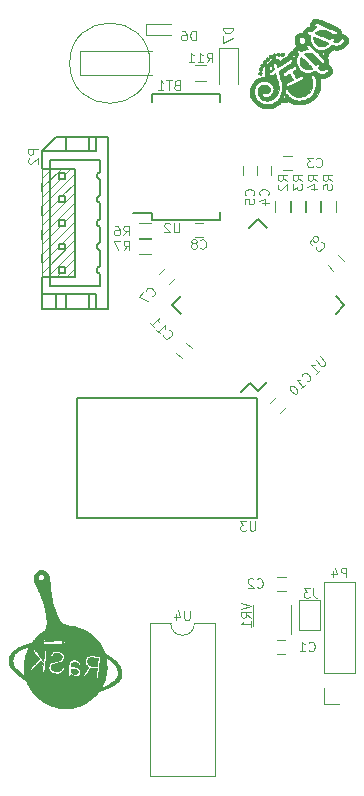
<source format=gbo>
G04 #@! TF.FileFunction,Legend,Bot*
%FSLAX46Y46*%
G04 Gerber Fmt 4.6, Leading zero omitted, Abs format (unit mm)*
G04 Created by KiCad (PCBNEW 4.0.6) date 08/19/17 00:13:46*
%MOMM*%
%LPD*%
G01*
G04 APERTURE LIST*
%ADD10C,0.100000*%
%ADD11C,0.120000*%
%ADD12C,0.050000*%
%ADD13C,0.150000*%
%ADD14C,0.010000*%
%ADD15R,0.800000X0.750000*%
%ADD16C,3.000000*%
%ADD17R,2.000000X0.700000*%
%ADD18R,0.750000X0.800000*%
%ADD19R,0.800000X0.800000*%
%ADD20R,1.270000X0.970000*%
%ADD21R,3.300000X2.300000*%
%ADD22R,2.600000X1.200000*%
%ADD23R,0.900000X0.500000*%
%ADD24R,0.500000X0.900000*%
%ADD25R,1.750000X0.450000*%
%ADD26R,1.524000X1.524000*%
%ADD27C,1.524000*%
%ADD28R,1.600000X1.600000*%
%ADD29O,1.600000X1.600000*%
%ADD30O,5.000000X3.200000*%
%ADD31R,0.650000X1.060000*%
%ADD32R,1.100000X0.800000*%
%ADD33R,1.100000X2.000000*%
%ADD34C,2.000000*%
%ADD35C,1.400000*%
%ADD36R,1.400000X1.400000*%
%ADD37R,1.700000X1.700000*%
%ADD38O,1.700000X1.700000*%
%ADD39C,0.254000*%
G04 APERTURE END LIST*
D10*
D11*
X116721600Y-122996600D02*
X116021600Y-122996600D01*
X116021600Y-124196600D02*
X116721600Y-124196600D01*
D12*
X106340500Y-110461500D02*
X112440500Y-110461500D01*
X106340500Y-108461500D02*
X106340500Y-110461500D01*
X112440500Y-108461500D02*
X106340500Y-108461500D01*
X112240500Y-109461500D02*
G75*
G03X112240500Y-109461500I-3400000J0D01*
G01*
D11*
X123706000Y-158278500D02*
X123006000Y-158278500D01*
X123006000Y-159478500D02*
X123706000Y-159478500D01*
X123718000Y-152944501D02*
X123018000Y-152944501D01*
X123018000Y-154144501D02*
X123718000Y-154144501D01*
X123540000Y-118507000D02*
X124240000Y-118507000D01*
X124240000Y-117307000D02*
X123540000Y-117307000D01*
X122521500Y-118892000D02*
X122521500Y-118192000D01*
X121321500Y-118192000D02*
X121321500Y-118892000D01*
X121315000Y-118892000D02*
X121315000Y-118192000D01*
X120115000Y-118192000D02*
X120115000Y-118892000D01*
X111922000Y-107104000D02*
X111922000Y-106104000D01*
X111922000Y-106104000D02*
X114022000Y-106104000D01*
X111922000Y-107104000D02*
X114022000Y-107104000D01*
X126671001Y-154941500D02*
X126671001Y-157481500D01*
X124891001Y-157481500D02*
X124891001Y-154941500D01*
X124891001Y-157481500D02*
X126671001Y-157481500D01*
X126671001Y-154941500D02*
X124891001Y-154941500D01*
D13*
X104287000Y-130237000D02*
X104287000Y-129037000D01*
D10*
X105487000Y-118387000D02*
X105037000Y-118837000D01*
X103087000Y-120787000D02*
X104637000Y-119237000D01*
X103087000Y-122387000D02*
X104537000Y-120937000D01*
X105887000Y-119587000D02*
X104737000Y-120737000D01*
D13*
X105107000Y-116937000D02*
X105107000Y-115737000D01*
X107107000Y-116937000D02*
X107107000Y-115737000D01*
X105107000Y-130237000D02*
X105107000Y-129037000D01*
X107107000Y-130237000D02*
X107107000Y-129037000D01*
X107987000Y-119337000D02*
X107737000Y-119137000D01*
X107737000Y-119137000D02*
X107737000Y-118837000D01*
X107737000Y-118837000D02*
X107987000Y-118637000D01*
X107987000Y-121337000D02*
X107737000Y-121137000D01*
X107737000Y-121137000D02*
X107737000Y-120837000D01*
X107737000Y-120837000D02*
X107987000Y-120637000D01*
X107987000Y-117637000D02*
X107987000Y-118637000D01*
X107987000Y-119337000D02*
X107987000Y-120637000D01*
X107987000Y-121337000D02*
X107987000Y-122637000D01*
X103787000Y-128337000D02*
X103787000Y-117637000D01*
X103787000Y-117637000D02*
X107987000Y-117637000D01*
X107987000Y-128337000D02*
X103787000Y-128337000D01*
X104537000Y-119237000D02*
X104537000Y-118737000D01*
X104537000Y-118737000D02*
X105037000Y-118737000D01*
X105037000Y-118737000D02*
X105037000Y-119237000D01*
X105037000Y-119237000D02*
X104537000Y-119237000D01*
X104537000Y-121237000D02*
X104537000Y-120737000D01*
X104537000Y-120737000D02*
X105037000Y-120737000D01*
X105037000Y-120737000D02*
X105037000Y-121237000D01*
X105037000Y-121237000D02*
X104537000Y-121237000D01*
X103087000Y-116937000D02*
X107687000Y-116937000D01*
X107687000Y-116937000D02*
X107687000Y-115737000D01*
X108687000Y-115737000D02*
X104287000Y-115737000D01*
X103087000Y-130237000D02*
X103087000Y-116937000D01*
X103087000Y-116937000D02*
X104287000Y-115737000D01*
X103087000Y-129037000D02*
X107687000Y-129037000D01*
X107687000Y-129037000D02*
X107687000Y-130237000D01*
X108687000Y-130237000D02*
X103087000Y-130237000D01*
X108687000Y-130237000D02*
X108687000Y-115737000D01*
D10*
X103887000Y-118387000D02*
X103087000Y-119187000D01*
X104687000Y-118387000D02*
X103087000Y-119987000D01*
X105887000Y-118787000D02*
X103087000Y-121587000D01*
X105887000Y-121987000D02*
X105037000Y-122837000D01*
X105887000Y-121187000D02*
X103087000Y-123987000D01*
D13*
X103087000Y-121587000D02*
X103087000Y-118387000D01*
X103087000Y-118387000D02*
X105887000Y-118387000D01*
X105887000Y-118387000D02*
X105887000Y-127587000D01*
X105887000Y-127587000D02*
X103087000Y-127587000D01*
X107987000Y-123337000D02*
X107737000Y-123137000D01*
X107737000Y-123137000D02*
X107737000Y-122837000D01*
X107737000Y-122837000D02*
X107987000Y-122637000D01*
X107987000Y-123337000D02*
X107987000Y-124637000D01*
X104537000Y-123237000D02*
X104537000Y-122737000D01*
X105037000Y-123237000D02*
X104537000Y-123237000D01*
X105037000Y-122737000D02*
X105037000Y-123237000D01*
X104537000Y-122737000D02*
X105037000Y-122737000D01*
D10*
X105887000Y-120387000D02*
X103087000Y-123187000D01*
X104637000Y-123237000D02*
X103087000Y-124787000D01*
X104537000Y-124937000D02*
X103087000Y-126387000D01*
D13*
X107987000Y-125337000D02*
X107737000Y-125137000D01*
X107737000Y-124837000D02*
X107987000Y-124637000D01*
X107737000Y-125137000D02*
X107737000Y-124837000D01*
X107987000Y-125337000D02*
X107987000Y-126637000D01*
D10*
X105887000Y-122787000D02*
X103087000Y-125587000D01*
X105887000Y-124387000D02*
X103087000Y-127187000D01*
X104637000Y-127237000D02*
X104287000Y-127587000D01*
D13*
X104537000Y-125237000D02*
X104537000Y-124737000D01*
X105037000Y-124737000D02*
X105037000Y-125237000D01*
X104537000Y-124737000D02*
X105037000Y-124737000D01*
X105037000Y-125237000D02*
X104537000Y-125237000D01*
X107987000Y-127337000D02*
X107987000Y-128337000D01*
X107737000Y-127137000D02*
X107737000Y-126837000D01*
X107987000Y-127337000D02*
X107737000Y-127137000D01*
X107737000Y-126837000D02*
X107987000Y-126637000D01*
D10*
X105887000Y-123587000D02*
X104737000Y-124737000D01*
D13*
X104537000Y-127237000D02*
X104537000Y-126737000D01*
X104537000Y-126737000D02*
X105037000Y-126737000D01*
X105037000Y-126737000D02*
X105037000Y-127237000D01*
X105037000Y-127237000D02*
X104537000Y-127237000D01*
D10*
X105887000Y-125187000D02*
X103487000Y-127587000D01*
X105887000Y-125987000D02*
X105037000Y-126837000D01*
X105887000Y-126787000D02*
X105087000Y-127587000D01*
D11*
X122829000Y-121090000D02*
X122829000Y-122090000D01*
X124189000Y-122090000D02*
X124189000Y-121090000D01*
X124099000Y-121090000D02*
X124099000Y-122090000D01*
X125459000Y-122090000D02*
X125459000Y-121090000D01*
X125369000Y-121090000D02*
X125369000Y-122090000D01*
X126729000Y-122090000D02*
X126729000Y-121090000D01*
X126639000Y-121090000D02*
X126639000Y-122090000D01*
X127999000Y-122090000D02*
X127999000Y-121090000D01*
X112325000Y-123005500D02*
X111325000Y-123005500D01*
X111325000Y-124365500D02*
X112325000Y-124365500D01*
X112325000Y-124275500D02*
X111325000Y-124275500D01*
X111325000Y-125635500D02*
X112325000Y-125635500D01*
X116024000Y-110967000D02*
X117024000Y-110967000D01*
X117024000Y-109607000D02*
X116024000Y-109607000D01*
D13*
X121388608Y-137255430D02*
X120681501Y-136548323D01*
X128707163Y-129936875D02*
X127947023Y-129176735D01*
X121388608Y-122618320D02*
X122148748Y-123378460D01*
X114070053Y-129936875D02*
X114830193Y-130697015D01*
X121388608Y-137255430D02*
X122148748Y-136495290D01*
X114070053Y-129936875D02*
X114830193Y-129176735D01*
X121388608Y-122618320D02*
X120628468Y-123378460D01*
X128707163Y-129936875D02*
X127947023Y-130697015D01*
X120681501Y-136548323D02*
X119956717Y-137273108D01*
X112379000Y-122724000D02*
X112379000Y-122149000D01*
X118129000Y-122724000D02*
X118129000Y-122074000D01*
X118129000Y-112074000D02*
X118129000Y-112724000D01*
X112379000Y-112074000D02*
X112379000Y-112724000D01*
X112379000Y-122724000D02*
X118129000Y-122724000D01*
X112379000Y-112074000D02*
X118129000Y-112074000D01*
X112379000Y-122149000D02*
X110779000Y-122149000D01*
X121286500Y-137782500D02*
X106046500Y-137782500D01*
X121286500Y-147942500D02*
X121286500Y-137782500D01*
X106046500Y-147942500D02*
X121286500Y-147942500D01*
X106046500Y-137782500D02*
X106046500Y-147942500D01*
D11*
X116000000Y-156903000D02*
X117770000Y-156903000D01*
X117770000Y-156903000D02*
X117770000Y-169843000D01*
X117770000Y-169843000D02*
X112230000Y-169843000D01*
X112230000Y-169843000D02*
X112230000Y-156903000D01*
X112230000Y-156903000D02*
X114000000Y-156903000D01*
X114000000Y-156903000D02*
G75*
G03X116000000Y-156903000I1000000J0D01*
G01*
X120996001Y-157111500D02*
X120996001Y-155311500D01*
X124216001Y-155311500D02*
X124216001Y-157761500D01*
X119673500Y-111219500D02*
X119673500Y-108169500D01*
X119673500Y-108169500D02*
X118073500Y-108169500D01*
X118073500Y-108169500D02*
X118073500Y-111219500D01*
X113488223Y-126836249D02*
X112993249Y-127331223D01*
X113841777Y-128179751D02*
X114336751Y-127684777D01*
X128625751Y-126175723D02*
X128130777Y-125680749D01*
X127282249Y-126529277D02*
X127777223Y-127024251D01*
X123241277Y-139089251D02*
X123736251Y-138594277D01*
X122887723Y-137745749D02*
X122392749Y-138240723D01*
X114453749Y-133971277D02*
X114948723Y-134466251D01*
X115797251Y-133617723D02*
X115302277Y-133122749D01*
X126941500Y-153407000D02*
X129601500Y-153407000D01*
X126941500Y-161087000D02*
X126941500Y-153407000D01*
X129601500Y-161087000D02*
X129601500Y-153407000D01*
X126941500Y-161087000D02*
X129601500Y-161087000D01*
X126941500Y-162357000D02*
X126941500Y-163687000D01*
X126941500Y-163687000D02*
X128271500Y-163687000D01*
D14*
G36*
X103333344Y-152465245D02*
X103260558Y-152428203D01*
X103193519Y-152405032D01*
X103123548Y-152393924D01*
X103041963Y-152393070D01*
X102998838Y-152395573D01*
X102865029Y-152416239D01*
X102744828Y-152456901D01*
X102639647Y-152516190D01*
X102550901Y-152592733D01*
X102480005Y-152685160D01*
X102428373Y-152792100D01*
X102397418Y-152912182D01*
X102389557Y-152986189D01*
X102391412Y-153038568D01*
X102400577Y-153108260D01*
X102415611Y-153188734D01*
X102435077Y-153273458D01*
X102457533Y-153355899D01*
X102481541Y-153429526D01*
X102494859Y-153463839D01*
X102518689Y-153520831D01*
X102542762Y-153578589D01*
X102562397Y-153625877D01*
X102564707Y-153631463D01*
X102579329Y-153665010D01*
X102602558Y-153716139D01*
X102631951Y-153779566D01*
X102665060Y-153850003D01*
X102691909Y-153906444D01*
X102736724Y-154001108D01*
X102786786Y-154108503D01*
X102839188Y-154222261D01*
X102891019Y-154336011D01*
X102939370Y-154443382D01*
X102981333Y-154538005D01*
X103001957Y-154585366D01*
X103046874Y-154696634D01*
X103094655Y-154827781D01*
X103143748Y-154973671D01*
X103192602Y-155129170D01*
X103239667Y-155289143D01*
X103283390Y-155448454D01*
X103322222Y-155601970D01*
X103354611Y-155744554D01*
X103360218Y-155771499D01*
X103381041Y-155880110D01*
X103402015Y-156001839D01*
X103422324Y-156130878D01*
X103441149Y-156261415D01*
X103457672Y-156387641D01*
X103471077Y-156503747D01*
X103480545Y-156603921D01*
X103483722Y-156649153D01*
X103489730Y-156810327D01*
X103487046Y-156950816D01*
X103474943Y-157074059D01*
X103452699Y-157183485D01*
X103419588Y-157282532D01*
X103374888Y-157374632D01*
X103317872Y-157463221D01*
X103309675Y-157474446D01*
X103280328Y-157512558D01*
X103252767Y-157543399D01*
X103221733Y-157571497D01*
X103181968Y-157601376D01*
X103128211Y-157637563D01*
X103095504Y-157658753D01*
X102976571Y-157740131D01*
X102859546Y-157830471D01*
X102741312Y-157932557D01*
X102618755Y-158049179D01*
X102488757Y-158183119D01*
X102394232Y-158285832D01*
X102346951Y-158339596D01*
X102300056Y-158395398D01*
X102259628Y-158445873D01*
X102236165Y-158477271D01*
X102182599Y-158553070D01*
X102080066Y-158575626D01*
X101948950Y-158607888D01*
X101806106Y-158649027D01*
X101657368Y-158696953D01*
X101508571Y-158749573D01*
X101365550Y-158804798D01*
X101234141Y-158860536D01*
X101120178Y-158914696D01*
X101090221Y-158930347D01*
X100936313Y-159020853D01*
X100793814Y-159120579D01*
X100665364Y-159227093D01*
X100553605Y-159337957D01*
X100461177Y-159450738D01*
X100390724Y-159563000D01*
X100379078Y-159586051D01*
X100321348Y-159733073D01*
X100288779Y-159882858D01*
X100281326Y-160035046D01*
X100298943Y-160189275D01*
X100341584Y-160345187D01*
X100409203Y-160502421D01*
X100501755Y-160660616D01*
X100519092Y-160686310D01*
X100623974Y-160826662D01*
X100742777Y-160961989D01*
X100877463Y-161094013D01*
X101029998Y-161224458D01*
X101202347Y-161355045D01*
X101396476Y-161487498D01*
X101529266Y-161571700D01*
X101614593Y-161625279D01*
X101680396Y-161668412D01*
X101725914Y-161700571D01*
X101750391Y-161721235D01*
X101754607Y-161727499D01*
X101767997Y-161773657D01*
X101792366Y-161837565D01*
X101825696Y-161915146D01*
X101865977Y-162002325D01*
X101911191Y-162095029D01*
X101959323Y-162189180D01*
X102008359Y-162280703D01*
X102056283Y-162365524D01*
X102101080Y-162439566D01*
X102124241Y-162475085D01*
X102221719Y-162613891D01*
X102322484Y-162747074D01*
X102422946Y-162870216D01*
X102519510Y-162978901D01*
X102602568Y-163063038D01*
X102756848Y-163202893D01*
X102909572Y-163327266D01*
X103067059Y-163440639D01*
X103235630Y-163547495D01*
X103421604Y-163652321D01*
X103467043Y-163676373D01*
X103612191Y-163748932D01*
X103750795Y-163810357D01*
X103893563Y-163865074D01*
X104047129Y-163916234D01*
X104277498Y-163977636D01*
X104522549Y-164022589D01*
X104777150Y-164050538D01*
X105036174Y-164060932D01*
X105294490Y-164053219D01*
X105308975Y-164052230D01*
X105603902Y-164018842D01*
X105893567Y-163960694D01*
X106080140Y-163906288D01*
X101629019Y-161336432D01*
X101624051Y-161338572D01*
X101610783Y-161329666D01*
X101581208Y-161309298D01*
X101539820Y-161280581D01*
X101495295Y-161249541D01*
X101322949Y-161123675D01*
X101172498Y-161001695D01*
X101041269Y-160881031D01*
X100926593Y-160759110D01*
X100825799Y-160633359D01*
X100765333Y-160546640D01*
X100682382Y-160402666D01*
X100624452Y-160260516D01*
X100591567Y-160120484D01*
X100583752Y-159982862D01*
X100601030Y-159847942D01*
X100643425Y-159716017D01*
X100690423Y-159621462D01*
X100758003Y-159521722D01*
X100846272Y-159419945D01*
X100951230Y-159320087D01*
X101068881Y-159226102D01*
X101139033Y-159177372D01*
X101230285Y-159123177D01*
X101341989Y-159066564D01*
X101469567Y-159009434D01*
X101608443Y-158953684D01*
X101754037Y-158901214D01*
X101901773Y-158853922D01*
X101958818Y-158837338D01*
X101982154Y-158834013D01*
X101991694Y-158842654D01*
X101987200Y-158865663D01*
X101968437Y-158905447D01*
X101948512Y-158941373D01*
X101895805Y-159043161D01*
X101841958Y-159164911D01*
X101788746Y-159301353D01*
X101737941Y-159447215D01*
X101691318Y-159597226D01*
X101650649Y-159746116D01*
X101617710Y-159888615D01*
X101602020Y-159971015D01*
X101590003Y-160044224D01*
X101579176Y-160116610D01*
X101570181Y-160183155D01*
X101563665Y-160238841D01*
X101560272Y-160278652D01*
X101560280Y-160295990D01*
X101560854Y-160314382D01*
X101560637Y-160353198D01*
X101559703Y-160407479D01*
X101558126Y-160472265D01*
X101557243Y-160502906D01*
X101555973Y-160584785D01*
X101556616Y-160671942D01*
X101558987Y-160754537D01*
X101562898Y-160822725D01*
X101563430Y-160829101D01*
X101569413Y-160889456D01*
X101577422Y-160958349D01*
X101586752Y-161030876D01*
X101596691Y-161102129D01*
X101606532Y-161167201D01*
X101615566Y-161221188D01*
X101623085Y-161259183D01*
X101627905Y-161275529D01*
X101632914Y-161295398D01*
X101633064Y-161319313D01*
X101629019Y-161336432D01*
X106080140Y-163906288D01*
X106176909Y-163878070D01*
X106452875Y-163771255D01*
X106586274Y-163709590D01*
X106700781Y-163651892D01*
X106806168Y-163594511D01*
X106906940Y-163534501D01*
X107007598Y-163468917D01*
X107112645Y-163394815D01*
X107226583Y-163309250D01*
X107287118Y-163261720D01*
X103281801Y-160949250D01*
X103254928Y-160973382D01*
X103215403Y-160985692D01*
X103174146Y-160983819D01*
X103155712Y-160976503D01*
X103132369Y-160953744D01*
X103119049Y-160929673D01*
X103116951Y-160907977D01*
X103117622Y-160865134D01*
X103120818Y-160805216D01*
X103126298Y-160732297D01*
X103133818Y-160650448D01*
X103138219Y-160607906D01*
X103169256Y-160318655D01*
X103065384Y-160186388D01*
X103026510Y-160137654D01*
X102993173Y-160097300D01*
X102968472Y-160068972D01*
X102955503Y-160056313D01*
X102954531Y-160055993D01*
X102944714Y-160065441D01*
X102919562Y-160091654D01*
X102880908Y-160132671D01*
X102830579Y-160186532D01*
X102770404Y-160251276D01*
X102702214Y-160324944D01*
X102627835Y-160405573D01*
X102591033Y-160445564D01*
X102513678Y-160529673D01*
X102441124Y-160608541D01*
X102375296Y-160680075D01*
X102318120Y-160742185D01*
X102271520Y-160792779D01*
X102237421Y-160829767D01*
X102217751Y-160851058D01*
X102214181Y-160854893D01*
X102175505Y-160881618D01*
X102133415Y-160887730D01*
X102095192Y-160872359D01*
X102091755Y-160869513D01*
X102066732Y-160840702D01*
X102052254Y-160813576D01*
X102052499Y-160776760D01*
X102066075Y-160744740D01*
X102079578Y-160727310D01*
X102108604Y-160693560D01*
X102151219Y-160645621D01*
X102205489Y-160585624D01*
X102269479Y-160515699D01*
X102341256Y-160437978D01*
X102418885Y-160354589D01*
X102464347Y-160306047D01*
X102543223Y-160221683D01*
X102616334Y-160142863D01*
X102681915Y-160071535D01*
X102738199Y-160009649D01*
X102783420Y-159959154D01*
X102815813Y-159922000D01*
X102833613Y-159900136D01*
X102836544Y-159895112D01*
X102828383Y-159882669D01*
X102806456Y-159852600D01*
X102772598Y-159807331D01*
X102728639Y-159749282D01*
X102676411Y-159680877D01*
X102617749Y-159604539D01*
X102573463Y-159547198D01*
X102510345Y-159465477D01*
X102451446Y-159388909D01*
X102398775Y-159320130D01*
X102354341Y-159261778D01*
X102320155Y-159216487D01*
X102298224Y-159186894D01*
X102291468Y-159177287D01*
X102276392Y-159135123D01*
X102281475Y-159094193D01*
X102302356Y-159059310D01*
X102334673Y-159035286D01*
X102374060Y-159026931D01*
X102416154Y-159039057D01*
X102416594Y-159039310D01*
X102428197Y-159051702D01*
X102453314Y-159082532D01*
X102490402Y-159129780D01*
X102537914Y-159191432D01*
X102594309Y-159265468D01*
X102658041Y-159349871D01*
X102727567Y-159442622D01*
X102801342Y-159541704D01*
X102810579Y-159554155D01*
X102884256Y-159653251D01*
X102953418Y-159745779D01*
X103016588Y-159829801D01*
X103072291Y-159903374D01*
X103119048Y-159964556D01*
X103155386Y-160011409D01*
X103179826Y-160041993D01*
X103190891Y-160054364D01*
X103191307Y-160054529D01*
X103194541Y-160041857D01*
X103200037Y-160006864D01*
X103207420Y-159952491D01*
X103216318Y-159881679D01*
X103226358Y-159797369D01*
X103237167Y-159702505D01*
X103245236Y-159629141D01*
X103256759Y-159526837D01*
X103268322Y-159431536D01*
X103279472Y-159346460D01*
X103289754Y-159274835D01*
X103298712Y-159219883D01*
X103305894Y-159184827D01*
X103309472Y-159174093D01*
X103340051Y-159145167D01*
X103369985Y-159136208D01*
X103420070Y-159138643D01*
X103456254Y-159161484D01*
X103472933Y-159190916D01*
X103473625Y-159209284D01*
X103471566Y-159250316D01*
X103467035Y-159311454D01*
X103460308Y-159390141D01*
X103451666Y-159483822D01*
X103441384Y-159589940D01*
X103429742Y-159705940D01*
X103417016Y-159829263D01*
X103403484Y-159957356D01*
X103389426Y-160087659D01*
X103375118Y-160217618D01*
X103360839Y-160344677D01*
X103346865Y-160466278D01*
X103333476Y-160579866D01*
X103320949Y-160682884D01*
X103309562Y-160772776D01*
X103299592Y-160846985D01*
X103291318Y-160902956D01*
X103285018Y-160938131D01*
X103281801Y-160949250D01*
X107287118Y-163261720D01*
X107353916Y-163209275D01*
X107366049Y-163199580D01*
X107425866Y-163147622D01*
X107496202Y-163079885D01*
X107572667Y-163001153D01*
X107650868Y-162916212D01*
X107726415Y-162829842D01*
X107794914Y-162746829D01*
X107851974Y-162671957D01*
X107857337Y-162664459D01*
X107912727Y-162586453D01*
X108158197Y-162522870D01*
X108382455Y-162459703D01*
X108585841Y-162391354D01*
X108772650Y-162316055D01*
X108947179Y-162232038D01*
X109113724Y-162137534D01*
X109150922Y-162114401D01*
X109316706Y-161998001D01*
X109459978Y-161872770D01*
X109580366Y-161739271D01*
X109633389Y-161662185D01*
X109393769Y-161523840D01*
X109301895Y-161645153D01*
X109186680Y-161760673D01*
X109048416Y-161870064D01*
X108887402Y-161972991D01*
X108703933Y-162069117D01*
X108498304Y-162158111D01*
X108270809Y-162239635D01*
X108254576Y-162244892D01*
X108203373Y-162260651D01*
X108161527Y-162272191D01*
X108134672Y-162278033D01*
X108128046Y-162278159D01*
X108125079Y-162264055D01*
X108129051Y-162245744D01*
X108131817Y-162239268D01*
X106312187Y-161188704D01*
X106258148Y-161258844D01*
X106198247Y-161307068D01*
X106113613Y-161351028D01*
X106022155Y-161374194D01*
X105918977Y-161377688D01*
X105896742Y-161376144D01*
X105851051Y-161371273D01*
X105814523Y-161363689D01*
X105778996Y-161350534D01*
X105736308Y-161328947D01*
X105693981Y-161305102D01*
X105642626Y-161274502D01*
X105596138Y-161244819D01*
X105561395Y-161220530D01*
X105550111Y-161211393D01*
X105516380Y-161180916D01*
X105482071Y-161248934D01*
X105461183Y-161287733D01*
X105443454Y-161310107D01*
X105421727Y-161322840D01*
X105395519Y-161330950D01*
X105361146Y-161339151D01*
X105338258Y-161338524D01*
X105318181Y-161325792D01*
X105292242Y-161297677D01*
X105284953Y-161289180D01*
X105254166Y-161245653D01*
X105244880Y-161208477D01*
X105256492Y-161171492D01*
X105271266Y-161149394D01*
X105280506Y-161135414D01*
X105287998Y-161118339D01*
X105288247Y-161117394D01*
X104881358Y-160882476D01*
X104851389Y-160932201D01*
X104826676Y-160966861D01*
X104800470Y-160993772D01*
X104766018Y-161020252D01*
X104734281Y-161041846D01*
X104638742Y-161091351D01*
X104529017Y-161124229D01*
X104409780Y-161140870D01*
X104285703Y-161141660D01*
X104161460Y-161126984D01*
X104041727Y-161097232D01*
X103931176Y-161052790D01*
X103834481Y-160994046D01*
X103798094Y-160964276D01*
X103725966Y-160883090D01*
X103674387Y-160789948D01*
X103644150Y-160688773D01*
X103636053Y-160583488D01*
X103650891Y-160478013D01*
X103681947Y-160391519D01*
X103716952Y-160327841D01*
X103758697Y-160274291D01*
X103810140Y-160229199D01*
X103874239Y-160190896D01*
X103953951Y-160157714D01*
X104052237Y-160127984D01*
X104172053Y-160100037D01*
X104213625Y-160091555D01*
X104322909Y-160068728D01*
X104410995Y-160047532D01*
X104481910Y-160026645D01*
X104539683Y-160004749D01*
X104588344Y-159980522D01*
X104626924Y-159956159D01*
X104688070Y-159900159D01*
X104728289Y-159834563D01*
X104748227Y-159763180D01*
X104748529Y-159689823D01*
X104729843Y-159618300D01*
X104692813Y-159552424D01*
X104638086Y-159496006D01*
X104566309Y-159452854D01*
X104539845Y-159442471D01*
X104427914Y-159412817D01*
X104321907Y-159402753D01*
X104224963Y-159412161D01*
X104140222Y-159440924D01*
X104109516Y-159458427D01*
X104074939Y-159482913D01*
X104048194Y-159508139D01*
X104023220Y-159541095D01*
X103993956Y-159588772D01*
X103988784Y-159597690D01*
X103952498Y-159655473D01*
X103921236Y-159691422D01*
X103891250Y-159707543D01*
X103858786Y-159705837D01*
X103820096Y-159688309D01*
X103819638Y-159688046D01*
X103789209Y-159665205D01*
X103773923Y-159638074D01*
X103773993Y-159603043D01*
X103789629Y-159556497D01*
X103821041Y-159494824D01*
X103832000Y-159475548D01*
X103862396Y-159424402D01*
X103886827Y-159388958D01*
X103911235Y-159362482D01*
X103941559Y-159338239D01*
X103970980Y-159317991D01*
X104070298Y-159266734D01*
X104183455Y-159236329D01*
X104309623Y-159226889D01*
X104447978Y-159238529D01*
X104483369Y-159244700D01*
X103515080Y-158685658D01*
X103500707Y-158693774D01*
X103468234Y-158711756D01*
X103421848Y-158737294D01*
X103365740Y-158768080D01*
X103337550Y-158783515D01*
X103170638Y-158874845D01*
X103167225Y-158824493D01*
X103164381Y-158779660D01*
X103162014Y-158737717D01*
X103161844Y-158734362D01*
X103159875Y-158694580D01*
X103261780Y-158690538D01*
X103324487Y-158687986D01*
X103390445Y-158685199D01*
X103444692Y-158682813D01*
X103484267Y-158681853D01*
X103509550Y-158682901D01*
X103515080Y-158685658D01*
X104483369Y-159244700D01*
X104492309Y-159246259D01*
X104548742Y-159258802D01*
X104596692Y-159274094D01*
X104645577Y-159295814D01*
X104704811Y-159327639D01*
X104713923Y-159332801D01*
X104767128Y-159363653D01*
X104804034Y-159387570D01*
X104830670Y-159409721D01*
X104853066Y-159435278D01*
X104877252Y-159469411D01*
X104882710Y-159477537D01*
X104927546Y-159561104D01*
X104951736Y-159649600D01*
X104956827Y-159749254D01*
X104955664Y-159771460D01*
X104951468Y-159812436D01*
X104943250Y-159847353D01*
X104928111Y-159884278D01*
X104903159Y-159931283D01*
X104890115Y-159954133D01*
X104860502Y-160004222D01*
X104837158Y-160038445D01*
X104814213Y-160063245D01*
X104785798Y-160085067D01*
X104750099Y-160107854D01*
X104716389Y-160126805D01*
X104677120Y-160144877D01*
X104629353Y-160162978D01*
X104570146Y-160182019D01*
X104496560Y-160202906D01*
X104405654Y-160226548D01*
X104294487Y-160253855D01*
X104220591Y-160271489D01*
X104119970Y-160298084D01*
X104040990Y-160325892D01*
X103979911Y-160356984D01*
X103932991Y-160393433D01*
X103896486Y-160437313D01*
X103883526Y-160458166D01*
X103851571Y-160531676D01*
X103841397Y-160606815D01*
X103849458Y-160680167D01*
X103873694Y-160753126D01*
X103916253Y-160813396D01*
X103980160Y-160864953D01*
X103999290Y-160876633D01*
X104096914Y-160920768D01*
X104205209Y-160948015D01*
X104317723Y-160957970D01*
X104428000Y-160950222D01*
X104529587Y-160924367D01*
X104559728Y-160911965D01*
X104634250Y-160865522D01*
X104694711Y-160800092D01*
X104742684Y-160713849D01*
X104753689Y-160686785D01*
X104772925Y-160640901D01*
X104792026Y-160602970D01*
X104807055Y-160580760D01*
X104807823Y-160580021D01*
X104840033Y-160566053D01*
X104881199Y-160567920D01*
X104921851Y-160583966D01*
X104946221Y-160604207D01*
X104962618Y-160642418D01*
X104960362Y-160696466D01*
X104939717Y-160765231D01*
X104900939Y-160847595D01*
X104881358Y-160882476D01*
X105288247Y-161117394D01*
X105294101Y-161095088D01*
X105299170Y-161062585D01*
X105303563Y-161017750D01*
X105307635Y-160957505D01*
X105311745Y-160878771D01*
X105316245Y-160778470D01*
X105317427Y-160750768D01*
X105323014Y-160622840D01*
X105328174Y-160517377D01*
X105333323Y-160431454D01*
X105338881Y-160362150D01*
X105345264Y-160306542D01*
X105352891Y-160261707D01*
X105362178Y-160224723D01*
X105373544Y-160192669D01*
X105387407Y-160162619D01*
X105404183Y-160131653D01*
X105406485Y-160127610D01*
X105447816Y-160063714D01*
X105490887Y-160018545D01*
X105543073Y-159986443D01*
X105611749Y-159961747D01*
X105628741Y-159957029D01*
X105747907Y-159938053D01*
X105869283Y-159943961D01*
X105991353Y-159974514D01*
X106112607Y-160029469D01*
X106123915Y-160035886D01*
X106173794Y-160065380D01*
X106207825Y-160088584D01*
X106232439Y-160111416D01*
X106254065Y-160139788D01*
X106277819Y-160177458D01*
X106314327Y-160241396D01*
X106335621Y-160289717D01*
X106342858Y-160326223D01*
X106337194Y-160354715D01*
X106333774Y-160361243D01*
X106301386Y-160393563D01*
X106258545Y-160407639D01*
X106213537Y-160402366D01*
X106179703Y-160381780D01*
X106158983Y-160358564D01*
X106130671Y-160322291D01*
X106103056Y-160283890D01*
X106071952Y-160241637D01*
X106044656Y-160213900D01*
X106012557Y-160193034D01*
X105986008Y-160179984D01*
X105907966Y-160154034D01*
X105827756Y-160145202D01*
X105750370Y-160152554D01*
X105680801Y-160175155D01*
X105624041Y-160212070D01*
X105589465Y-160254229D01*
X105572989Y-160295888D01*
X105560279Y-160352050D01*
X105553054Y-160411899D01*
X105553040Y-160464623D01*
X105554296Y-160474984D01*
X105561463Y-160521186D01*
X105717161Y-160529631D01*
X105816343Y-160536681D01*
X105896006Y-160546839D01*
X105961985Y-160561663D01*
X106020113Y-160582707D01*
X106076225Y-160611530D01*
X106115546Y-160635934D01*
X106199186Y-160698383D01*
X106261333Y-160763938D01*
X106305828Y-160837561D01*
X106335373Y-160919963D01*
X106351156Y-161018258D01*
X106343308Y-161108174D01*
X106312187Y-161188704D01*
X108131817Y-162239268D01*
X108138396Y-162223868D01*
X108156844Y-162185107D01*
X108181675Y-162135054D01*
X108208450Y-162082613D01*
X108280506Y-161930168D01*
X108348820Y-161760050D01*
X108349717Y-161757437D01*
X107821274Y-161452341D01*
X107791858Y-161486230D01*
X107753225Y-161497149D01*
X107712515Y-161489353D01*
X107692535Y-161480345D01*
X107677305Y-161466707D01*
X107666659Y-161445779D01*
X107660433Y-161414900D01*
X107658465Y-161371409D01*
X107660588Y-161312646D01*
X107666638Y-161235948D01*
X107676454Y-161138655D01*
X107685698Y-161054899D01*
X107695692Y-160964723D01*
X107704472Y-160882618D01*
X107711695Y-160812029D01*
X107717018Y-160756400D01*
X107720100Y-160719178D01*
X107720613Y-160703873D01*
X107707958Y-160699144D01*
X107674725Y-160692444D01*
X107625608Y-160684372D01*
X107565298Y-160675530D01*
X107498488Y-160666515D01*
X107429870Y-160657928D01*
X107364137Y-160650370D01*
X107305979Y-160644441D01*
X107260092Y-160640740D01*
X107231166Y-160639866D01*
X107225064Y-160640520D01*
X107214988Y-160651380D01*
X107192260Y-160680736D01*
X107158636Y-160726167D01*
X107115874Y-160785251D01*
X107065730Y-160855565D01*
X107009958Y-160934689D01*
X106962853Y-161002152D01*
X106892113Y-161103741D01*
X106834145Y-161186205D01*
X106787238Y-161251280D01*
X106749674Y-161300708D01*
X106719744Y-161336224D01*
X106695734Y-161359569D01*
X106675929Y-161372479D01*
X106658615Y-161376695D01*
X106642081Y-161373952D01*
X106624610Y-161365991D01*
X106611517Y-161358597D01*
X106582104Y-161334842D01*
X106563709Y-161307812D01*
X106563240Y-161306453D01*
X106563221Y-161270011D01*
X106576513Y-161237127D01*
X106589604Y-161216916D01*
X106615101Y-161179562D01*
X106650545Y-161128527D01*
X106693484Y-161067267D01*
X106741462Y-160999242D01*
X106792024Y-160927910D01*
X106842715Y-160856731D01*
X106891081Y-160789163D01*
X106934667Y-160728666D01*
X106971017Y-160678696D01*
X106997677Y-160642715D01*
X107007265Y-160630210D01*
X107025319Y-160604653D01*
X107027042Y-160590010D01*
X107013184Y-160578393D01*
X107012252Y-160577842D01*
X106972557Y-160549139D01*
X106924970Y-160506945D01*
X106876581Y-160458280D01*
X106834476Y-160410162D01*
X106811685Y-160379265D01*
X106778318Y-160313615D01*
X106751576Y-160233212D01*
X106734002Y-160148368D01*
X106728139Y-160069401D01*
X106729312Y-160045199D01*
X106750748Y-159927554D01*
X106791663Y-159825060D01*
X106832330Y-159765662D01*
X104818547Y-158603004D01*
X104816200Y-158605865D01*
X104800882Y-158607021D01*
X104762718Y-158608997D01*
X104704246Y-158611684D01*
X104628002Y-158614976D01*
X104536525Y-158618766D01*
X104432352Y-158622946D01*
X104318019Y-158627410D01*
X104196064Y-158632050D01*
X104194305Y-158632117D01*
X104063820Y-158637044D01*
X103933936Y-158642000D01*
X103808334Y-158646839D01*
X103690696Y-158651419D01*
X103584705Y-158655596D01*
X103494040Y-158659224D01*
X103422382Y-158662160D01*
X103384127Y-158663788D01*
X103314702Y-158666240D01*
X103254308Y-158667274D01*
X103207445Y-158666901D01*
X103178621Y-158665130D01*
X103171762Y-158663314D01*
X103167410Y-158647462D01*
X103162909Y-158611939D01*
X103158868Y-158562466D01*
X103156501Y-158519574D01*
X103154333Y-158463712D01*
X103153159Y-158417797D01*
X103153083Y-158387418D01*
X103153826Y-158378157D01*
X103166948Y-158375554D01*
X103201438Y-158372551D01*
X103253276Y-158369392D01*
X103318436Y-158366323D01*
X103392461Y-158363602D01*
X103475948Y-158360868D01*
X103542120Y-158358637D01*
X103496429Y-158332257D01*
X103485161Y-158334457D01*
X103454106Y-158337199D01*
X103408864Y-158340211D01*
X103355034Y-158343220D01*
X103298214Y-158345956D01*
X103244007Y-158348146D01*
X103198011Y-158349517D01*
X103165825Y-158349799D01*
X103153352Y-158348921D01*
X103149479Y-158335676D01*
X103146376Y-158303768D01*
X103144683Y-158259934D01*
X103144641Y-158257143D01*
X103145258Y-158214349D01*
X103148013Y-158184562D01*
X103152329Y-158173697D01*
X103152784Y-158173856D01*
X103167191Y-158180706D01*
X103200400Y-158195848D01*
X103247995Y-158217287D01*
X103305557Y-158243026D01*
X103328624Y-158253296D01*
X103387975Y-158279976D01*
X103438175Y-158303086D01*
X103475064Y-158320667D01*
X103494486Y-158330765D01*
X103496429Y-158332257D01*
X103542120Y-158358637D01*
X103577295Y-158357452D01*
X103688980Y-158353613D01*
X103803478Y-158349609D01*
X103913269Y-158345704D01*
X103953089Y-158344266D01*
X104121628Y-158338170D01*
X104266577Y-158332994D01*
X104389727Y-158328711D01*
X104492869Y-158325291D01*
X104577796Y-158322706D01*
X104646299Y-158320928D01*
X104700171Y-158319930D01*
X104741201Y-158319684D01*
X104771182Y-158320160D01*
X104791907Y-158321330D01*
X104805166Y-158323168D01*
X104812751Y-158325643D01*
X104816454Y-158328729D01*
X104817487Y-158330681D01*
X104822335Y-158354738D01*
X104825567Y-158394343D01*
X104827215Y-158443137D01*
X104827306Y-158494761D01*
X104825872Y-158542853D01*
X104822943Y-158581055D01*
X104818547Y-158603004D01*
X106832330Y-159765662D01*
X106850563Y-159739034D01*
X106925955Y-159670792D01*
X107016344Y-159621649D01*
X107120238Y-159592923D01*
X107198357Y-159588209D01*
X105218631Y-158445213D01*
X105208212Y-158451819D01*
X105179145Y-158465927D01*
X105136297Y-158485449D01*
X105084540Y-158508294D01*
X105028743Y-158532371D01*
X104973775Y-158555591D01*
X104924507Y-158575865D01*
X104885808Y-158591103D01*
X104862548Y-158599215D01*
X104858146Y-158599911D01*
X104855489Y-158586809D01*
X104852617Y-158553626D01*
X104849910Y-158505672D01*
X104848087Y-158459218D01*
X104846614Y-158398145D01*
X104847312Y-158358295D01*
X104850765Y-158335544D01*
X104857553Y-158325765D01*
X104867115Y-158324661D01*
X104887816Y-158329795D01*
X104925234Y-158341161D01*
X104974171Y-158356977D01*
X105029424Y-158375459D01*
X105085796Y-158394826D01*
X105138088Y-158413293D01*
X105181100Y-158429078D01*
X105209633Y-158440397D01*
X105218631Y-158445213D01*
X107198357Y-159588209D01*
X107236142Y-159585929D01*
X107249731Y-159586552D01*
X107297503Y-159589945D01*
X107361184Y-159595488D01*
X107436114Y-159602670D01*
X107517626Y-159610982D01*
X107601058Y-159619916D01*
X107681746Y-159628963D01*
X107755026Y-159637613D01*
X107816235Y-159645358D01*
X107860708Y-159651689D01*
X107881641Y-159655522D01*
X107931786Y-159679133D01*
X107974438Y-159719574D01*
X108001403Y-159768648D01*
X108003998Y-159777930D01*
X108004691Y-159799301D01*
X108002604Y-159843077D01*
X107998024Y-159906613D01*
X107991241Y-159987265D01*
X107982543Y-160082388D01*
X107972220Y-160189336D01*
X107960558Y-160305463D01*
X107947849Y-160428125D01*
X107934380Y-160554676D01*
X107920439Y-160682471D01*
X107906315Y-160808864D01*
X107892297Y-160931211D01*
X107878674Y-161046866D01*
X107865734Y-161153184D01*
X107853766Y-161247519D01*
X107843059Y-161327227D01*
X107833901Y-161389660D01*
X107826581Y-161432177D01*
X107821388Y-161452129D01*
X107821274Y-161452341D01*
X108349717Y-161757437D01*
X108410581Y-161579965D01*
X108462972Y-161397626D01*
X108472940Y-161358059D01*
X108484871Y-161301634D01*
X108498155Y-161225891D01*
X108511971Y-161136823D01*
X108525502Y-161040417D01*
X108537926Y-160942666D01*
X108548425Y-160849558D01*
X108556177Y-160767085D01*
X108558846Y-160730456D01*
X108561544Y-160648423D01*
X108560711Y-160551346D01*
X108556749Y-160444015D01*
X108550059Y-160331224D01*
X108541044Y-160217762D01*
X108530104Y-160108423D01*
X108517643Y-160007997D01*
X108504061Y-159921274D01*
X108489762Y-159853048D01*
X108483334Y-159830084D01*
X108475840Y-159798449D01*
X108475243Y-159777576D01*
X108475868Y-159776032D01*
X108487885Y-159778751D01*
X108516233Y-159793116D01*
X108556366Y-159816310D01*
X108603737Y-159845513D01*
X108653799Y-159877907D01*
X108702005Y-159910675D01*
X108743807Y-159940997D01*
X108751267Y-159946728D01*
X108905491Y-160070370D01*
X109038380Y-160185198D01*
X109151583Y-160293203D01*
X109246751Y-160396380D01*
X109325534Y-160496723D01*
X109389582Y-160596222D01*
X109440545Y-160696873D01*
X109480075Y-160800666D01*
X109492651Y-160842083D01*
X109521925Y-160987343D01*
X109526378Y-161128483D01*
X109506306Y-161265169D01*
X109462004Y-161397066D01*
X109393769Y-161523840D01*
X109633389Y-161662185D01*
X109677498Y-161598061D01*
X109750999Y-161449703D01*
X109800498Y-161294756D01*
X109825623Y-161133781D01*
X109827890Y-161096522D01*
X109824743Y-161019804D01*
X109810719Y-160928092D01*
X109787689Y-160828360D01*
X109757526Y-160727581D01*
X109722101Y-160632730D01*
X109683287Y-160550778D01*
X109679583Y-160544080D01*
X109586188Y-160398446D01*
X109469370Y-160251570D01*
X109330937Y-160105099D01*
X109172700Y-159960676D01*
X108996470Y-159819948D01*
X108804059Y-159684560D01*
X108597275Y-159556155D01*
X108583011Y-159547877D01*
X108512663Y-159507456D01*
X108460201Y-159476689D01*
X108421982Y-159451755D01*
X108394363Y-159428831D01*
X108373703Y-159404094D01*
X108356358Y-159373720D01*
X108338686Y-159333887D01*
X108317043Y-159280773D01*
X108308419Y-159259705D01*
X108267372Y-159160797D01*
X108232839Y-159080078D01*
X108202015Y-159012109D01*
X108172095Y-158951449D01*
X108140276Y-158892658D01*
X108103754Y-158830297D01*
X108059724Y-158758926D01*
X108008731Y-158678367D01*
X107887975Y-158498601D01*
X107764889Y-158336385D01*
X107634765Y-158186556D01*
X107492896Y-158043948D01*
X107334575Y-157903401D01*
X107210252Y-157802544D01*
X106973068Y-157632324D01*
X106720801Y-157482224D01*
X106454580Y-157352808D01*
X106175535Y-157244643D01*
X105969049Y-157180721D01*
X105848335Y-157148619D01*
X105740249Y-157123645D01*
X105636535Y-157104386D01*
X105528943Y-157089430D01*
X105409219Y-157077364D01*
X105327172Y-157070855D01*
X105092006Y-157053594D01*
X104964930Y-156987076D01*
X104862731Y-156928092D01*
X104778050Y-156865718D01*
X104703188Y-156793538D01*
X104637638Y-156714633D01*
X104609850Y-156673633D01*
X104574068Y-156613846D01*
X104532573Y-156539717D01*
X104487644Y-156455691D01*
X104441560Y-156366210D01*
X104396599Y-156275718D01*
X104355043Y-156188661D01*
X104319170Y-156109480D01*
X104291259Y-156042621D01*
X104286232Y-156029526D01*
X104262967Y-155968099D01*
X104234749Y-155894306D01*
X104205901Y-155819428D01*
X104190046Y-155778564D01*
X104108458Y-155553311D01*
X104033231Y-155314575D01*
X103966065Y-155069088D01*
X103908662Y-154823582D01*
X103862722Y-154584786D01*
X103829945Y-154359431D01*
X103828601Y-154347939D01*
X103820294Y-154277096D01*
X103811693Y-154205717D01*
X103803905Y-154142884D01*
X103798811Y-154103437D01*
X103793824Y-154060253D01*
X103787715Y-153998419D01*
X103781094Y-153924624D01*
X103774577Y-153845557D01*
X103771204Y-153801536D01*
X103756809Y-153619104D01*
X103742244Y-153459539D01*
X103735715Y-153399764D01*
X103243267Y-153115449D01*
X103194414Y-153177330D01*
X103133342Y-153219905D01*
X103064420Y-153243101D01*
X102992017Y-153246846D01*
X102920504Y-153231070D01*
X102854250Y-153195698D01*
X102797624Y-153140660D01*
X102784942Y-153123005D01*
X102759544Y-153064121D01*
X102751357Y-152995701D01*
X102760965Y-152927413D01*
X102771414Y-152898941D01*
X102815168Y-152829058D01*
X102872154Y-152776958D01*
X102938272Y-152743610D01*
X103009424Y-152729980D01*
X103081510Y-152737037D01*
X103150431Y-152765748D01*
X103194423Y-152799086D01*
X103247035Y-152863243D01*
X103275587Y-152933784D01*
X103279705Y-153008293D01*
X103259017Y-153084356D01*
X103243267Y-153115449D01*
X103735715Y-153399764D01*
X103727036Y-153320307D01*
X103710712Y-153198876D01*
X103692798Y-153092714D01*
X103672820Y-152999287D01*
X103650307Y-152916065D01*
X103624785Y-152840514D01*
X103595779Y-152770103D01*
X103567429Y-152711222D01*
X103520883Y-152630353D01*
X103471106Y-152567330D01*
X103411167Y-152514871D01*
X103334138Y-152465696D01*
X103333344Y-152465245D01*
X103333344Y-152465245D01*
G37*
X103333344Y-152465245D02*
X103260558Y-152428203D01*
X103193519Y-152405032D01*
X103123548Y-152393924D01*
X103041963Y-152393070D01*
X102998838Y-152395573D01*
X102865029Y-152416239D01*
X102744828Y-152456901D01*
X102639647Y-152516190D01*
X102550901Y-152592733D01*
X102480005Y-152685160D01*
X102428373Y-152792100D01*
X102397418Y-152912182D01*
X102389557Y-152986189D01*
X102391412Y-153038568D01*
X102400577Y-153108260D01*
X102415611Y-153188734D01*
X102435077Y-153273458D01*
X102457533Y-153355899D01*
X102481541Y-153429526D01*
X102494859Y-153463839D01*
X102518689Y-153520831D01*
X102542762Y-153578589D01*
X102562397Y-153625877D01*
X102564707Y-153631463D01*
X102579329Y-153665010D01*
X102602558Y-153716139D01*
X102631951Y-153779566D01*
X102665060Y-153850003D01*
X102691909Y-153906444D01*
X102736724Y-154001108D01*
X102786786Y-154108503D01*
X102839188Y-154222261D01*
X102891019Y-154336011D01*
X102939370Y-154443382D01*
X102981333Y-154538005D01*
X103001957Y-154585366D01*
X103046874Y-154696634D01*
X103094655Y-154827781D01*
X103143748Y-154973671D01*
X103192602Y-155129170D01*
X103239667Y-155289143D01*
X103283390Y-155448454D01*
X103322222Y-155601970D01*
X103354611Y-155744554D01*
X103360218Y-155771499D01*
X103381041Y-155880110D01*
X103402015Y-156001839D01*
X103422324Y-156130878D01*
X103441149Y-156261415D01*
X103457672Y-156387641D01*
X103471077Y-156503747D01*
X103480545Y-156603921D01*
X103483722Y-156649153D01*
X103489730Y-156810327D01*
X103487046Y-156950816D01*
X103474943Y-157074059D01*
X103452699Y-157183485D01*
X103419588Y-157282532D01*
X103374888Y-157374632D01*
X103317872Y-157463221D01*
X103309675Y-157474446D01*
X103280328Y-157512558D01*
X103252767Y-157543399D01*
X103221733Y-157571497D01*
X103181968Y-157601376D01*
X103128211Y-157637563D01*
X103095504Y-157658753D01*
X102976571Y-157740131D01*
X102859546Y-157830471D01*
X102741312Y-157932557D01*
X102618755Y-158049179D01*
X102488757Y-158183119D01*
X102394232Y-158285832D01*
X102346951Y-158339596D01*
X102300056Y-158395398D01*
X102259628Y-158445873D01*
X102236165Y-158477271D01*
X102182599Y-158553070D01*
X102080066Y-158575626D01*
X101948950Y-158607888D01*
X101806106Y-158649027D01*
X101657368Y-158696953D01*
X101508571Y-158749573D01*
X101365550Y-158804798D01*
X101234141Y-158860536D01*
X101120178Y-158914696D01*
X101090221Y-158930347D01*
X100936313Y-159020853D01*
X100793814Y-159120579D01*
X100665364Y-159227093D01*
X100553605Y-159337957D01*
X100461177Y-159450738D01*
X100390724Y-159563000D01*
X100379078Y-159586051D01*
X100321348Y-159733073D01*
X100288779Y-159882858D01*
X100281326Y-160035046D01*
X100298943Y-160189275D01*
X100341584Y-160345187D01*
X100409203Y-160502421D01*
X100501755Y-160660616D01*
X100519092Y-160686310D01*
X100623974Y-160826662D01*
X100742777Y-160961989D01*
X100877463Y-161094013D01*
X101029998Y-161224458D01*
X101202347Y-161355045D01*
X101396476Y-161487498D01*
X101529266Y-161571700D01*
X101614593Y-161625279D01*
X101680396Y-161668412D01*
X101725914Y-161700571D01*
X101750391Y-161721235D01*
X101754607Y-161727499D01*
X101767997Y-161773657D01*
X101792366Y-161837565D01*
X101825696Y-161915146D01*
X101865977Y-162002325D01*
X101911191Y-162095029D01*
X101959323Y-162189180D01*
X102008359Y-162280703D01*
X102056283Y-162365524D01*
X102101080Y-162439566D01*
X102124241Y-162475085D01*
X102221719Y-162613891D01*
X102322484Y-162747074D01*
X102422946Y-162870216D01*
X102519510Y-162978901D01*
X102602568Y-163063038D01*
X102756848Y-163202893D01*
X102909572Y-163327266D01*
X103067059Y-163440639D01*
X103235630Y-163547495D01*
X103421604Y-163652321D01*
X103467043Y-163676373D01*
X103612191Y-163748932D01*
X103750795Y-163810357D01*
X103893563Y-163865074D01*
X104047129Y-163916234D01*
X104277498Y-163977636D01*
X104522549Y-164022589D01*
X104777150Y-164050538D01*
X105036174Y-164060932D01*
X105294490Y-164053219D01*
X105308975Y-164052230D01*
X105603902Y-164018842D01*
X105893567Y-163960694D01*
X106080140Y-163906288D01*
X101629019Y-161336432D01*
X101624051Y-161338572D01*
X101610783Y-161329666D01*
X101581208Y-161309298D01*
X101539820Y-161280581D01*
X101495295Y-161249541D01*
X101322949Y-161123675D01*
X101172498Y-161001695D01*
X101041269Y-160881031D01*
X100926593Y-160759110D01*
X100825799Y-160633359D01*
X100765333Y-160546640D01*
X100682382Y-160402666D01*
X100624452Y-160260516D01*
X100591567Y-160120484D01*
X100583752Y-159982862D01*
X100601030Y-159847942D01*
X100643425Y-159716017D01*
X100690423Y-159621462D01*
X100758003Y-159521722D01*
X100846272Y-159419945D01*
X100951230Y-159320087D01*
X101068881Y-159226102D01*
X101139033Y-159177372D01*
X101230285Y-159123177D01*
X101341989Y-159066564D01*
X101469567Y-159009434D01*
X101608443Y-158953684D01*
X101754037Y-158901214D01*
X101901773Y-158853922D01*
X101958818Y-158837338D01*
X101982154Y-158834013D01*
X101991694Y-158842654D01*
X101987200Y-158865663D01*
X101968437Y-158905447D01*
X101948512Y-158941373D01*
X101895805Y-159043161D01*
X101841958Y-159164911D01*
X101788746Y-159301353D01*
X101737941Y-159447215D01*
X101691318Y-159597226D01*
X101650649Y-159746116D01*
X101617710Y-159888615D01*
X101602020Y-159971015D01*
X101590003Y-160044224D01*
X101579176Y-160116610D01*
X101570181Y-160183155D01*
X101563665Y-160238841D01*
X101560272Y-160278652D01*
X101560280Y-160295990D01*
X101560854Y-160314382D01*
X101560637Y-160353198D01*
X101559703Y-160407479D01*
X101558126Y-160472265D01*
X101557243Y-160502906D01*
X101555973Y-160584785D01*
X101556616Y-160671942D01*
X101558987Y-160754537D01*
X101562898Y-160822725D01*
X101563430Y-160829101D01*
X101569413Y-160889456D01*
X101577422Y-160958349D01*
X101586752Y-161030876D01*
X101596691Y-161102129D01*
X101606532Y-161167201D01*
X101615566Y-161221188D01*
X101623085Y-161259183D01*
X101627905Y-161275529D01*
X101632914Y-161295398D01*
X101633064Y-161319313D01*
X101629019Y-161336432D01*
X106080140Y-163906288D01*
X106176909Y-163878070D01*
X106452875Y-163771255D01*
X106586274Y-163709590D01*
X106700781Y-163651892D01*
X106806168Y-163594511D01*
X106906940Y-163534501D01*
X107007598Y-163468917D01*
X107112645Y-163394815D01*
X107226583Y-163309250D01*
X107287118Y-163261720D01*
X103281801Y-160949250D01*
X103254928Y-160973382D01*
X103215403Y-160985692D01*
X103174146Y-160983819D01*
X103155712Y-160976503D01*
X103132369Y-160953744D01*
X103119049Y-160929673D01*
X103116951Y-160907977D01*
X103117622Y-160865134D01*
X103120818Y-160805216D01*
X103126298Y-160732297D01*
X103133818Y-160650448D01*
X103138219Y-160607906D01*
X103169256Y-160318655D01*
X103065384Y-160186388D01*
X103026510Y-160137654D01*
X102993173Y-160097300D01*
X102968472Y-160068972D01*
X102955503Y-160056313D01*
X102954531Y-160055993D01*
X102944714Y-160065441D01*
X102919562Y-160091654D01*
X102880908Y-160132671D01*
X102830579Y-160186532D01*
X102770404Y-160251276D01*
X102702214Y-160324944D01*
X102627835Y-160405573D01*
X102591033Y-160445564D01*
X102513678Y-160529673D01*
X102441124Y-160608541D01*
X102375296Y-160680075D01*
X102318120Y-160742185D01*
X102271520Y-160792779D01*
X102237421Y-160829767D01*
X102217751Y-160851058D01*
X102214181Y-160854893D01*
X102175505Y-160881618D01*
X102133415Y-160887730D01*
X102095192Y-160872359D01*
X102091755Y-160869513D01*
X102066732Y-160840702D01*
X102052254Y-160813576D01*
X102052499Y-160776760D01*
X102066075Y-160744740D01*
X102079578Y-160727310D01*
X102108604Y-160693560D01*
X102151219Y-160645621D01*
X102205489Y-160585624D01*
X102269479Y-160515699D01*
X102341256Y-160437978D01*
X102418885Y-160354589D01*
X102464347Y-160306047D01*
X102543223Y-160221683D01*
X102616334Y-160142863D01*
X102681915Y-160071535D01*
X102738199Y-160009649D01*
X102783420Y-159959154D01*
X102815813Y-159922000D01*
X102833613Y-159900136D01*
X102836544Y-159895112D01*
X102828383Y-159882669D01*
X102806456Y-159852600D01*
X102772598Y-159807331D01*
X102728639Y-159749282D01*
X102676411Y-159680877D01*
X102617749Y-159604539D01*
X102573463Y-159547198D01*
X102510345Y-159465477D01*
X102451446Y-159388909D01*
X102398775Y-159320130D01*
X102354341Y-159261778D01*
X102320155Y-159216487D01*
X102298224Y-159186894D01*
X102291468Y-159177287D01*
X102276392Y-159135123D01*
X102281475Y-159094193D01*
X102302356Y-159059310D01*
X102334673Y-159035286D01*
X102374060Y-159026931D01*
X102416154Y-159039057D01*
X102416594Y-159039310D01*
X102428197Y-159051702D01*
X102453314Y-159082532D01*
X102490402Y-159129780D01*
X102537914Y-159191432D01*
X102594309Y-159265468D01*
X102658041Y-159349871D01*
X102727567Y-159442622D01*
X102801342Y-159541704D01*
X102810579Y-159554155D01*
X102884256Y-159653251D01*
X102953418Y-159745779D01*
X103016588Y-159829801D01*
X103072291Y-159903374D01*
X103119048Y-159964556D01*
X103155386Y-160011409D01*
X103179826Y-160041993D01*
X103190891Y-160054364D01*
X103191307Y-160054529D01*
X103194541Y-160041857D01*
X103200037Y-160006864D01*
X103207420Y-159952491D01*
X103216318Y-159881679D01*
X103226358Y-159797369D01*
X103237167Y-159702505D01*
X103245236Y-159629141D01*
X103256759Y-159526837D01*
X103268322Y-159431536D01*
X103279472Y-159346460D01*
X103289754Y-159274835D01*
X103298712Y-159219883D01*
X103305894Y-159184827D01*
X103309472Y-159174093D01*
X103340051Y-159145167D01*
X103369985Y-159136208D01*
X103420070Y-159138643D01*
X103456254Y-159161484D01*
X103472933Y-159190916D01*
X103473625Y-159209284D01*
X103471566Y-159250316D01*
X103467035Y-159311454D01*
X103460308Y-159390141D01*
X103451666Y-159483822D01*
X103441384Y-159589940D01*
X103429742Y-159705940D01*
X103417016Y-159829263D01*
X103403484Y-159957356D01*
X103389426Y-160087659D01*
X103375118Y-160217618D01*
X103360839Y-160344677D01*
X103346865Y-160466278D01*
X103333476Y-160579866D01*
X103320949Y-160682884D01*
X103309562Y-160772776D01*
X103299592Y-160846985D01*
X103291318Y-160902956D01*
X103285018Y-160938131D01*
X103281801Y-160949250D01*
X107287118Y-163261720D01*
X107353916Y-163209275D01*
X107366049Y-163199580D01*
X107425866Y-163147622D01*
X107496202Y-163079885D01*
X107572667Y-163001153D01*
X107650868Y-162916212D01*
X107726415Y-162829842D01*
X107794914Y-162746829D01*
X107851974Y-162671957D01*
X107857337Y-162664459D01*
X107912727Y-162586453D01*
X108158197Y-162522870D01*
X108382455Y-162459703D01*
X108585841Y-162391354D01*
X108772650Y-162316055D01*
X108947179Y-162232038D01*
X109113724Y-162137534D01*
X109150922Y-162114401D01*
X109316706Y-161998001D01*
X109459978Y-161872770D01*
X109580366Y-161739271D01*
X109633389Y-161662185D01*
X109393769Y-161523840D01*
X109301895Y-161645153D01*
X109186680Y-161760673D01*
X109048416Y-161870064D01*
X108887402Y-161972991D01*
X108703933Y-162069117D01*
X108498304Y-162158111D01*
X108270809Y-162239635D01*
X108254576Y-162244892D01*
X108203373Y-162260651D01*
X108161527Y-162272191D01*
X108134672Y-162278033D01*
X108128046Y-162278159D01*
X108125079Y-162264055D01*
X108129051Y-162245744D01*
X108131817Y-162239268D01*
X106312187Y-161188704D01*
X106258148Y-161258844D01*
X106198247Y-161307068D01*
X106113613Y-161351028D01*
X106022155Y-161374194D01*
X105918977Y-161377688D01*
X105896742Y-161376144D01*
X105851051Y-161371273D01*
X105814523Y-161363689D01*
X105778996Y-161350534D01*
X105736308Y-161328947D01*
X105693981Y-161305102D01*
X105642626Y-161274502D01*
X105596138Y-161244819D01*
X105561395Y-161220530D01*
X105550111Y-161211393D01*
X105516380Y-161180916D01*
X105482071Y-161248934D01*
X105461183Y-161287733D01*
X105443454Y-161310107D01*
X105421727Y-161322840D01*
X105395519Y-161330950D01*
X105361146Y-161339151D01*
X105338258Y-161338524D01*
X105318181Y-161325792D01*
X105292242Y-161297677D01*
X105284953Y-161289180D01*
X105254166Y-161245653D01*
X105244880Y-161208477D01*
X105256492Y-161171492D01*
X105271266Y-161149394D01*
X105280506Y-161135414D01*
X105287998Y-161118339D01*
X105288247Y-161117394D01*
X104881358Y-160882476D01*
X104851389Y-160932201D01*
X104826676Y-160966861D01*
X104800470Y-160993772D01*
X104766018Y-161020252D01*
X104734281Y-161041846D01*
X104638742Y-161091351D01*
X104529017Y-161124229D01*
X104409780Y-161140870D01*
X104285703Y-161141660D01*
X104161460Y-161126984D01*
X104041727Y-161097232D01*
X103931176Y-161052790D01*
X103834481Y-160994046D01*
X103798094Y-160964276D01*
X103725966Y-160883090D01*
X103674387Y-160789948D01*
X103644150Y-160688773D01*
X103636053Y-160583488D01*
X103650891Y-160478013D01*
X103681947Y-160391519D01*
X103716952Y-160327841D01*
X103758697Y-160274291D01*
X103810140Y-160229199D01*
X103874239Y-160190896D01*
X103953951Y-160157714D01*
X104052237Y-160127984D01*
X104172053Y-160100037D01*
X104213625Y-160091555D01*
X104322909Y-160068728D01*
X104410995Y-160047532D01*
X104481910Y-160026645D01*
X104539683Y-160004749D01*
X104588344Y-159980522D01*
X104626924Y-159956159D01*
X104688070Y-159900159D01*
X104728289Y-159834563D01*
X104748227Y-159763180D01*
X104748529Y-159689823D01*
X104729843Y-159618300D01*
X104692813Y-159552424D01*
X104638086Y-159496006D01*
X104566309Y-159452854D01*
X104539845Y-159442471D01*
X104427914Y-159412817D01*
X104321907Y-159402753D01*
X104224963Y-159412161D01*
X104140222Y-159440924D01*
X104109516Y-159458427D01*
X104074939Y-159482913D01*
X104048194Y-159508139D01*
X104023220Y-159541095D01*
X103993956Y-159588772D01*
X103988784Y-159597690D01*
X103952498Y-159655473D01*
X103921236Y-159691422D01*
X103891250Y-159707543D01*
X103858786Y-159705837D01*
X103820096Y-159688309D01*
X103819638Y-159688046D01*
X103789209Y-159665205D01*
X103773923Y-159638074D01*
X103773993Y-159603043D01*
X103789629Y-159556497D01*
X103821041Y-159494824D01*
X103832000Y-159475548D01*
X103862396Y-159424402D01*
X103886827Y-159388958D01*
X103911235Y-159362482D01*
X103941559Y-159338239D01*
X103970980Y-159317991D01*
X104070298Y-159266734D01*
X104183455Y-159236329D01*
X104309623Y-159226889D01*
X104447978Y-159238529D01*
X104483369Y-159244700D01*
X103515080Y-158685658D01*
X103500707Y-158693774D01*
X103468234Y-158711756D01*
X103421848Y-158737294D01*
X103365740Y-158768080D01*
X103337550Y-158783515D01*
X103170638Y-158874845D01*
X103167225Y-158824493D01*
X103164381Y-158779660D01*
X103162014Y-158737717D01*
X103161844Y-158734362D01*
X103159875Y-158694580D01*
X103261780Y-158690538D01*
X103324487Y-158687986D01*
X103390445Y-158685199D01*
X103444692Y-158682813D01*
X103484267Y-158681853D01*
X103509550Y-158682901D01*
X103515080Y-158685658D01*
X104483369Y-159244700D01*
X104492309Y-159246259D01*
X104548742Y-159258802D01*
X104596692Y-159274094D01*
X104645577Y-159295814D01*
X104704811Y-159327639D01*
X104713923Y-159332801D01*
X104767128Y-159363653D01*
X104804034Y-159387570D01*
X104830670Y-159409721D01*
X104853066Y-159435278D01*
X104877252Y-159469411D01*
X104882710Y-159477537D01*
X104927546Y-159561104D01*
X104951736Y-159649600D01*
X104956827Y-159749254D01*
X104955664Y-159771460D01*
X104951468Y-159812436D01*
X104943250Y-159847353D01*
X104928111Y-159884278D01*
X104903159Y-159931283D01*
X104890115Y-159954133D01*
X104860502Y-160004222D01*
X104837158Y-160038445D01*
X104814213Y-160063245D01*
X104785798Y-160085067D01*
X104750099Y-160107854D01*
X104716389Y-160126805D01*
X104677120Y-160144877D01*
X104629353Y-160162978D01*
X104570146Y-160182019D01*
X104496560Y-160202906D01*
X104405654Y-160226548D01*
X104294487Y-160253855D01*
X104220591Y-160271489D01*
X104119970Y-160298084D01*
X104040990Y-160325892D01*
X103979911Y-160356984D01*
X103932991Y-160393433D01*
X103896486Y-160437313D01*
X103883526Y-160458166D01*
X103851571Y-160531676D01*
X103841397Y-160606815D01*
X103849458Y-160680167D01*
X103873694Y-160753126D01*
X103916253Y-160813396D01*
X103980160Y-160864953D01*
X103999290Y-160876633D01*
X104096914Y-160920768D01*
X104205209Y-160948015D01*
X104317723Y-160957970D01*
X104428000Y-160950222D01*
X104529587Y-160924367D01*
X104559728Y-160911965D01*
X104634250Y-160865522D01*
X104694711Y-160800092D01*
X104742684Y-160713849D01*
X104753689Y-160686785D01*
X104772925Y-160640901D01*
X104792026Y-160602970D01*
X104807055Y-160580760D01*
X104807823Y-160580021D01*
X104840033Y-160566053D01*
X104881199Y-160567920D01*
X104921851Y-160583966D01*
X104946221Y-160604207D01*
X104962618Y-160642418D01*
X104960362Y-160696466D01*
X104939717Y-160765231D01*
X104900939Y-160847595D01*
X104881358Y-160882476D01*
X105288247Y-161117394D01*
X105294101Y-161095088D01*
X105299170Y-161062585D01*
X105303563Y-161017750D01*
X105307635Y-160957505D01*
X105311745Y-160878771D01*
X105316245Y-160778470D01*
X105317427Y-160750768D01*
X105323014Y-160622840D01*
X105328174Y-160517377D01*
X105333323Y-160431454D01*
X105338881Y-160362150D01*
X105345264Y-160306542D01*
X105352891Y-160261707D01*
X105362178Y-160224723D01*
X105373544Y-160192669D01*
X105387407Y-160162619D01*
X105404183Y-160131653D01*
X105406485Y-160127610D01*
X105447816Y-160063714D01*
X105490887Y-160018545D01*
X105543073Y-159986443D01*
X105611749Y-159961747D01*
X105628741Y-159957029D01*
X105747907Y-159938053D01*
X105869283Y-159943961D01*
X105991353Y-159974514D01*
X106112607Y-160029469D01*
X106123915Y-160035886D01*
X106173794Y-160065380D01*
X106207825Y-160088584D01*
X106232439Y-160111416D01*
X106254065Y-160139788D01*
X106277819Y-160177458D01*
X106314327Y-160241396D01*
X106335621Y-160289717D01*
X106342858Y-160326223D01*
X106337194Y-160354715D01*
X106333774Y-160361243D01*
X106301386Y-160393563D01*
X106258545Y-160407639D01*
X106213537Y-160402366D01*
X106179703Y-160381780D01*
X106158983Y-160358564D01*
X106130671Y-160322291D01*
X106103056Y-160283890D01*
X106071952Y-160241637D01*
X106044656Y-160213900D01*
X106012557Y-160193034D01*
X105986008Y-160179984D01*
X105907966Y-160154034D01*
X105827756Y-160145202D01*
X105750370Y-160152554D01*
X105680801Y-160175155D01*
X105624041Y-160212070D01*
X105589465Y-160254229D01*
X105572989Y-160295888D01*
X105560279Y-160352050D01*
X105553054Y-160411899D01*
X105553040Y-160464623D01*
X105554296Y-160474984D01*
X105561463Y-160521186D01*
X105717161Y-160529631D01*
X105816343Y-160536681D01*
X105896006Y-160546839D01*
X105961985Y-160561663D01*
X106020113Y-160582707D01*
X106076225Y-160611530D01*
X106115546Y-160635934D01*
X106199186Y-160698383D01*
X106261333Y-160763938D01*
X106305828Y-160837561D01*
X106335373Y-160919963D01*
X106351156Y-161018258D01*
X106343308Y-161108174D01*
X106312187Y-161188704D01*
X108131817Y-162239268D01*
X108138396Y-162223868D01*
X108156844Y-162185107D01*
X108181675Y-162135054D01*
X108208450Y-162082613D01*
X108280506Y-161930168D01*
X108348820Y-161760050D01*
X108349717Y-161757437D01*
X107821274Y-161452341D01*
X107791858Y-161486230D01*
X107753225Y-161497149D01*
X107712515Y-161489353D01*
X107692535Y-161480345D01*
X107677305Y-161466707D01*
X107666659Y-161445779D01*
X107660433Y-161414900D01*
X107658465Y-161371409D01*
X107660588Y-161312646D01*
X107666638Y-161235948D01*
X107676454Y-161138655D01*
X107685698Y-161054899D01*
X107695692Y-160964723D01*
X107704472Y-160882618D01*
X107711695Y-160812029D01*
X107717018Y-160756400D01*
X107720100Y-160719178D01*
X107720613Y-160703873D01*
X107707958Y-160699144D01*
X107674725Y-160692444D01*
X107625608Y-160684372D01*
X107565298Y-160675530D01*
X107498488Y-160666515D01*
X107429870Y-160657928D01*
X107364137Y-160650370D01*
X107305979Y-160644441D01*
X107260092Y-160640740D01*
X107231166Y-160639866D01*
X107225064Y-160640520D01*
X107214988Y-160651380D01*
X107192260Y-160680736D01*
X107158636Y-160726167D01*
X107115874Y-160785251D01*
X107065730Y-160855565D01*
X107009958Y-160934689D01*
X106962853Y-161002152D01*
X106892113Y-161103741D01*
X106834145Y-161186205D01*
X106787238Y-161251280D01*
X106749674Y-161300708D01*
X106719744Y-161336224D01*
X106695734Y-161359569D01*
X106675929Y-161372479D01*
X106658615Y-161376695D01*
X106642081Y-161373952D01*
X106624610Y-161365991D01*
X106611517Y-161358597D01*
X106582104Y-161334842D01*
X106563709Y-161307812D01*
X106563240Y-161306453D01*
X106563221Y-161270011D01*
X106576513Y-161237127D01*
X106589604Y-161216916D01*
X106615101Y-161179562D01*
X106650545Y-161128527D01*
X106693484Y-161067267D01*
X106741462Y-160999242D01*
X106792024Y-160927910D01*
X106842715Y-160856731D01*
X106891081Y-160789163D01*
X106934667Y-160728666D01*
X106971017Y-160678696D01*
X106997677Y-160642715D01*
X107007265Y-160630210D01*
X107025319Y-160604653D01*
X107027042Y-160590010D01*
X107013184Y-160578393D01*
X107012252Y-160577842D01*
X106972557Y-160549139D01*
X106924970Y-160506945D01*
X106876581Y-160458280D01*
X106834476Y-160410162D01*
X106811685Y-160379265D01*
X106778318Y-160313615D01*
X106751576Y-160233212D01*
X106734002Y-160148368D01*
X106728139Y-160069401D01*
X106729312Y-160045199D01*
X106750748Y-159927554D01*
X106791663Y-159825060D01*
X106832330Y-159765662D01*
X104818547Y-158603004D01*
X104816200Y-158605865D01*
X104800882Y-158607021D01*
X104762718Y-158608997D01*
X104704246Y-158611684D01*
X104628002Y-158614976D01*
X104536525Y-158618766D01*
X104432352Y-158622946D01*
X104318019Y-158627410D01*
X104196064Y-158632050D01*
X104194305Y-158632117D01*
X104063820Y-158637044D01*
X103933936Y-158642000D01*
X103808334Y-158646839D01*
X103690696Y-158651419D01*
X103584705Y-158655596D01*
X103494040Y-158659224D01*
X103422382Y-158662160D01*
X103384127Y-158663788D01*
X103314702Y-158666240D01*
X103254308Y-158667274D01*
X103207445Y-158666901D01*
X103178621Y-158665130D01*
X103171762Y-158663314D01*
X103167410Y-158647462D01*
X103162909Y-158611939D01*
X103158868Y-158562466D01*
X103156501Y-158519574D01*
X103154333Y-158463712D01*
X103153159Y-158417797D01*
X103153083Y-158387418D01*
X103153826Y-158378157D01*
X103166948Y-158375554D01*
X103201438Y-158372551D01*
X103253276Y-158369392D01*
X103318436Y-158366323D01*
X103392461Y-158363602D01*
X103475948Y-158360868D01*
X103542120Y-158358637D01*
X103496429Y-158332257D01*
X103485161Y-158334457D01*
X103454106Y-158337199D01*
X103408864Y-158340211D01*
X103355034Y-158343220D01*
X103298214Y-158345956D01*
X103244007Y-158348146D01*
X103198011Y-158349517D01*
X103165825Y-158349799D01*
X103153352Y-158348921D01*
X103149479Y-158335676D01*
X103146376Y-158303768D01*
X103144683Y-158259934D01*
X103144641Y-158257143D01*
X103145258Y-158214349D01*
X103148013Y-158184562D01*
X103152329Y-158173697D01*
X103152784Y-158173856D01*
X103167191Y-158180706D01*
X103200400Y-158195848D01*
X103247995Y-158217287D01*
X103305557Y-158243026D01*
X103328624Y-158253296D01*
X103387975Y-158279976D01*
X103438175Y-158303086D01*
X103475064Y-158320667D01*
X103494486Y-158330765D01*
X103496429Y-158332257D01*
X103542120Y-158358637D01*
X103577295Y-158357452D01*
X103688980Y-158353613D01*
X103803478Y-158349609D01*
X103913269Y-158345704D01*
X103953089Y-158344266D01*
X104121628Y-158338170D01*
X104266577Y-158332994D01*
X104389727Y-158328711D01*
X104492869Y-158325291D01*
X104577796Y-158322706D01*
X104646299Y-158320928D01*
X104700171Y-158319930D01*
X104741201Y-158319684D01*
X104771182Y-158320160D01*
X104791907Y-158321330D01*
X104805166Y-158323168D01*
X104812751Y-158325643D01*
X104816454Y-158328729D01*
X104817487Y-158330681D01*
X104822335Y-158354738D01*
X104825567Y-158394343D01*
X104827215Y-158443137D01*
X104827306Y-158494761D01*
X104825872Y-158542853D01*
X104822943Y-158581055D01*
X104818547Y-158603004D01*
X106832330Y-159765662D01*
X106850563Y-159739034D01*
X106925955Y-159670792D01*
X107016344Y-159621649D01*
X107120238Y-159592923D01*
X107198357Y-159588209D01*
X105218631Y-158445213D01*
X105208212Y-158451819D01*
X105179145Y-158465927D01*
X105136297Y-158485449D01*
X105084540Y-158508294D01*
X105028743Y-158532371D01*
X104973775Y-158555591D01*
X104924507Y-158575865D01*
X104885808Y-158591103D01*
X104862548Y-158599215D01*
X104858146Y-158599911D01*
X104855489Y-158586809D01*
X104852617Y-158553626D01*
X104849910Y-158505672D01*
X104848087Y-158459218D01*
X104846614Y-158398145D01*
X104847312Y-158358295D01*
X104850765Y-158335544D01*
X104857553Y-158325765D01*
X104867115Y-158324661D01*
X104887816Y-158329795D01*
X104925234Y-158341161D01*
X104974171Y-158356977D01*
X105029424Y-158375459D01*
X105085796Y-158394826D01*
X105138088Y-158413293D01*
X105181100Y-158429078D01*
X105209633Y-158440397D01*
X105218631Y-158445213D01*
X107198357Y-159588209D01*
X107236142Y-159585929D01*
X107249731Y-159586552D01*
X107297503Y-159589945D01*
X107361184Y-159595488D01*
X107436114Y-159602670D01*
X107517626Y-159610982D01*
X107601058Y-159619916D01*
X107681746Y-159628963D01*
X107755026Y-159637613D01*
X107816235Y-159645358D01*
X107860708Y-159651689D01*
X107881641Y-159655522D01*
X107931786Y-159679133D01*
X107974438Y-159719574D01*
X108001403Y-159768648D01*
X108003998Y-159777930D01*
X108004691Y-159799301D01*
X108002604Y-159843077D01*
X107998024Y-159906613D01*
X107991241Y-159987265D01*
X107982543Y-160082388D01*
X107972220Y-160189336D01*
X107960558Y-160305463D01*
X107947849Y-160428125D01*
X107934380Y-160554676D01*
X107920439Y-160682471D01*
X107906315Y-160808864D01*
X107892297Y-160931211D01*
X107878674Y-161046866D01*
X107865734Y-161153184D01*
X107853766Y-161247519D01*
X107843059Y-161327227D01*
X107833901Y-161389660D01*
X107826581Y-161432177D01*
X107821388Y-161452129D01*
X107821274Y-161452341D01*
X108349717Y-161757437D01*
X108410581Y-161579965D01*
X108462972Y-161397626D01*
X108472940Y-161358059D01*
X108484871Y-161301634D01*
X108498155Y-161225891D01*
X108511971Y-161136823D01*
X108525502Y-161040417D01*
X108537926Y-160942666D01*
X108548425Y-160849558D01*
X108556177Y-160767085D01*
X108558846Y-160730456D01*
X108561544Y-160648423D01*
X108560711Y-160551346D01*
X108556749Y-160444015D01*
X108550059Y-160331224D01*
X108541044Y-160217762D01*
X108530104Y-160108423D01*
X108517643Y-160007997D01*
X108504061Y-159921274D01*
X108489762Y-159853048D01*
X108483334Y-159830084D01*
X108475840Y-159798449D01*
X108475243Y-159777576D01*
X108475868Y-159776032D01*
X108487885Y-159778751D01*
X108516233Y-159793116D01*
X108556366Y-159816310D01*
X108603737Y-159845513D01*
X108653799Y-159877907D01*
X108702005Y-159910675D01*
X108743807Y-159940997D01*
X108751267Y-159946728D01*
X108905491Y-160070370D01*
X109038380Y-160185198D01*
X109151583Y-160293203D01*
X109246751Y-160396380D01*
X109325534Y-160496723D01*
X109389582Y-160596222D01*
X109440545Y-160696873D01*
X109480075Y-160800666D01*
X109492651Y-160842083D01*
X109521925Y-160987343D01*
X109526378Y-161128483D01*
X109506306Y-161265169D01*
X109462004Y-161397066D01*
X109393769Y-161523840D01*
X109633389Y-161662185D01*
X109677498Y-161598061D01*
X109750999Y-161449703D01*
X109800498Y-161294756D01*
X109825623Y-161133781D01*
X109827890Y-161096522D01*
X109824743Y-161019804D01*
X109810719Y-160928092D01*
X109787689Y-160828360D01*
X109757526Y-160727581D01*
X109722101Y-160632730D01*
X109683287Y-160550778D01*
X109679583Y-160544080D01*
X109586188Y-160398446D01*
X109469370Y-160251570D01*
X109330937Y-160105099D01*
X109172700Y-159960676D01*
X108996470Y-159819948D01*
X108804059Y-159684560D01*
X108597275Y-159556155D01*
X108583011Y-159547877D01*
X108512663Y-159507456D01*
X108460201Y-159476689D01*
X108421982Y-159451755D01*
X108394363Y-159428831D01*
X108373703Y-159404094D01*
X108356358Y-159373720D01*
X108338686Y-159333887D01*
X108317043Y-159280773D01*
X108308419Y-159259705D01*
X108267372Y-159160797D01*
X108232839Y-159080078D01*
X108202015Y-159012109D01*
X108172095Y-158951449D01*
X108140276Y-158892658D01*
X108103754Y-158830297D01*
X108059724Y-158758926D01*
X108008731Y-158678367D01*
X107887975Y-158498601D01*
X107764889Y-158336385D01*
X107634765Y-158186556D01*
X107492896Y-158043948D01*
X107334575Y-157903401D01*
X107210252Y-157802544D01*
X106973068Y-157632324D01*
X106720801Y-157482224D01*
X106454580Y-157352808D01*
X106175535Y-157244643D01*
X105969049Y-157180721D01*
X105848335Y-157148619D01*
X105740249Y-157123645D01*
X105636535Y-157104386D01*
X105528943Y-157089430D01*
X105409219Y-157077364D01*
X105327172Y-157070855D01*
X105092006Y-157053594D01*
X104964930Y-156987076D01*
X104862731Y-156928092D01*
X104778050Y-156865718D01*
X104703188Y-156793538D01*
X104637638Y-156714633D01*
X104609850Y-156673633D01*
X104574068Y-156613846D01*
X104532573Y-156539717D01*
X104487644Y-156455691D01*
X104441560Y-156366210D01*
X104396599Y-156275718D01*
X104355043Y-156188661D01*
X104319170Y-156109480D01*
X104291259Y-156042621D01*
X104286232Y-156029526D01*
X104262967Y-155968099D01*
X104234749Y-155894306D01*
X104205901Y-155819428D01*
X104190046Y-155778564D01*
X104108458Y-155553311D01*
X104033231Y-155314575D01*
X103966065Y-155069088D01*
X103908662Y-154823582D01*
X103862722Y-154584786D01*
X103829945Y-154359431D01*
X103828601Y-154347939D01*
X103820294Y-154277096D01*
X103811693Y-154205717D01*
X103803905Y-154142884D01*
X103798811Y-154103437D01*
X103793824Y-154060253D01*
X103787715Y-153998419D01*
X103781094Y-153924624D01*
X103774577Y-153845557D01*
X103771204Y-153801536D01*
X103756809Y-153619104D01*
X103742244Y-153459539D01*
X103735715Y-153399764D01*
X103243267Y-153115449D01*
X103194414Y-153177330D01*
X103133342Y-153219905D01*
X103064420Y-153243101D01*
X102992017Y-153246846D01*
X102920504Y-153231070D01*
X102854250Y-153195698D01*
X102797624Y-153140660D01*
X102784942Y-153123005D01*
X102759544Y-153064121D01*
X102751357Y-152995701D01*
X102760965Y-152927413D01*
X102771414Y-152898941D01*
X102815168Y-152829058D01*
X102872154Y-152776958D01*
X102938272Y-152743610D01*
X103009424Y-152729980D01*
X103081510Y-152737037D01*
X103150431Y-152765748D01*
X103194423Y-152799086D01*
X103247035Y-152863243D01*
X103275587Y-152933784D01*
X103279705Y-153008293D01*
X103259017Y-153084356D01*
X103243267Y-153115449D01*
X103735715Y-153399764D01*
X103727036Y-153320307D01*
X103710712Y-153198876D01*
X103692798Y-153092714D01*
X103672820Y-152999287D01*
X103650307Y-152916065D01*
X103624785Y-152840514D01*
X103595779Y-152770103D01*
X103567429Y-152711222D01*
X103520883Y-152630353D01*
X103471106Y-152567330D01*
X103411167Y-152514871D01*
X103334138Y-152465696D01*
X103333344Y-152465245D01*
G36*
X105945949Y-160756541D02*
X105914762Y-160748686D01*
X105868262Y-160740978D01*
X105811533Y-160733819D01*
X105749661Y-160727612D01*
X105687734Y-160722755D01*
X105630837Y-160719651D01*
X105584057Y-160718700D01*
X105552480Y-160720304D01*
X105541188Y-160724629D01*
X105536128Y-160803789D01*
X105534089Y-160862735D01*
X105535765Y-160906545D01*
X105541847Y-160940297D01*
X105553030Y-160969071D01*
X105570005Y-160997943D01*
X105580623Y-161013629D01*
X105645434Y-161086322D01*
X105724109Y-161138264D01*
X105814524Y-161168112D01*
X105829093Y-161170620D01*
X105907328Y-161173197D01*
X105979010Y-161157950D01*
X106039813Y-161127039D01*
X106085409Y-161082627D01*
X106110687Y-161029947D01*
X106117639Y-160958711D01*
X106101175Y-160892013D01*
X106063247Y-160833091D01*
X106005805Y-160785182D01*
X105945949Y-160756541D01*
X105945949Y-160756541D01*
G37*
X105945949Y-160756541D02*
X105914762Y-160748686D01*
X105868262Y-160740978D01*
X105811533Y-160733819D01*
X105749661Y-160727612D01*
X105687734Y-160722755D01*
X105630837Y-160719651D01*
X105584057Y-160718700D01*
X105552480Y-160720304D01*
X105541188Y-160724629D01*
X105536128Y-160803789D01*
X105534089Y-160862735D01*
X105535765Y-160906545D01*
X105541847Y-160940297D01*
X105553030Y-160969071D01*
X105570005Y-160997943D01*
X105580623Y-161013629D01*
X105645434Y-161086322D01*
X105724109Y-161138264D01*
X105814524Y-161168112D01*
X105829093Y-161170620D01*
X105907328Y-161173197D01*
X105979010Y-161157950D01*
X106039813Y-161127039D01*
X106085409Y-161082627D01*
X106110687Y-161029947D01*
X106117639Y-160958711D01*
X106101175Y-160892013D01*
X106063247Y-160833091D01*
X106005805Y-160785182D01*
X105945949Y-160756541D01*
G36*
X107753912Y-159824298D02*
X107707807Y-159815187D01*
X107641990Y-159805353D01*
X107553931Y-159794317D01*
X107531197Y-159791665D01*
X107408370Y-159778884D01*
X107307372Y-159772043D01*
X107225198Y-159771745D01*
X107158844Y-159778593D01*
X107105306Y-159793188D01*
X107061580Y-159816133D01*
X107024661Y-159848030D01*
X106991545Y-159889482D01*
X106983455Y-159901490D01*
X106946641Y-159970918D01*
X106929231Y-160040803D01*
X106930139Y-160118185D01*
X106940647Y-160178602D01*
X106970663Y-160267845D01*
X107018407Y-160340228D01*
X107086470Y-160399294D01*
X107115641Y-160417515D01*
X107146661Y-160434525D01*
X107175654Y-160447415D01*
X107207795Y-160457420D01*
X107248256Y-160465776D01*
X107302212Y-160473719D01*
X107374834Y-160482486D01*
X107399158Y-160485249D01*
X107474609Y-160493762D01*
X107546488Y-160501873D01*
X107608660Y-160508890D01*
X107654989Y-160514123D01*
X107671067Y-160515939D01*
X107708802Y-160518738D01*
X107734550Y-160517885D01*
X107740977Y-160515500D01*
X107743525Y-160501238D01*
X107748338Y-160465177D01*
X107755004Y-160410778D01*
X107763106Y-160341500D01*
X107772230Y-160260803D01*
X107780461Y-160185999D01*
X107791657Y-160078730D01*
X107799347Y-159994399D01*
X107803637Y-159930800D01*
X107804636Y-159885731D01*
X107802449Y-159856987D01*
X107797183Y-159842364D01*
X107797120Y-159842287D01*
X107782839Y-159833172D01*
X107753912Y-159824298D01*
X107753912Y-159824298D01*
G37*
X107753912Y-159824298D02*
X107707807Y-159815187D01*
X107641990Y-159805353D01*
X107553931Y-159794317D01*
X107531197Y-159791665D01*
X107408370Y-159778884D01*
X107307372Y-159772043D01*
X107225198Y-159771745D01*
X107158844Y-159778593D01*
X107105306Y-159793188D01*
X107061580Y-159816133D01*
X107024661Y-159848030D01*
X106991545Y-159889482D01*
X106983455Y-159901490D01*
X106946641Y-159970918D01*
X106929231Y-160040803D01*
X106930139Y-160118185D01*
X106940647Y-160178602D01*
X106970663Y-160267845D01*
X107018407Y-160340228D01*
X107086470Y-160399294D01*
X107115641Y-160417515D01*
X107146661Y-160434525D01*
X107175654Y-160447415D01*
X107207795Y-160457420D01*
X107248256Y-160465776D01*
X107302212Y-160473719D01*
X107374834Y-160482486D01*
X107399158Y-160485249D01*
X107474609Y-160493762D01*
X107546488Y-160501873D01*
X107608660Y-160508890D01*
X107654989Y-160514123D01*
X107671067Y-160515939D01*
X107708802Y-160518738D01*
X107734550Y-160517885D01*
X107740977Y-160515500D01*
X107743525Y-160501238D01*
X107748338Y-160465177D01*
X107755004Y-160410778D01*
X107763106Y-160341500D01*
X107772230Y-160260803D01*
X107780461Y-160185999D01*
X107791657Y-160078730D01*
X107799347Y-159994399D01*
X107803637Y-159930800D01*
X107804636Y-159885731D01*
X107802449Y-159856987D01*
X107797183Y-159842364D01*
X107797120Y-159842287D01*
X107782839Y-159833172D01*
X107753912Y-159824298D01*
G36*
X122019904Y-109656497D02*
X121969655Y-109792346D01*
X121961298Y-109932092D01*
X121997282Y-110064059D01*
X121998382Y-110066354D01*
X122006261Y-110117286D01*
X122001436Y-110196117D01*
X121991974Y-110251673D01*
X121980141Y-110380628D01*
X121997213Y-110499922D01*
X121998254Y-110503309D01*
X122034123Y-110617594D01*
X121927509Y-110614078D01*
X121697828Y-110631305D01*
X121478035Y-110697630D01*
X121270648Y-110811890D01*
X121078186Y-110972919D01*
X121021293Y-111032879D01*
X120941077Y-111124727D01*
X120885853Y-111198629D01*
X120844949Y-111272815D01*
X120807695Y-111365520D01*
X120780300Y-111444584D01*
X120717494Y-111704745D01*
X120703786Y-111962141D01*
X120738122Y-112212133D01*
X120819455Y-112450085D01*
X120946730Y-112671361D01*
X121099301Y-112852027D01*
X121302528Y-113021499D01*
X121528743Y-113149415D01*
X121771688Y-113235752D01*
X122025107Y-113280490D01*
X122282743Y-113283612D01*
X122538339Y-113245095D01*
X122785636Y-113164919D01*
X123018380Y-113043064D01*
X123230312Y-112879511D01*
X123252094Y-112858965D01*
X123327903Y-112789936D01*
X123376896Y-112755752D01*
X123405057Y-112752464D01*
X123409027Y-112755471D01*
X123458059Y-112775502D01*
X123538921Y-112781279D01*
X123635106Y-112774161D01*
X123730101Y-112755510D01*
X123807400Y-112726686D01*
X123815845Y-112721931D01*
X123874931Y-112690035D01*
X123919352Y-112682719D01*
X123969406Y-112701310D01*
X124027206Y-112735769D01*
X124229892Y-112836889D01*
X124463493Y-112909904D01*
X124714467Y-112951293D01*
X124887750Y-112959576D01*
X125117577Y-112949869D01*
X125318396Y-112918582D01*
X125508864Y-112861709D01*
X125676763Y-112790161D01*
X125761053Y-112747282D01*
X125835079Y-112701528D01*
X125910593Y-112644085D01*
X125999347Y-112566134D01*
X126094094Y-112477054D01*
X126239498Y-112331846D01*
X126344776Y-112212266D01*
X126407801Y-112123217D01*
X126529536Y-111872377D01*
X126611955Y-111599451D01*
X126653069Y-111316038D01*
X126650885Y-111033742D01*
X126625281Y-110856232D01*
X126599874Y-110731402D01*
X126790613Y-110731402D01*
X126999550Y-110714378D01*
X127181134Y-110660409D01*
X127346970Y-110565143D01*
X127443054Y-110486973D01*
X127525474Y-110409592D01*
X127578275Y-110349578D01*
X127611933Y-110293101D01*
X127634345Y-110234384D01*
X127654336Y-110097470D01*
X127632457Y-109958604D01*
X127574468Y-109829310D01*
X127486129Y-109721112D01*
X127373199Y-109645537D01*
X127332256Y-109629951D01*
X127232706Y-109598723D01*
X127281175Y-109508786D01*
X127327922Y-109371626D01*
X127332600Y-109222834D01*
X127294892Y-109079715D01*
X127289249Y-109067368D01*
X127257813Y-108990369D01*
X127252991Y-108933981D01*
X127273878Y-108876115D01*
X127280856Y-108862800D01*
X127315468Y-108775455D01*
X127336112Y-108680881D01*
X127336843Y-108673536D01*
X127346904Y-108606085D01*
X127371454Y-108563508D01*
X127424534Y-108524187D01*
X127440029Y-108514677D01*
X127516382Y-108464539D01*
X127605256Y-108400850D01*
X127649515Y-108367085D01*
X127725815Y-108313334D01*
X127777546Y-108293370D01*
X127806638Y-108298541D01*
X127870624Y-108314687D01*
X127968552Y-108320314D01*
X128084842Y-108316215D01*
X128203911Y-108303182D01*
X128310178Y-108282010D01*
X128346753Y-108271050D01*
X128516407Y-108193459D01*
X128670084Y-108086145D01*
X128801178Y-107956975D01*
X128903084Y-107813817D01*
X128969197Y-107664540D01*
X128992911Y-107517012D01*
X128992662Y-107501651D01*
X128967760Y-107373127D01*
X128908968Y-107246822D01*
X128844025Y-107163502D01*
X128747509Y-107093510D01*
X128629988Y-107044555D01*
X128513381Y-107024780D01*
X128475038Y-107026466D01*
X128387423Y-107036931D01*
X128396390Y-106932795D01*
X128393801Y-106837444D01*
X128375789Y-106738546D01*
X128371622Y-106724657D01*
X128352315Y-106671108D01*
X128328750Y-106623700D01*
X128296491Y-106579754D01*
X128256106Y-106541346D01*
X128023820Y-106773632D01*
X128055069Y-106836083D01*
X128050722Y-106910058D01*
X128017669Y-106979231D01*
X127962801Y-107027276D01*
X127911571Y-107039623D01*
X127873817Y-107029639D01*
X127797766Y-107002067D01*
X127691475Y-106960096D01*
X127563003Y-106906915D01*
X127420407Y-106845715D01*
X127408756Y-106840623D01*
X127209362Y-106755950D01*
X127047059Y-106693963D01*
X126914221Y-106653238D01*
X126803230Y-106632349D01*
X126706463Y-106629872D01*
X126616295Y-106644378D01*
X126525105Y-106674444D01*
X126523535Y-106675068D01*
X126434214Y-106716801D01*
X126348645Y-106767113D01*
X126276523Y-106818814D01*
X126227545Y-106864715D01*
X126211406Y-106897623D01*
X126214650Y-106904127D01*
X126242614Y-106919385D01*
X126310877Y-106951846D01*
X126413077Y-106998634D01*
X126542855Y-107056863D01*
X126693847Y-107123654D01*
X126849362Y-107191634D01*
X127056811Y-107280661D01*
X127219998Y-107348079D01*
X127340376Y-107394430D01*
X127419400Y-107420261D01*
X127458521Y-107426113D01*
X127463577Y-107421494D01*
X127484594Y-107368713D01*
X127535201Y-107317715D01*
X127596740Y-107286167D01*
X127609132Y-107283690D01*
X127669271Y-107291389D01*
X127722563Y-107314404D01*
X127761138Y-107347171D01*
X127778022Y-107394345D01*
X127779713Y-107472781D01*
X127775272Y-107593503D01*
X127880935Y-107635495D01*
X128012833Y-107664226D01*
X128138771Y-107648240D01*
X128248651Y-107591063D01*
X128332374Y-107496217D01*
X128344818Y-107473580D01*
X128381856Y-107412527D01*
X128423339Y-107382562D01*
X128463258Y-107371347D01*
X128549035Y-107366604D01*
X128610000Y-107399475D01*
X128644268Y-107445268D01*
X128659270Y-107516441D01*
X128635838Y-107602699D01*
X128580619Y-107695719D01*
X128500261Y-107787171D01*
X128401414Y-107868731D01*
X128290725Y-107932069D01*
X128239553Y-107952165D01*
X128060004Y-107986149D01*
X127877495Y-107970544D01*
X127755378Y-107931856D01*
X127660277Y-107892406D01*
X126981487Y-108571196D01*
X126995433Y-108614840D01*
X126993438Y-108648505D01*
X126976174Y-108723579D01*
X126937963Y-108759104D01*
X126871639Y-108765455D01*
X126812503Y-108751041D01*
X126774784Y-108704585D01*
X126770506Y-108695964D01*
X126755077Y-108642749D01*
X126774322Y-108597169D01*
X126800834Y-108567942D01*
X126851292Y-108527986D01*
X126897622Y-108525441D01*
X126932133Y-108539185D01*
X126981487Y-108571196D01*
X127660277Y-107892406D01*
X127648687Y-107887598D01*
X127495571Y-108040588D01*
X127325820Y-108185051D01*
X127149019Y-108282522D01*
X126956013Y-108336544D01*
X126737644Y-108350656D01*
X126697314Y-108349340D01*
X126577852Y-108330426D01*
X126355059Y-108553219D01*
X126991052Y-109189212D01*
X126991052Y-109277381D01*
X126980846Y-109359062D01*
X126943647Y-109404289D01*
X126869591Y-109424437D01*
X126862825Y-109425196D01*
X126837278Y-109426833D01*
X126812661Y-109423100D01*
X126783737Y-109409841D01*
X126745266Y-109382899D01*
X126692010Y-109338118D01*
X126618729Y-109271339D01*
X126520184Y-109178409D01*
X126391136Y-109055170D01*
X126365432Y-109030565D01*
X125944729Y-108627823D01*
X125804284Y-108595141D01*
X125611682Y-108573687D01*
X125426212Y-108598420D01*
X125342067Y-108626838D01*
X125246767Y-108666242D01*
X126217117Y-109636592D01*
X126262019Y-109591691D01*
X126320969Y-109557724D01*
X126378762Y-109546790D01*
X126462086Y-109566498D01*
X126513675Y-109619309D01*
X126529502Y-109695745D01*
X126505541Y-109786328D01*
X126491563Y-109812255D01*
X126472615Y-109852299D01*
X126477432Y-109886345D01*
X126511487Y-109930161D01*
X126544072Y-109963547D01*
X126624675Y-110029316D01*
X126705114Y-110070998D01*
X126717230Y-110074627D01*
X126803582Y-110078408D01*
X126906558Y-110058048D01*
X127002295Y-110020094D01*
X127057952Y-109981151D01*
X127117367Y-109950226D01*
X127192746Y-109943783D01*
X127258417Y-109962696D01*
X127272791Y-109973845D01*
X127300895Y-110021856D01*
X127317351Y-110077487D01*
X127320686Y-110121314D01*
X127306678Y-110157684D01*
X127266875Y-110200453D01*
X127215280Y-110244838D01*
X127079115Y-110333579D01*
X126973362Y-110373673D01*
X126794334Y-110395001D01*
X126616447Y-110367578D01*
X126446566Y-110293130D01*
X126376133Y-110242590D01*
X126128330Y-110490393D01*
X126157974Y-110538311D01*
X126195824Y-110619890D01*
X126205284Y-110641571D01*
X126285974Y-110889516D01*
X126320014Y-111147944D01*
X126307882Y-111408434D01*
X126250051Y-111662560D01*
X126146997Y-111901903D01*
X126132734Y-111927292D01*
X126048531Y-112048069D01*
X125934438Y-112177375D01*
X125805544Y-112300125D01*
X125676940Y-112401237D01*
X125625483Y-112434309D01*
X125389819Y-112545453D01*
X125143353Y-112610569D01*
X124892438Y-112630891D01*
X124643425Y-112607651D01*
X124402671Y-112542078D01*
X124176528Y-112435407D01*
X123971350Y-112288868D01*
X123798589Y-112109002D01*
X123675705Y-112231886D01*
X123710529Y-112295958D01*
X123696215Y-112364549D01*
X123666725Y-112402511D01*
X123615084Y-112438470D01*
X123576922Y-112449209D01*
X123523912Y-112432186D01*
X123496100Y-112411491D01*
X123461275Y-112347418D01*
X123475589Y-112278827D01*
X123505080Y-112240867D01*
X123573184Y-112199085D01*
X123640646Y-112206239D01*
X123675705Y-112231886D01*
X123798589Y-112109002D01*
X123793491Y-112103694D01*
X123771143Y-112074771D01*
X123692537Y-111958986D01*
X123651216Y-111867426D01*
X123644856Y-111792514D01*
X123666568Y-111733947D01*
X123707283Y-111691436D01*
X123771584Y-111676436D01*
X123793176Y-111675926D01*
X123844706Y-111677940D01*
X123880405Y-111690595D01*
X123913577Y-111723812D01*
X123957527Y-111787509D01*
X123971397Y-111808803D01*
X124115312Y-111985800D01*
X124290005Y-112127121D01*
X124488044Y-112230150D01*
X124701999Y-112292270D01*
X124924437Y-112310863D01*
X125147930Y-112283313D01*
X125242745Y-112256547D01*
X125459018Y-112159737D01*
X125642325Y-112027535D01*
X125790214Y-111865162D01*
X125900232Y-111677841D01*
X125969928Y-111470793D01*
X125996850Y-111249245D01*
X125978545Y-111018414D01*
X125922251Y-110809465D01*
X125879729Y-110678095D01*
X125862544Y-110583314D01*
X125871044Y-110517482D01*
X125905575Y-110472960D01*
X125938455Y-110453521D01*
X125998725Y-110443042D01*
X126059078Y-110450288D01*
X126098246Y-110464823D01*
X126128330Y-110490393D01*
X126376133Y-110242590D01*
X126335315Y-110213302D01*
X126267907Y-110157764D01*
X126224570Y-110131450D01*
X126191285Y-110129973D01*
X126154036Y-110148941D01*
X126146069Y-110154033D01*
X125974055Y-110236244D01*
X125779476Y-110280528D01*
X125573203Y-110287205D01*
X125366101Y-110256594D01*
X125169042Y-110189017D01*
X125045538Y-110121607D01*
X124888268Y-109990906D01*
X124763368Y-109828063D01*
X124673045Y-109641808D01*
X124667612Y-109621423D01*
X124554715Y-109734320D01*
X124610476Y-109807688D01*
X124622125Y-109876225D01*
X124588119Y-109944487D01*
X124506917Y-110017032D01*
X124445131Y-110058207D01*
X124373590Y-110106669D01*
X124323681Y-110148103D01*
X124306867Y-110171842D01*
X124320606Y-110201722D01*
X124357688Y-110265090D01*
X124412758Y-110353517D01*
X124480461Y-110458571D01*
X124555444Y-110571822D01*
X124632353Y-110684840D01*
X124636283Y-110690522D01*
X124663112Y-110688511D01*
X124724008Y-110667833D01*
X124807609Y-110632558D01*
X124840636Y-110617279D01*
X124933931Y-110576289D01*
X125012982Y-110547259D01*
X125064308Y-110534959D01*
X125072383Y-110535266D01*
X125140268Y-110571484D01*
X125185244Y-110634590D01*
X125201248Y-110708269D01*
X125182222Y-110776204D01*
X125168303Y-110793507D01*
X125136136Y-110814450D01*
X125064640Y-110854140D01*
X124960234Y-110909242D01*
X124829335Y-110976417D01*
X124678365Y-111052328D01*
X124519761Y-111130691D01*
X124355175Y-111210431D01*
X124203588Y-111282174D01*
X124071532Y-111342965D01*
X123965537Y-111389849D01*
X123892135Y-111419867D01*
X123858261Y-111430077D01*
X123789333Y-111408289D01*
X123739284Y-111353664D01*
X123714913Y-111282306D01*
X123723023Y-111210324D01*
X123748838Y-111170925D01*
X123787240Y-111144304D01*
X123860987Y-111102565D01*
X123959176Y-111051607D01*
X124061856Y-111001591D01*
X124169156Y-110950373D01*
X124258719Y-110906648D01*
X124321044Y-110875120D01*
X124346527Y-110860605D01*
X124337730Y-110836958D01*
X124307106Y-110781472D01*
X124261155Y-110704477D01*
X124206378Y-110616302D01*
X124149277Y-110527277D01*
X124096353Y-110447730D01*
X124054106Y-110387991D01*
X124032249Y-110361284D01*
X124002759Y-110364318D01*
X123942877Y-110390737D01*
X123864121Y-110435225D01*
X123841763Y-110449229D01*
X123726473Y-110517092D01*
X123640193Y-110552223D01*
X123574527Y-110556259D01*
X123521079Y-110530836D01*
X123503579Y-110515156D01*
X123460462Y-110442490D01*
X123462258Y-110365176D01*
X123497324Y-110308888D01*
X123539406Y-110274695D01*
X123614917Y-110220867D01*
X123715670Y-110152607D01*
X123833477Y-110075119D01*
X123960151Y-109993608D01*
X124087507Y-109913276D01*
X124207356Y-109839330D01*
X124311511Y-109776972D01*
X124391785Y-109731405D01*
X124439992Y-109707837D01*
X124445654Y-109706081D01*
X124515322Y-109710639D01*
X124554715Y-109734320D01*
X124667612Y-109621423D01*
X124619501Y-109440873D01*
X124604942Y-109233988D01*
X124631572Y-109029883D01*
X124701595Y-108837291D01*
X124714868Y-108811960D01*
X124754793Y-108736036D01*
X124770637Y-108688938D01*
X124768579Y-108679885D01*
X124256372Y-109192093D01*
X124284388Y-109259990D01*
X124279755Y-109330501D01*
X124252124Y-109374433D01*
X124221085Y-109398071D01*
X124153443Y-109444915D01*
X124055404Y-109510826D01*
X123933174Y-109591660D01*
X123792959Y-109683278D01*
X123668333Y-109763925D01*
X123520374Y-109860143D01*
X123387647Y-109948156D01*
X123275837Y-110024054D01*
X123190632Y-110083926D01*
X123137718Y-110123861D01*
X123122376Y-110139305D01*
X123129192Y-110169431D01*
X123148218Y-110241219D01*
X123177482Y-110347547D01*
X123215011Y-110481298D01*
X123258831Y-110635350D01*
X123287289Y-110734448D01*
X123341628Y-110925420D01*
X123382686Y-111077083D01*
X123412256Y-111198637D01*
X123432138Y-111299284D01*
X123444127Y-111388224D01*
X123450020Y-111474658D01*
X123451614Y-111567787D01*
X123451610Y-111575916D01*
X123430050Y-111853003D01*
X123365750Y-112104579D01*
X123269796Y-112313345D01*
X123190963Y-112427266D01*
X123084197Y-112548747D01*
X122964438Y-112662918D01*
X122846627Y-112754913D01*
X122792697Y-112788179D01*
X122562085Y-112886748D01*
X122321420Y-112938855D01*
X122077873Y-112944637D01*
X121838614Y-112904232D01*
X121610817Y-112817778D01*
X121513522Y-112763617D01*
X121347797Y-112632433D01*
X121214617Y-112468285D01*
X121116875Y-112279458D01*
X121057470Y-112074238D01*
X121039295Y-111860914D01*
X121065249Y-111647771D01*
X121091461Y-111555983D01*
X121124718Y-111465284D01*
X121158719Y-111396518D01*
X121204082Y-111333504D01*
X121271422Y-111260056D01*
X121313520Y-111217495D01*
X121401326Y-111133071D01*
X121471299Y-111076384D01*
X121538838Y-111036749D01*
X121619342Y-111003479D01*
X121624735Y-111001518D01*
X121812489Y-110958142D01*
X122009327Y-110956061D01*
X122193885Y-110994742D01*
X122266175Y-111024055D01*
X122331518Y-111063929D01*
X122403849Y-111124271D01*
X122481331Y-111199157D01*
X122561742Y-111282004D01*
X122613722Y-111344332D01*
X122646391Y-111399830D01*
X122668874Y-111462185D01*
X122677356Y-111493259D01*
X122703468Y-111683588D01*
X122681411Y-111862448D01*
X122612216Y-112025805D01*
X122507482Y-112159255D01*
X122374602Y-112265053D01*
X122231002Y-112323676D01*
X122067484Y-112338723D01*
X122050768Y-112338027D01*
X121917212Y-112318349D01*
X121811806Y-112277524D01*
X121739882Y-112220213D01*
X121706770Y-112151081D01*
X121717803Y-112074792D01*
X121727855Y-112055530D01*
X121773208Y-112004288D01*
X121835300Y-111984999D01*
X121925268Y-111995418D01*
X121969475Y-112006811D01*
X122099948Y-112021555D01*
X122212871Y-111991428D01*
X122301720Y-111921150D01*
X122359965Y-111815438D01*
X122380052Y-111709960D01*
X122366685Y-111575752D01*
X122313051Y-111461768D01*
X122226765Y-111371254D01*
X122115441Y-111307462D01*
X121986692Y-111273639D01*
X121848133Y-111273035D01*
X121707378Y-111308898D01*
X121588933Y-111372380D01*
X121495513Y-111464785D01*
X121422457Y-111593048D01*
X121375883Y-111744267D01*
X121362662Y-111849608D01*
X121375729Y-112038984D01*
X121432807Y-112209406D01*
X121529248Y-112356500D01*
X121660398Y-112475896D01*
X121821610Y-112563218D01*
X122008233Y-112614096D01*
X122187640Y-112625310D01*
X122410914Y-112596372D01*
X122609423Y-112524714D01*
X122780315Y-112413448D01*
X122920743Y-112265684D01*
X123027861Y-112084531D01*
X123098818Y-111873099D01*
X123130765Y-111634498D01*
X123132062Y-111594214D01*
X123131262Y-111507487D01*
X123124290Y-111420638D01*
X123109348Y-111324416D01*
X123084644Y-111209572D01*
X123048380Y-111066856D01*
X122998761Y-110887019D01*
X122986136Y-110842476D01*
X122941891Y-110687418D01*
X122902375Y-110549932D01*
X122869660Y-110437140D01*
X122845816Y-110356170D01*
X122832916Y-110314143D01*
X122831290Y-110309841D01*
X122809766Y-110319706D01*
X122762194Y-110350078D01*
X122747150Y-110360404D01*
X122629869Y-110437351D01*
X122541334Y-110483472D01*
X122473040Y-110502476D01*
X122426086Y-110500408D01*
X122352073Y-110463491D01*
X122315888Y-110395411D01*
X122317710Y-110318999D01*
X122328497Y-110284224D01*
X122350396Y-110252805D01*
X122392140Y-110216814D01*
X122462462Y-110168324D01*
X122535346Y-110121441D01*
X122622880Y-110064832D01*
X122691344Y-110018718D01*
X122731401Y-109989485D01*
X122737946Y-109982814D01*
X122731194Y-109955802D01*
X122713877Y-109891721D01*
X122689210Y-109802398D01*
X122678248Y-109763120D01*
X122657574Y-109683867D01*
X122575129Y-109766312D01*
X122608145Y-109830676D01*
X122603145Y-109905625D01*
X122565599Y-109975478D01*
X122500974Y-110024559D01*
X122482689Y-110031311D01*
X122411773Y-110029092D01*
X122346705Y-109988784D01*
X122304161Y-109921927D01*
X122299418Y-109904503D01*
X122305041Y-109828264D01*
X122347191Y-109768215D01*
X122412489Y-109731065D01*
X122487556Y-109723518D01*
X122559014Y-109752280D01*
X122575129Y-109766312D01*
X122657574Y-109683867D01*
X122652238Y-109663405D01*
X122634045Y-109580330D01*
X122626525Y-109527502D01*
X122626957Y-109518612D01*
X122663319Y-109453843D01*
X122727464Y-109409220D01*
X122798617Y-109399139D01*
X122855462Y-109415172D01*
X122896333Y-109446566D01*
X122929260Y-109503939D01*
X122962272Y-109597910D01*
X122971195Y-109627415D01*
X122997389Y-109708391D01*
X123019941Y-109765615D01*
X123033478Y-109786263D01*
X123058152Y-109773063D01*
X123119375Y-109735991D01*
X123211091Y-109678845D01*
X123327242Y-109605417D01*
X123461773Y-109519505D01*
X123559158Y-109456860D01*
X123726282Y-109350607D01*
X123871161Y-109261618D01*
X123989134Y-109192601D01*
X124075541Y-109146264D01*
X124125720Y-109125315D01*
X124131467Y-109124380D01*
X124202976Y-109141869D01*
X124256372Y-109192093D01*
X124768579Y-108679885D01*
X124762937Y-108655060D01*
X124732232Y-108618791D01*
X124721880Y-108608378D01*
X124690948Y-108562093D01*
X124467409Y-108785632D01*
X124501245Y-108842600D01*
X124503685Y-108864290D01*
X124482799Y-108921202D01*
X124433556Y-108973193D01*
X124376069Y-109000145D01*
X124367185Y-109000790D01*
X124307425Y-108978957D01*
X124265714Y-108925224D01*
X124248891Y-108857238D01*
X124263799Y-108792647D01*
X124278883Y-108772987D01*
X124338717Y-108743713D01*
X124407394Y-108750298D01*
X124467409Y-108785632D01*
X124690948Y-108562093D01*
X124669225Y-108529586D01*
X124655385Y-108446121D01*
X124681904Y-108372539D01*
X124695239Y-108357179D01*
X124769820Y-108315183D01*
X124855759Y-108318888D01*
X124944674Y-108367186D01*
X124974662Y-108394137D01*
X125016920Y-108426458D01*
X125057660Y-108423046D01*
X125100281Y-108397568D01*
X125186576Y-108352114D01*
X125300266Y-108309501D01*
X125418159Y-108277230D01*
X125516858Y-108262813D01*
X125594761Y-108259894D01*
X125540170Y-108205304D01*
X125494690Y-108134677D01*
X125475605Y-108051551D01*
X125485294Y-107975396D01*
X125507677Y-107939324D01*
X125564500Y-107911320D01*
X125634519Y-107907128D01*
X125658034Y-107910975D01*
X125681913Y-107918992D01*
X125710111Y-107934726D01*
X125746586Y-107961725D01*
X125795294Y-108003539D01*
X125860193Y-108063713D01*
X125945239Y-108145798D01*
X126054388Y-108253339D01*
X126191597Y-108389885D01*
X126355059Y-108553219D01*
X126577852Y-108330426D01*
X126482771Y-108315372D01*
X126285121Y-108236167D01*
X126109577Y-108115923D01*
X125961353Y-107958841D01*
X125845659Y-107769124D01*
X125785370Y-107614481D01*
X125765767Y-107527470D01*
X125752526Y-107422472D01*
X125746076Y-107313398D01*
X125746845Y-107214162D01*
X125755261Y-107138673D01*
X125769603Y-107102662D01*
X125761251Y-107082665D01*
X125721590Y-107058533D01*
X125686449Y-107036426D01*
X125357024Y-107365852D01*
X125402016Y-107458842D01*
X125407951Y-107563343D01*
X125390287Y-107626576D01*
X125377110Y-107700018D01*
X125391032Y-107755187D01*
X125411418Y-107806953D01*
X125394800Y-107825493D01*
X125344919Y-107806760D01*
X125343920Y-107806166D01*
X125282312Y-107793951D01*
X125219034Y-107809119D01*
X125133896Y-107825563D01*
X125034439Y-107814705D01*
X124945243Y-107780884D01*
X124909980Y-107754584D01*
X124845357Y-107660251D01*
X124820159Y-107554900D01*
X124831127Y-107449563D01*
X124874998Y-107355278D01*
X124948511Y-107283077D01*
X125048405Y-107243997D01*
X125061434Y-107242124D01*
X125179362Y-107248875D01*
X125280349Y-107292991D01*
X125357024Y-107365852D01*
X125686449Y-107036426D01*
X125626714Y-106998849D01*
X125571728Y-106927051D01*
X125559597Y-106850675D01*
X125593288Y-106777252D01*
X125605544Y-106763825D01*
X125670841Y-106724739D01*
X125754053Y-106725534D01*
X125828314Y-106749841D01*
X125863871Y-106761328D01*
X125894740Y-106756780D01*
X125932401Y-106729751D01*
X125988330Y-106673798D01*
X126015925Y-106644503D01*
X126094259Y-106567815D01*
X126175567Y-106499037D01*
X126235222Y-106457498D01*
X126293482Y-106420938D01*
X126327371Y-106393829D01*
X126330868Y-106387938D01*
X126310477Y-106368288D01*
X126260701Y-106339607D01*
X126253860Y-106336245D01*
X126182664Y-106280215D01*
X126155547Y-106208654D01*
X126174584Y-106132259D01*
X126206352Y-106091176D01*
X126262014Y-106050633D01*
X126313866Y-106035362D01*
X126315668Y-106035487D01*
X126353151Y-106046777D01*
X126430045Y-106075848D01*
X126539745Y-106119847D01*
X126675649Y-106175920D01*
X126831152Y-106241214D01*
X126999651Y-106312874D01*
X127174542Y-106388048D01*
X127349222Y-106463881D01*
X127517086Y-106537521D01*
X127671531Y-106606113D01*
X127805953Y-106666803D01*
X127913749Y-106716738D01*
X127988316Y-106753064D01*
X128023048Y-106772929D01*
X128023820Y-106773632D01*
X128256106Y-106541346D01*
X128251107Y-106536592D01*
X128188165Y-106491534D01*
X128103231Y-106441901D01*
X127991873Y-106385014D01*
X127849658Y-106318193D01*
X127672152Y-106238760D01*
X127454921Y-106144035D01*
X127300848Y-106077529D01*
X127054762Y-105971978D01*
X126850157Y-105885778D01*
X126682078Y-105817670D01*
X126545577Y-105766392D01*
X126435702Y-105730685D01*
X126347500Y-105709288D01*
X126276021Y-105700941D01*
X126216314Y-105704383D01*
X126163428Y-105718354D01*
X126112410Y-105741594D01*
X126071855Y-105764671D01*
X125948056Y-105865334D01*
X125866805Y-105993599D01*
X125828438Y-106148801D01*
X125825913Y-106249706D01*
X125831374Y-106374441D01*
X125734438Y-106377650D01*
X125576383Y-106402756D01*
X125443492Y-106469140D01*
X125373289Y-106529108D01*
X125289511Y-106631577D01*
X125235960Y-106736711D01*
X125219282Y-106831124D01*
X125219777Y-106838226D01*
X125217749Y-106869003D01*
X125196697Y-106886643D01*
X125145100Y-106896307D01*
X125078610Y-106901479D01*
X124914663Y-106935178D01*
X124764243Y-107009939D01*
X124637553Y-107118228D01*
X124544795Y-107252509D01*
X124518246Y-107315317D01*
X124488981Y-107459336D01*
X124492547Y-107612938D01*
X124526131Y-107760771D01*
X124586918Y-107887480D01*
X124633741Y-107945453D01*
X124655075Y-107975461D01*
X124637137Y-107997511D01*
X124608038Y-108011890D01*
X124517756Y-108071501D01*
X124430614Y-108160131D01*
X124364059Y-108258387D01*
X124343773Y-108305623D01*
X124320855Y-108367058D01*
X124292639Y-108401880D01*
X124241316Y-108428024D01*
X124210232Y-108440105D01*
X124082638Y-108510371D01*
X123991765Y-108612965D01*
X123942967Y-108717798D01*
X123902540Y-108834093D01*
X123555704Y-109060295D01*
X123208868Y-109286499D01*
X123129157Y-109206788D01*
X123006100Y-109116265D01*
X122868139Y-109069337D01*
X122725143Y-109066017D01*
X122586980Y-109106321D01*
X122463521Y-109190260D01*
X122447646Y-109205828D01*
X122388173Y-109271822D01*
X122342761Y-109331198D01*
X122327672Y-109357210D01*
X122287871Y-109405916D01*
X122256559Y-109423233D01*
X122210821Y-109449613D01*
X122148194Y-109499937D01*
X122109596Y-109536221D01*
X122019904Y-109656497D01*
X122019904Y-109656497D01*
G37*
X122019904Y-109656497D02*
X121969655Y-109792346D01*
X121961298Y-109932092D01*
X121997282Y-110064059D01*
X121998382Y-110066354D01*
X122006261Y-110117286D01*
X122001436Y-110196117D01*
X121991974Y-110251673D01*
X121980141Y-110380628D01*
X121997213Y-110499922D01*
X121998254Y-110503309D01*
X122034123Y-110617594D01*
X121927509Y-110614078D01*
X121697828Y-110631305D01*
X121478035Y-110697630D01*
X121270648Y-110811890D01*
X121078186Y-110972919D01*
X121021293Y-111032879D01*
X120941077Y-111124727D01*
X120885853Y-111198629D01*
X120844949Y-111272815D01*
X120807695Y-111365520D01*
X120780300Y-111444584D01*
X120717494Y-111704745D01*
X120703786Y-111962141D01*
X120738122Y-112212133D01*
X120819455Y-112450085D01*
X120946730Y-112671361D01*
X121099301Y-112852027D01*
X121302528Y-113021499D01*
X121528743Y-113149415D01*
X121771688Y-113235752D01*
X122025107Y-113280490D01*
X122282743Y-113283612D01*
X122538339Y-113245095D01*
X122785636Y-113164919D01*
X123018380Y-113043064D01*
X123230312Y-112879511D01*
X123252094Y-112858965D01*
X123327903Y-112789936D01*
X123376896Y-112755752D01*
X123405057Y-112752464D01*
X123409027Y-112755471D01*
X123458059Y-112775502D01*
X123538921Y-112781279D01*
X123635106Y-112774161D01*
X123730101Y-112755510D01*
X123807400Y-112726686D01*
X123815845Y-112721931D01*
X123874931Y-112690035D01*
X123919352Y-112682719D01*
X123969406Y-112701310D01*
X124027206Y-112735769D01*
X124229892Y-112836889D01*
X124463493Y-112909904D01*
X124714467Y-112951293D01*
X124887750Y-112959576D01*
X125117577Y-112949869D01*
X125318396Y-112918582D01*
X125508864Y-112861709D01*
X125676763Y-112790161D01*
X125761053Y-112747282D01*
X125835079Y-112701528D01*
X125910593Y-112644085D01*
X125999347Y-112566134D01*
X126094094Y-112477054D01*
X126239498Y-112331846D01*
X126344776Y-112212266D01*
X126407801Y-112123217D01*
X126529536Y-111872377D01*
X126611955Y-111599451D01*
X126653069Y-111316038D01*
X126650885Y-111033742D01*
X126625281Y-110856232D01*
X126599874Y-110731402D01*
X126790613Y-110731402D01*
X126999550Y-110714378D01*
X127181134Y-110660409D01*
X127346970Y-110565143D01*
X127443054Y-110486973D01*
X127525474Y-110409592D01*
X127578275Y-110349578D01*
X127611933Y-110293101D01*
X127634345Y-110234384D01*
X127654336Y-110097470D01*
X127632457Y-109958604D01*
X127574468Y-109829310D01*
X127486129Y-109721112D01*
X127373199Y-109645537D01*
X127332256Y-109629951D01*
X127232706Y-109598723D01*
X127281175Y-109508786D01*
X127327922Y-109371626D01*
X127332600Y-109222834D01*
X127294892Y-109079715D01*
X127289249Y-109067368D01*
X127257813Y-108990369D01*
X127252991Y-108933981D01*
X127273878Y-108876115D01*
X127280856Y-108862800D01*
X127315468Y-108775455D01*
X127336112Y-108680881D01*
X127336843Y-108673536D01*
X127346904Y-108606085D01*
X127371454Y-108563508D01*
X127424534Y-108524187D01*
X127440029Y-108514677D01*
X127516382Y-108464539D01*
X127605256Y-108400850D01*
X127649515Y-108367085D01*
X127725815Y-108313334D01*
X127777546Y-108293370D01*
X127806638Y-108298541D01*
X127870624Y-108314687D01*
X127968552Y-108320314D01*
X128084842Y-108316215D01*
X128203911Y-108303182D01*
X128310178Y-108282010D01*
X128346753Y-108271050D01*
X128516407Y-108193459D01*
X128670084Y-108086145D01*
X128801178Y-107956975D01*
X128903084Y-107813817D01*
X128969197Y-107664540D01*
X128992911Y-107517012D01*
X128992662Y-107501651D01*
X128967760Y-107373127D01*
X128908968Y-107246822D01*
X128844025Y-107163502D01*
X128747509Y-107093510D01*
X128629988Y-107044555D01*
X128513381Y-107024780D01*
X128475038Y-107026466D01*
X128387423Y-107036931D01*
X128396390Y-106932795D01*
X128393801Y-106837444D01*
X128375789Y-106738546D01*
X128371622Y-106724657D01*
X128352315Y-106671108D01*
X128328750Y-106623700D01*
X128296491Y-106579754D01*
X128256106Y-106541346D01*
X128023820Y-106773632D01*
X128055069Y-106836083D01*
X128050722Y-106910058D01*
X128017669Y-106979231D01*
X127962801Y-107027276D01*
X127911571Y-107039623D01*
X127873817Y-107029639D01*
X127797766Y-107002067D01*
X127691475Y-106960096D01*
X127563003Y-106906915D01*
X127420407Y-106845715D01*
X127408756Y-106840623D01*
X127209362Y-106755950D01*
X127047059Y-106693963D01*
X126914221Y-106653238D01*
X126803230Y-106632349D01*
X126706463Y-106629872D01*
X126616295Y-106644378D01*
X126525105Y-106674444D01*
X126523535Y-106675068D01*
X126434214Y-106716801D01*
X126348645Y-106767113D01*
X126276523Y-106818814D01*
X126227545Y-106864715D01*
X126211406Y-106897623D01*
X126214650Y-106904127D01*
X126242614Y-106919385D01*
X126310877Y-106951846D01*
X126413077Y-106998634D01*
X126542855Y-107056863D01*
X126693847Y-107123654D01*
X126849362Y-107191634D01*
X127056811Y-107280661D01*
X127219998Y-107348079D01*
X127340376Y-107394430D01*
X127419400Y-107420261D01*
X127458521Y-107426113D01*
X127463577Y-107421494D01*
X127484594Y-107368713D01*
X127535201Y-107317715D01*
X127596740Y-107286167D01*
X127609132Y-107283690D01*
X127669271Y-107291389D01*
X127722563Y-107314404D01*
X127761138Y-107347171D01*
X127778022Y-107394345D01*
X127779713Y-107472781D01*
X127775272Y-107593503D01*
X127880935Y-107635495D01*
X128012833Y-107664226D01*
X128138771Y-107648240D01*
X128248651Y-107591063D01*
X128332374Y-107496217D01*
X128344818Y-107473580D01*
X128381856Y-107412527D01*
X128423339Y-107382562D01*
X128463258Y-107371347D01*
X128549035Y-107366604D01*
X128610000Y-107399475D01*
X128644268Y-107445268D01*
X128659270Y-107516441D01*
X128635838Y-107602699D01*
X128580619Y-107695719D01*
X128500261Y-107787171D01*
X128401414Y-107868731D01*
X128290725Y-107932069D01*
X128239553Y-107952165D01*
X128060004Y-107986149D01*
X127877495Y-107970544D01*
X127755378Y-107931856D01*
X127660277Y-107892406D01*
X126981487Y-108571196D01*
X126995433Y-108614840D01*
X126993438Y-108648505D01*
X126976174Y-108723579D01*
X126937963Y-108759104D01*
X126871639Y-108765455D01*
X126812503Y-108751041D01*
X126774784Y-108704585D01*
X126770506Y-108695964D01*
X126755077Y-108642749D01*
X126774322Y-108597169D01*
X126800834Y-108567942D01*
X126851292Y-108527986D01*
X126897622Y-108525441D01*
X126932133Y-108539185D01*
X126981487Y-108571196D01*
X127660277Y-107892406D01*
X127648687Y-107887598D01*
X127495571Y-108040588D01*
X127325820Y-108185051D01*
X127149019Y-108282522D01*
X126956013Y-108336544D01*
X126737644Y-108350656D01*
X126697314Y-108349340D01*
X126577852Y-108330426D01*
X126355059Y-108553219D01*
X126991052Y-109189212D01*
X126991052Y-109277381D01*
X126980846Y-109359062D01*
X126943647Y-109404289D01*
X126869591Y-109424437D01*
X126862825Y-109425196D01*
X126837278Y-109426833D01*
X126812661Y-109423100D01*
X126783737Y-109409841D01*
X126745266Y-109382899D01*
X126692010Y-109338118D01*
X126618729Y-109271339D01*
X126520184Y-109178409D01*
X126391136Y-109055170D01*
X126365432Y-109030565D01*
X125944729Y-108627823D01*
X125804284Y-108595141D01*
X125611682Y-108573687D01*
X125426212Y-108598420D01*
X125342067Y-108626838D01*
X125246767Y-108666242D01*
X126217117Y-109636592D01*
X126262019Y-109591691D01*
X126320969Y-109557724D01*
X126378762Y-109546790D01*
X126462086Y-109566498D01*
X126513675Y-109619309D01*
X126529502Y-109695745D01*
X126505541Y-109786328D01*
X126491563Y-109812255D01*
X126472615Y-109852299D01*
X126477432Y-109886345D01*
X126511487Y-109930161D01*
X126544072Y-109963547D01*
X126624675Y-110029316D01*
X126705114Y-110070998D01*
X126717230Y-110074627D01*
X126803582Y-110078408D01*
X126906558Y-110058048D01*
X127002295Y-110020094D01*
X127057952Y-109981151D01*
X127117367Y-109950226D01*
X127192746Y-109943783D01*
X127258417Y-109962696D01*
X127272791Y-109973845D01*
X127300895Y-110021856D01*
X127317351Y-110077487D01*
X127320686Y-110121314D01*
X127306678Y-110157684D01*
X127266875Y-110200453D01*
X127215280Y-110244838D01*
X127079115Y-110333579D01*
X126973362Y-110373673D01*
X126794334Y-110395001D01*
X126616447Y-110367578D01*
X126446566Y-110293130D01*
X126376133Y-110242590D01*
X126128330Y-110490393D01*
X126157974Y-110538311D01*
X126195824Y-110619890D01*
X126205284Y-110641571D01*
X126285974Y-110889516D01*
X126320014Y-111147944D01*
X126307882Y-111408434D01*
X126250051Y-111662560D01*
X126146997Y-111901903D01*
X126132734Y-111927292D01*
X126048531Y-112048069D01*
X125934438Y-112177375D01*
X125805544Y-112300125D01*
X125676940Y-112401237D01*
X125625483Y-112434309D01*
X125389819Y-112545453D01*
X125143353Y-112610569D01*
X124892438Y-112630891D01*
X124643425Y-112607651D01*
X124402671Y-112542078D01*
X124176528Y-112435407D01*
X123971350Y-112288868D01*
X123798589Y-112109002D01*
X123675705Y-112231886D01*
X123710529Y-112295958D01*
X123696215Y-112364549D01*
X123666725Y-112402511D01*
X123615084Y-112438470D01*
X123576922Y-112449209D01*
X123523912Y-112432186D01*
X123496100Y-112411491D01*
X123461275Y-112347418D01*
X123475589Y-112278827D01*
X123505080Y-112240867D01*
X123573184Y-112199085D01*
X123640646Y-112206239D01*
X123675705Y-112231886D01*
X123798589Y-112109002D01*
X123793491Y-112103694D01*
X123771143Y-112074771D01*
X123692537Y-111958986D01*
X123651216Y-111867426D01*
X123644856Y-111792514D01*
X123666568Y-111733947D01*
X123707283Y-111691436D01*
X123771584Y-111676436D01*
X123793176Y-111675926D01*
X123844706Y-111677940D01*
X123880405Y-111690595D01*
X123913577Y-111723812D01*
X123957527Y-111787509D01*
X123971397Y-111808803D01*
X124115312Y-111985800D01*
X124290005Y-112127121D01*
X124488044Y-112230150D01*
X124701999Y-112292270D01*
X124924437Y-112310863D01*
X125147930Y-112283313D01*
X125242745Y-112256547D01*
X125459018Y-112159737D01*
X125642325Y-112027535D01*
X125790214Y-111865162D01*
X125900232Y-111677841D01*
X125969928Y-111470793D01*
X125996850Y-111249245D01*
X125978545Y-111018414D01*
X125922251Y-110809465D01*
X125879729Y-110678095D01*
X125862544Y-110583314D01*
X125871044Y-110517482D01*
X125905575Y-110472960D01*
X125938455Y-110453521D01*
X125998725Y-110443042D01*
X126059078Y-110450288D01*
X126098246Y-110464823D01*
X126128330Y-110490393D01*
X126376133Y-110242590D01*
X126335315Y-110213302D01*
X126267907Y-110157764D01*
X126224570Y-110131450D01*
X126191285Y-110129973D01*
X126154036Y-110148941D01*
X126146069Y-110154033D01*
X125974055Y-110236244D01*
X125779476Y-110280528D01*
X125573203Y-110287205D01*
X125366101Y-110256594D01*
X125169042Y-110189017D01*
X125045538Y-110121607D01*
X124888268Y-109990906D01*
X124763368Y-109828063D01*
X124673045Y-109641808D01*
X124667612Y-109621423D01*
X124554715Y-109734320D01*
X124610476Y-109807688D01*
X124622125Y-109876225D01*
X124588119Y-109944487D01*
X124506917Y-110017032D01*
X124445131Y-110058207D01*
X124373590Y-110106669D01*
X124323681Y-110148103D01*
X124306867Y-110171842D01*
X124320606Y-110201722D01*
X124357688Y-110265090D01*
X124412758Y-110353517D01*
X124480461Y-110458571D01*
X124555444Y-110571822D01*
X124632353Y-110684840D01*
X124636283Y-110690522D01*
X124663112Y-110688511D01*
X124724008Y-110667833D01*
X124807609Y-110632558D01*
X124840636Y-110617279D01*
X124933931Y-110576289D01*
X125012982Y-110547259D01*
X125064308Y-110534959D01*
X125072383Y-110535266D01*
X125140268Y-110571484D01*
X125185244Y-110634590D01*
X125201248Y-110708269D01*
X125182222Y-110776204D01*
X125168303Y-110793507D01*
X125136136Y-110814450D01*
X125064640Y-110854140D01*
X124960234Y-110909242D01*
X124829335Y-110976417D01*
X124678365Y-111052328D01*
X124519761Y-111130691D01*
X124355175Y-111210431D01*
X124203588Y-111282174D01*
X124071532Y-111342965D01*
X123965537Y-111389849D01*
X123892135Y-111419867D01*
X123858261Y-111430077D01*
X123789333Y-111408289D01*
X123739284Y-111353664D01*
X123714913Y-111282306D01*
X123723023Y-111210324D01*
X123748838Y-111170925D01*
X123787240Y-111144304D01*
X123860987Y-111102565D01*
X123959176Y-111051607D01*
X124061856Y-111001591D01*
X124169156Y-110950373D01*
X124258719Y-110906648D01*
X124321044Y-110875120D01*
X124346527Y-110860605D01*
X124337730Y-110836958D01*
X124307106Y-110781472D01*
X124261155Y-110704477D01*
X124206378Y-110616302D01*
X124149277Y-110527277D01*
X124096353Y-110447730D01*
X124054106Y-110387991D01*
X124032249Y-110361284D01*
X124002759Y-110364318D01*
X123942877Y-110390737D01*
X123864121Y-110435225D01*
X123841763Y-110449229D01*
X123726473Y-110517092D01*
X123640193Y-110552223D01*
X123574527Y-110556259D01*
X123521079Y-110530836D01*
X123503579Y-110515156D01*
X123460462Y-110442490D01*
X123462258Y-110365176D01*
X123497324Y-110308888D01*
X123539406Y-110274695D01*
X123614917Y-110220867D01*
X123715670Y-110152607D01*
X123833477Y-110075119D01*
X123960151Y-109993608D01*
X124087507Y-109913276D01*
X124207356Y-109839330D01*
X124311511Y-109776972D01*
X124391785Y-109731405D01*
X124439992Y-109707837D01*
X124445654Y-109706081D01*
X124515322Y-109710639D01*
X124554715Y-109734320D01*
X124667612Y-109621423D01*
X124619501Y-109440873D01*
X124604942Y-109233988D01*
X124631572Y-109029883D01*
X124701595Y-108837291D01*
X124714868Y-108811960D01*
X124754793Y-108736036D01*
X124770637Y-108688938D01*
X124768579Y-108679885D01*
X124256372Y-109192093D01*
X124284388Y-109259990D01*
X124279755Y-109330501D01*
X124252124Y-109374433D01*
X124221085Y-109398071D01*
X124153443Y-109444915D01*
X124055404Y-109510826D01*
X123933174Y-109591660D01*
X123792959Y-109683278D01*
X123668333Y-109763925D01*
X123520374Y-109860143D01*
X123387647Y-109948156D01*
X123275837Y-110024054D01*
X123190632Y-110083926D01*
X123137718Y-110123861D01*
X123122376Y-110139305D01*
X123129192Y-110169431D01*
X123148218Y-110241219D01*
X123177482Y-110347547D01*
X123215011Y-110481298D01*
X123258831Y-110635350D01*
X123287289Y-110734448D01*
X123341628Y-110925420D01*
X123382686Y-111077083D01*
X123412256Y-111198637D01*
X123432138Y-111299284D01*
X123444127Y-111388224D01*
X123450020Y-111474658D01*
X123451614Y-111567787D01*
X123451610Y-111575916D01*
X123430050Y-111853003D01*
X123365750Y-112104579D01*
X123269796Y-112313345D01*
X123190963Y-112427266D01*
X123084197Y-112548747D01*
X122964438Y-112662918D01*
X122846627Y-112754913D01*
X122792697Y-112788179D01*
X122562085Y-112886748D01*
X122321420Y-112938855D01*
X122077873Y-112944637D01*
X121838614Y-112904232D01*
X121610817Y-112817778D01*
X121513522Y-112763617D01*
X121347797Y-112632433D01*
X121214617Y-112468285D01*
X121116875Y-112279458D01*
X121057470Y-112074238D01*
X121039295Y-111860914D01*
X121065249Y-111647771D01*
X121091461Y-111555983D01*
X121124718Y-111465284D01*
X121158719Y-111396518D01*
X121204082Y-111333504D01*
X121271422Y-111260056D01*
X121313520Y-111217495D01*
X121401326Y-111133071D01*
X121471299Y-111076384D01*
X121538838Y-111036749D01*
X121619342Y-111003479D01*
X121624735Y-111001518D01*
X121812489Y-110958142D01*
X122009327Y-110956061D01*
X122193885Y-110994742D01*
X122266175Y-111024055D01*
X122331518Y-111063929D01*
X122403849Y-111124271D01*
X122481331Y-111199157D01*
X122561742Y-111282004D01*
X122613722Y-111344332D01*
X122646391Y-111399830D01*
X122668874Y-111462185D01*
X122677356Y-111493259D01*
X122703468Y-111683588D01*
X122681411Y-111862448D01*
X122612216Y-112025805D01*
X122507482Y-112159255D01*
X122374602Y-112265053D01*
X122231002Y-112323676D01*
X122067484Y-112338723D01*
X122050768Y-112338027D01*
X121917212Y-112318349D01*
X121811806Y-112277524D01*
X121739882Y-112220213D01*
X121706770Y-112151081D01*
X121717803Y-112074792D01*
X121727855Y-112055530D01*
X121773208Y-112004288D01*
X121835300Y-111984999D01*
X121925268Y-111995418D01*
X121969475Y-112006811D01*
X122099948Y-112021555D01*
X122212871Y-111991428D01*
X122301720Y-111921150D01*
X122359965Y-111815438D01*
X122380052Y-111709960D01*
X122366685Y-111575752D01*
X122313051Y-111461768D01*
X122226765Y-111371254D01*
X122115441Y-111307462D01*
X121986692Y-111273639D01*
X121848133Y-111273035D01*
X121707378Y-111308898D01*
X121588933Y-111372380D01*
X121495513Y-111464785D01*
X121422457Y-111593048D01*
X121375883Y-111744267D01*
X121362662Y-111849608D01*
X121375729Y-112038984D01*
X121432807Y-112209406D01*
X121529248Y-112356500D01*
X121660398Y-112475896D01*
X121821610Y-112563218D01*
X122008233Y-112614096D01*
X122187640Y-112625310D01*
X122410914Y-112596372D01*
X122609423Y-112524714D01*
X122780315Y-112413448D01*
X122920743Y-112265684D01*
X123027861Y-112084531D01*
X123098818Y-111873099D01*
X123130765Y-111634498D01*
X123132062Y-111594214D01*
X123131262Y-111507487D01*
X123124290Y-111420638D01*
X123109348Y-111324416D01*
X123084644Y-111209572D01*
X123048380Y-111066856D01*
X122998761Y-110887019D01*
X122986136Y-110842476D01*
X122941891Y-110687418D01*
X122902375Y-110549932D01*
X122869660Y-110437140D01*
X122845816Y-110356170D01*
X122832916Y-110314143D01*
X122831290Y-110309841D01*
X122809766Y-110319706D01*
X122762194Y-110350078D01*
X122747150Y-110360404D01*
X122629869Y-110437351D01*
X122541334Y-110483472D01*
X122473040Y-110502476D01*
X122426086Y-110500408D01*
X122352073Y-110463491D01*
X122315888Y-110395411D01*
X122317710Y-110318999D01*
X122328497Y-110284224D01*
X122350396Y-110252805D01*
X122392140Y-110216814D01*
X122462462Y-110168324D01*
X122535346Y-110121441D01*
X122622880Y-110064832D01*
X122691344Y-110018718D01*
X122731401Y-109989485D01*
X122737946Y-109982814D01*
X122731194Y-109955802D01*
X122713877Y-109891721D01*
X122689210Y-109802398D01*
X122678248Y-109763120D01*
X122657574Y-109683867D01*
X122575129Y-109766312D01*
X122608145Y-109830676D01*
X122603145Y-109905625D01*
X122565599Y-109975478D01*
X122500974Y-110024559D01*
X122482689Y-110031311D01*
X122411773Y-110029092D01*
X122346705Y-109988784D01*
X122304161Y-109921927D01*
X122299418Y-109904503D01*
X122305041Y-109828264D01*
X122347191Y-109768215D01*
X122412489Y-109731065D01*
X122487556Y-109723518D01*
X122559014Y-109752280D01*
X122575129Y-109766312D01*
X122657574Y-109683867D01*
X122652238Y-109663405D01*
X122634045Y-109580330D01*
X122626525Y-109527502D01*
X122626957Y-109518612D01*
X122663319Y-109453843D01*
X122727464Y-109409220D01*
X122798617Y-109399139D01*
X122855462Y-109415172D01*
X122896333Y-109446566D01*
X122929260Y-109503939D01*
X122962272Y-109597910D01*
X122971195Y-109627415D01*
X122997389Y-109708391D01*
X123019941Y-109765615D01*
X123033478Y-109786263D01*
X123058152Y-109773063D01*
X123119375Y-109735991D01*
X123211091Y-109678845D01*
X123327242Y-109605417D01*
X123461773Y-109519505D01*
X123559158Y-109456860D01*
X123726282Y-109350607D01*
X123871161Y-109261618D01*
X123989134Y-109192601D01*
X124075541Y-109146264D01*
X124125720Y-109125315D01*
X124131467Y-109124380D01*
X124202976Y-109141869D01*
X124256372Y-109192093D01*
X124768579Y-108679885D01*
X124762937Y-108655060D01*
X124732232Y-108618791D01*
X124721880Y-108608378D01*
X124690948Y-108562093D01*
X124467409Y-108785632D01*
X124501245Y-108842600D01*
X124503685Y-108864290D01*
X124482799Y-108921202D01*
X124433556Y-108973193D01*
X124376069Y-109000145D01*
X124367185Y-109000790D01*
X124307425Y-108978957D01*
X124265714Y-108925224D01*
X124248891Y-108857238D01*
X124263799Y-108792647D01*
X124278883Y-108772987D01*
X124338717Y-108743713D01*
X124407394Y-108750298D01*
X124467409Y-108785632D01*
X124690948Y-108562093D01*
X124669225Y-108529586D01*
X124655385Y-108446121D01*
X124681904Y-108372539D01*
X124695239Y-108357179D01*
X124769820Y-108315183D01*
X124855759Y-108318888D01*
X124944674Y-108367186D01*
X124974662Y-108394137D01*
X125016920Y-108426458D01*
X125057660Y-108423046D01*
X125100281Y-108397568D01*
X125186576Y-108352114D01*
X125300266Y-108309501D01*
X125418159Y-108277230D01*
X125516858Y-108262813D01*
X125594761Y-108259894D01*
X125540170Y-108205304D01*
X125494690Y-108134677D01*
X125475605Y-108051551D01*
X125485294Y-107975396D01*
X125507677Y-107939324D01*
X125564500Y-107911320D01*
X125634519Y-107907128D01*
X125658034Y-107910975D01*
X125681913Y-107918992D01*
X125710111Y-107934726D01*
X125746586Y-107961725D01*
X125795294Y-108003539D01*
X125860193Y-108063713D01*
X125945239Y-108145798D01*
X126054388Y-108253339D01*
X126191597Y-108389885D01*
X126355059Y-108553219D01*
X126577852Y-108330426D01*
X126482771Y-108315372D01*
X126285121Y-108236167D01*
X126109577Y-108115923D01*
X125961353Y-107958841D01*
X125845659Y-107769124D01*
X125785370Y-107614481D01*
X125765767Y-107527470D01*
X125752526Y-107422472D01*
X125746076Y-107313398D01*
X125746845Y-107214162D01*
X125755261Y-107138673D01*
X125769603Y-107102662D01*
X125761251Y-107082665D01*
X125721590Y-107058533D01*
X125686449Y-107036426D01*
X125357024Y-107365852D01*
X125402016Y-107458842D01*
X125407951Y-107563343D01*
X125390287Y-107626576D01*
X125377110Y-107700018D01*
X125391032Y-107755187D01*
X125411418Y-107806953D01*
X125394800Y-107825493D01*
X125344919Y-107806760D01*
X125343920Y-107806166D01*
X125282312Y-107793951D01*
X125219034Y-107809119D01*
X125133896Y-107825563D01*
X125034439Y-107814705D01*
X124945243Y-107780884D01*
X124909980Y-107754584D01*
X124845357Y-107660251D01*
X124820159Y-107554900D01*
X124831127Y-107449563D01*
X124874998Y-107355278D01*
X124948511Y-107283077D01*
X125048405Y-107243997D01*
X125061434Y-107242124D01*
X125179362Y-107248875D01*
X125280349Y-107292991D01*
X125357024Y-107365852D01*
X125686449Y-107036426D01*
X125626714Y-106998849D01*
X125571728Y-106927051D01*
X125559597Y-106850675D01*
X125593288Y-106777252D01*
X125605544Y-106763825D01*
X125670841Y-106724739D01*
X125754053Y-106725534D01*
X125828314Y-106749841D01*
X125863871Y-106761328D01*
X125894740Y-106756780D01*
X125932401Y-106729751D01*
X125988330Y-106673798D01*
X126015925Y-106644503D01*
X126094259Y-106567815D01*
X126175567Y-106499037D01*
X126235222Y-106457498D01*
X126293482Y-106420938D01*
X126327371Y-106393829D01*
X126330868Y-106387938D01*
X126310477Y-106368288D01*
X126260701Y-106339607D01*
X126253860Y-106336245D01*
X126182664Y-106280215D01*
X126155547Y-106208654D01*
X126174584Y-106132259D01*
X126206352Y-106091176D01*
X126262014Y-106050633D01*
X126313866Y-106035362D01*
X126315668Y-106035487D01*
X126353151Y-106046777D01*
X126430045Y-106075848D01*
X126539745Y-106119847D01*
X126675649Y-106175920D01*
X126831152Y-106241214D01*
X126999651Y-106312874D01*
X127174542Y-106388048D01*
X127349222Y-106463881D01*
X127517086Y-106537521D01*
X127671531Y-106606113D01*
X127805953Y-106666803D01*
X127913749Y-106716738D01*
X127988316Y-106753064D01*
X128023048Y-106772929D01*
X128023820Y-106773632D01*
X128256106Y-106541346D01*
X128251107Y-106536592D01*
X128188165Y-106491534D01*
X128103231Y-106441901D01*
X127991873Y-106385014D01*
X127849658Y-106318193D01*
X127672152Y-106238760D01*
X127454921Y-106144035D01*
X127300848Y-106077529D01*
X127054762Y-105971978D01*
X126850157Y-105885778D01*
X126682078Y-105817670D01*
X126545577Y-105766392D01*
X126435702Y-105730685D01*
X126347500Y-105709288D01*
X126276021Y-105700941D01*
X126216314Y-105704383D01*
X126163428Y-105718354D01*
X126112410Y-105741594D01*
X126071855Y-105764671D01*
X125948056Y-105865334D01*
X125866805Y-105993599D01*
X125828438Y-106148801D01*
X125825913Y-106249706D01*
X125831374Y-106374441D01*
X125734438Y-106377650D01*
X125576383Y-106402756D01*
X125443492Y-106469140D01*
X125373289Y-106529108D01*
X125289511Y-106631577D01*
X125235960Y-106736711D01*
X125219282Y-106831124D01*
X125219777Y-106838226D01*
X125217749Y-106869003D01*
X125196697Y-106886643D01*
X125145100Y-106896307D01*
X125078610Y-106901479D01*
X124914663Y-106935178D01*
X124764243Y-107009939D01*
X124637553Y-107118228D01*
X124544795Y-107252509D01*
X124518246Y-107315317D01*
X124488981Y-107459336D01*
X124492547Y-107612938D01*
X124526131Y-107760771D01*
X124586918Y-107887480D01*
X124633741Y-107945453D01*
X124655075Y-107975461D01*
X124637137Y-107997511D01*
X124608038Y-108011890D01*
X124517756Y-108071501D01*
X124430614Y-108160131D01*
X124364059Y-108258387D01*
X124343773Y-108305623D01*
X124320855Y-108367058D01*
X124292639Y-108401880D01*
X124241316Y-108428024D01*
X124210232Y-108440105D01*
X124082638Y-108510371D01*
X123991765Y-108612965D01*
X123942967Y-108717798D01*
X123902540Y-108834093D01*
X123555704Y-109060295D01*
X123208868Y-109286499D01*
X123129157Y-109206788D01*
X123006100Y-109116265D01*
X122868139Y-109069337D01*
X122725143Y-109066017D01*
X122586980Y-109106321D01*
X122463521Y-109190260D01*
X122447646Y-109205828D01*
X122388173Y-109271822D01*
X122342761Y-109331198D01*
X122327672Y-109357210D01*
X122287871Y-109405916D01*
X122256559Y-109423233D01*
X122210821Y-109449613D01*
X122148194Y-109499937D01*
X122109596Y-109536221D01*
X122019904Y-109656497D01*
G36*
X123277969Y-108654835D02*
X123274648Y-108731549D01*
X123297550Y-108798278D01*
X123307514Y-108810409D01*
X123358803Y-108837318D01*
X123415277Y-108846330D01*
X123481286Y-108834139D01*
X123523041Y-108810409D01*
X123549950Y-108759119D01*
X123558962Y-108702646D01*
X123546772Y-108636637D01*
X123523041Y-108594883D01*
X123492635Y-108579898D01*
X123471664Y-108600869D01*
X123474802Y-108621208D01*
X123464328Y-108669748D01*
X123446108Y-108727771D01*
X123426005Y-108776559D01*
X123410101Y-108797374D01*
X123398231Y-108776392D01*
X123380537Y-108723293D01*
X123376851Y-108710242D01*
X123365549Y-108648283D01*
X123368123Y-108608847D01*
X123381636Y-108601545D01*
X123401035Y-108631085D01*
X123420528Y-108653065D01*
X123434516Y-108636000D01*
X123460673Y-108604429D01*
X123471664Y-108600869D01*
X123492635Y-108579898D01*
X123463088Y-108565337D01*
X123386373Y-108562016D01*
X123319645Y-108584917D01*
X123307514Y-108594883D01*
X123277969Y-108654835D01*
X123277969Y-108654835D01*
G37*
X123277969Y-108654835D02*
X123274648Y-108731549D01*
X123297550Y-108798278D01*
X123307514Y-108810409D01*
X123358803Y-108837318D01*
X123415277Y-108846330D01*
X123481286Y-108834139D01*
X123523041Y-108810409D01*
X123549950Y-108759119D01*
X123558962Y-108702646D01*
X123546772Y-108636637D01*
X123523041Y-108594883D01*
X123492635Y-108579898D01*
X123471664Y-108600869D01*
X123474802Y-108621208D01*
X123464328Y-108669748D01*
X123446108Y-108727771D01*
X123426005Y-108776559D01*
X123410101Y-108797374D01*
X123398231Y-108776392D01*
X123380537Y-108723293D01*
X123376851Y-108710242D01*
X123365549Y-108648283D01*
X123368123Y-108608847D01*
X123381636Y-108601545D01*
X123401035Y-108631085D01*
X123420528Y-108653065D01*
X123434516Y-108636000D01*
X123460673Y-108604429D01*
X123471664Y-108600869D01*
X123492635Y-108579898D01*
X123463088Y-108565337D01*
X123386373Y-108562016D01*
X123319645Y-108584917D01*
X123307514Y-108594883D01*
X123277969Y-108654835D01*
G36*
X121434474Y-110233797D02*
X121420784Y-110311666D01*
X121425717Y-110337837D01*
X121446915Y-110391702D01*
X121482726Y-110417100D01*
X121524347Y-110427792D01*
X121604324Y-110422224D01*
X121667182Y-110378337D01*
X121699031Y-110307792D01*
X121700341Y-110280049D01*
X121691693Y-110252580D01*
X121645694Y-110298579D01*
X121628514Y-110311961D01*
X121565876Y-110314213D01*
X121561500Y-110313904D01*
X121499877Y-110303140D01*
X121465868Y-110285487D01*
X121464144Y-110281910D01*
X121482159Y-110268189D01*
X121534255Y-110265748D01*
X121550472Y-110267191D01*
X121619115Y-110281259D01*
X121645694Y-110298579D01*
X121691693Y-110252580D01*
X121675627Y-110201540D01*
X121616449Y-110156117D01*
X121559390Y-110148315D01*
X121484230Y-110174308D01*
X121434474Y-110233797D01*
X121434474Y-110233797D01*
G37*
X121434474Y-110233797D02*
X121420784Y-110311666D01*
X121425717Y-110337837D01*
X121446915Y-110391702D01*
X121482726Y-110417100D01*
X121524347Y-110427792D01*
X121604324Y-110422224D01*
X121667182Y-110378337D01*
X121699031Y-110307792D01*
X121700341Y-110280049D01*
X121691693Y-110252580D01*
X121645694Y-110298579D01*
X121628514Y-110311961D01*
X121565876Y-110314213D01*
X121561500Y-110313904D01*
X121499877Y-110303140D01*
X121465868Y-110285487D01*
X121464144Y-110281910D01*
X121482159Y-110268189D01*
X121534255Y-110265748D01*
X121550472Y-110267191D01*
X121619115Y-110281259D01*
X121645694Y-110298579D01*
X121691693Y-110252580D01*
X121675627Y-110201540D01*
X121616449Y-110156117D01*
X121559390Y-110148315D01*
X121484230Y-110174308D01*
X121434474Y-110233797D01*
G36*
X122937128Y-108673676D02*
X122944455Y-108750520D01*
X122983309Y-108809492D01*
X123052716Y-108849565D01*
X123124703Y-108845305D01*
X123185353Y-108800426D01*
X123213172Y-108748152D01*
X123215368Y-108676685D01*
X123180360Y-108617579D01*
X123139977Y-108590971D01*
X123121499Y-108609449D01*
X123134343Y-108638618D01*
X123140951Y-108702117D01*
X123138120Y-108767371D01*
X123119152Y-108796276D01*
X123098108Y-108801694D01*
X123049858Y-108796928D01*
X123034250Y-108788592D01*
X123017963Y-108753004D01*
X123008502Y-108698713D01*
X123007652Y-108647109D01*
X123017195Y-108619578D01*
X123020096Y-108618829D01*
X123040015Y-108640553D01*
X123052809Y-108682694D01*
X123069471Y-108745310D01*
X123086160Y-108761274D01*
X123098153Y-108729499D01*
X123100964Y-108693803D01*
X123108469Y-108627448D01*
X123121499Y-108609449D01*
X123139977Y-108590971D01*
X123121552Y-108578831D01*
X123052353Y-108568435D01*
X122986168Y-108594386D01*
X122973744Y-108605363D01*
X122937128Y-108673676D01*
X122937128Y-108673676D01*
G37*
X122937128Y-108673676D02*
X122944455Y-108750520D01*
X122983309Y-108809492D01*
X123052716Y-108849565D01*
X123124703Y-108845305D01*
X123185353Y-108800426D01*
X123213172Y-108748152D01*
X123215368Y-108676685D01*
X123180360Y-108617579D01*
X123139977Y-108590971D01*
X123121499Y-108609449D01*
X123134343Y-108638618D01*
X123140951Y-108702117D01*
X123138120Y-108767371D01*
X123119152Y-108796276D01*
X123098108Y-108801694D01*
X123049858Y-108796928D01*
X123034250Y-108788592D01*
X123017963Y-108753004D01*
X123008502Y-108698713D01*
X123007652Y-108647109D01*
X123017195Y-108619578D01*
X123020096Y-108618829D01*
X123040015Y-108640553D01*
X123052809Y-108682694D01*
X123069471Y-108745310D01*
X123086160Y-108761274D01*
X123098153Y-108729499D01*
X123100964Y-108693803D01*
X123108469Y-108627448D01*
X123121499Y-108609449D01*
X123139977Y-108590971D01*
X123121552Y-108578831D01*
X123052353Y-108568435D01*
X122986168Y-108594386D01*
X122973744Y-108605363D01*
X122937128Y-108673676D01*
G36*
X121482887Y-109909330D02*
X121477499Y-109983418D01*
X121495827Y-110048041D01*
X121507248Y-110062879D01*
X121567030Y-110098165D01*
X121643636Y-110094503D01*
X121664748Y-110088586D01*
X121729616Y-110060357D01*
X121757674Y-110018126D01*
X121762910Y-109959882D01*
X121750721Y-109893872D01*
X121740977Y-109876731D01*
X121696651Y-109921058D01*
X121718959Y-109945377D01*
X121718703Y-109947957D01*
X121694769Y-109964676D01*
X121680662Y-109961531D01*
X121666186Y-109962917D01*
X121679016Y-109980914D01*
X121696811Y-110018316D01*
X121679724Y-110034797D01*
X121642784Y-110018916D01*
X121636623Y-110013199D01*
X121590449Y-109990339D01*
X121563002Y-109993253D01*
X121527812Y-109994355D01*
X121519613Y-109983303D01*
X121532702Y-109953499D01*
X121540412Y-109950426D01*
X121553405Y-109932139D01*
X121548444Y-109925020D01*
X121537654Y-109898611D01*
X121567995Y-109888578D01*
X121631840Y-109897027D01*
X121641343Y-109899370D01*
X121696651Y-109921058D01*
X121740977Y-109876731D01*
X121726989Y-109852118D01*
X121667037Y-109822573D01*
X121590322Y-109819251D01*
X121523594Y-109842153D01*
X121511463Y-109852118D01*
X121482887Y-109909330D01*
X121482887Y-109909330D01*
G37*
X121482887Y-109909330D02*
X121477499Y-109983418D01*
X121495827Y-110048041D01*
X121507248Y-110062879D01*
X121567030Y-110098165D01*
X121643636Y-110094503D01*
X121664748Y-110088586D01*
X121729616Y-110060357D01*
X121757674Y-110018126D01*
X121762910Y-109959882D01*
X121750721Y-109893872D01*
X121740977Y-109876731D01*
X121696651Y-109921058D01*
X121718959Y-109945377D01*
X121718703Y-109947957D01*
X121694769Y-109964676D01*
X121680662Y-109961531D01*
X121666186Y-109962917D01*
X121679016Y-109980914D01*
X121696811Y-110018316D01*
X121679724Y-110034797D01*
X121642784Y-110018916D01*
X121636623Y-110013199D01*
X121590449Y-109990339D01*
X121563002Y-109993253D01*
X121527812Y-109994355D01*
X121519613Y-109983303D01*
X121532702Y-109953499D01*
X121540412Y-109950426D01*
X121553405Y-109932139D01*
X121548444Y-109925020D01*
X121537654Y-109898611D01*
X121567995Y-109888578D01*
X121631840Y-109897027D01*
X121641343Y-109899370D01*
X121696651Y-109921058D01*
X121740977Y-109876731D01*
X121726989Y-109852118D01*
X121667037Y-109822573D01*
X121590322Y-109819251D01*
X121523594Y-109842153D01*
X121511463Y-109852118D01*
X121482887Y-109909330D01*
G36*
X122605460Y-108774583D02*
X122611110Y-108829154D01*
X122632309Y-108883019D01*
X122668120Y-108908417D01*
X122709740Y-108919109D01*
X122789030Y-108913163D01*
X122853992Y-108869538D01*
X122889313Y-108800395D01*
X122891857Y-108774487D01*
X122871347Y-108702465D01*
X122819525Y-108656535D01*
X122800927Y-108652312D01*
X122766668Y-108686571D01*
X122778688Y-108729269D01*
X122782078Y-108753728D01*
X122785756Y-108827285D01*
X122778193Y-108868632D01*
X122761955Y-108870895D01*
X122747348Y-108846782D01*
X122716378Y-108798526D01*
X122682489Y-108758977D01*
X122653559Y-108724881D01*
X122663521Y-108715262D01*
X122685534Y-108717121D01*
X122734696Y-108707376D01*
X122753218Y-108688946D01*
X122766668Y-108686571D01*
X122800927Y-108652312D01*
X122750952Y-108640965D01*
X122680188Y-108660024D01*
X122634804Y-108699144D01*
X122605460Y-108774583D01*
X122605460Y-108774583D01*
G37*
X122605460Y-108774583D02*
X122611110Y-108829154D01*
X122632309Y-108883019D01*
X122668120Y-108908417D01*
X122709740Y-108919109D01*
X122789030Y-108913163D01*
X122853992Y-108869538D01*
X122889313Y-108800395D01*
X122891857Y-108774487D01*
X122871347Y-108702465D01*
X122819525Y-108656535D01*
X122800927Y-108652312D01*
X122766668Y-108686571D01*
X122778688Y-108729269D01*
X122782078Y-108753728D01*
X122785756Y-108827285D01*
X122778193Y-108868632D01*
X122761955Y-108870895D01*
X122747348Y-108846782D01*
X122716378Y-108798526D01*
X122682489Y-108758977D01*
X122653559Y-108724881D01*
X122663521Y-108715262D01*
X122685534Y-108717121D01*
X122734696Y-108707376D01*
X122753218Y-108688946D01*
X122766668Y-108686571D01*
X122800927Y-108652312D01*
X122750952Y-108640965D01*
X122680188Y-108660024D01*
X122634804Y-108699144D01*
X122605460Y-108774583D01*
G36*
X122311436Y-108845250D02*
X122294527Y-108909856D01*
X122305645Y-108976455D01*
X122345262Y-109031286D01*
X122413850Y-109060591D01*
X122417712Y-109061099D01*
X122498899Y-109049083D01*
X122556449Y-108997931D01*
X122575117Y-108947993D01*
X122565100Y-108875100D01*
X122518900Y-108813364D01*
X122487527Y-108797691D01*
X122451170Y-108834047D01*
X122483339Y-108870814D01*
X122513705Y-108920026D01*
X122527180Y-108953145D01*
X122516657Y-108990394D01*
X122478190Y-109013088D01*
X122442869Y-109010434D01*
X122403157Y-108978762D01*
X122368615Y-108930699D01*
X122350823Y-108885320D01*
X122354696Y-108865202D01*
X122377189Y-108872721D01*
X122409424Y-108918054D01*
X122409489Y-108918172D01*
X122441733Y-108963567D01*
X122464254Y-108971168D01*
X122464283Y-108971141D01*
X122465132Y-108939839D01*
X122447015Y-108898606D01*
X122427374Y-108850994D01*
X122429739Y-108826080D01*
X122451170Y-108834047D01*
X122487527Y-108797691D01*
X122450842Y-108779367D01*
X122427449Y-108777053D01*
X122355901Y-108796395D01*
X122311436Y-108845250D01*
X122311436Y-108845250D01*
G37*
X122311436Y-108845250D02*
X122294527Y-108909856D01*
X122305645Y-108976455D01*
X122345262Y-109031286D01*
X122413850Y-109060591D01*
X122417712Y-109061099D01*
X122498899Y-109049083D01*
X122556449Y-108997931D01*
X122575117Y-108947993D01*
X122565100Y-108875100D01*
X122518900Y-108813364D01*
X122487527Y-108797691D01*
X122451170Y-108834047D01*
X122483339Y-108870814D01*
X122513705Y-108920026D01*
X122527180Y-108953145D01*
X122516657Y-108990394D01*
X122478190Y-109013088D01*
X122442869Y-109010434D01*
X122403157Y-108978762D01*
X122368615Y-108930699D01*
X122350823Y-108885320D01*
X122354696Y-108865202D01*
X122377189Y-108872721D01*
X122409424Y-108918054D01*
X122409489Y-108918172D01*
X122441733Y-108963567D01*
X122464254Y-108971168D01*
X122464283Y-108971141D01*
X122465132Y-108939839D01*
X122447015Y-108898606D01*
X122427374Y-108850994D01*
X122429739Y-108826080D01*
X122451170Y-108834047D01*
X122487527Y-108797691D01*
X122450842Y-108779367D01*
X122427449Y-108777053D01*
X122355901Y-108796395D01*
X122311436Y-108845250D01*
G36*
X121595011Y-109614400D02*
X121605351Y-109681919D01*
X121646167Y-109735375D01*
X121699245Y-109775309D01*
X121744950Y-109791053D01*
X121803720Y-109769378D01*
X121856033Y-109716943D01*
X121884641Y-109652626D01*
X121886068Y-109636592D01*
X121877704Y-109607798D01*
X121817283Y-109668220D01*
X121818480Y-109686195D01*
X121785230Y-109684637D01*
X121724934Y-109660013D01*
X121722704Y-109658838D01*
X121673299Y-109627102D01*
X121654374Y-109603355D01*
X121655769Y-109600050D01*
X121679961Y-109589952D01*
X121720357Y-109603397D01*
X121774240Y-109634243D01*
X121817283Y-109668220D01*
X121877704Y-109607798D01*
X121865234Y-109564864D01*
X121812444Y-109518607D01*
X121742271Y-109502894D01*
X121669287Y-109522801D01*
X121634875Y-109549102D01*
X121595011Y-109614400D01*
X121595011Y-109614400D01*
G37*
X121595011Y-109614400D02*
X121605351Y-109681919D01*
X121646167Y-109735375D01*
X121699245Y-109775309D01*
X121744950Y-109791053D01*
X121803720Y-109769378D01*
X121856033Y-109716943D01*
X121884641Y-109652626D01*
X121886068Y-109636592D01*
X121877704Y-109607798D01*
X121817283Y-109668220D01*
X121818480Y-109686195D01*
X121785230Y-109684637D01*
X121724934Y-109660013D01*
X121722704Y-109658838D01*
X121673299Y-109627102D01*
X121654374Y-109603355D01*
X121655769Y-109600050D01*
X121679961Y-109589952D01*
X121720357Y-109603397D01*
X121774240Y-109634243D01*
X121817283Y-109668220D01*
X121877704Y-109607798D01*
X121865234Y-109564864D01*
X121812444Y-109518607D01*
X121742271Y-109502894D01*
X121669287Y-109522801D01*
X121634875Y-109549102D01*
X121595011Y-109614400D01*
G36*
X121796733Y-109292310D02*
X121786005Y-109362675D01*
X121816247Y-109435821D01*
X121833836Y-109456071D01*
X121902529Y-109494438D01*
X121976819Y-109491215D01*
X122038976Y-109448871D01*
X122054547Y-109425334D01*
X122069378Y-109350404D01*
X122044675Y-109280073D01*
X122022844Y-109259915D01*
X121973376Y-109309384D01*
X122013341Y-109352836D01*
X122017610Y-109370234D01*
X121987704Y-109370099D01*
X121984141Y-109369623D01*
X121944227Y-109367870D01*
X121944501Y-109388611D01*
X121957700Y-109412456D01*
X121975472Y-109451163D01*
X121962658Y-109457902D01*
X121915949Y-109432410D01*
X121876733Y-109406027D01*
X121824589Y-109362277D01*
X121814484Y-109333921D01*
X121815979Y-109332077D01*
X121847164Y-109329960D01*
X121861693Y-109340244D01*
X121895293Y-109354446D01*
X121906594Y-109349224D01*
X121907982Y-109318742D01*
X121897614Y-109304323D01*
X121883411Y-109270723D01*
X121888634Y-109259422D01*
X121915901Y-109263869D01*
X121961008Y-109297402D01*
X121973376Y-109309384D01*
X122022844Y-109259915D01*
X121990125Y-109229705D01*
X121921434Y-109214228D01*
X121843516Y-109238302D01*
X121796733Y-109292310D01*
X121796733Y-109292310D01*
G37*
X121796733Y-109292310D02*
X121786005Y-109362675D01*
X121816247Y-109435821D01*
X121833836Y-109456071D01*
X121902529Y-109494438D01*
X121976819Y-109491215D01*
X122038976Y-109448871D01*
X122054547Y-109425334D01*
X122069378Y-109350404D01*
X122044675Y-109280073D01*
X122022844Y-109259915D01*
X121973376Y-109309384D01*
X122013341Y-109352836D01*
X122017610Y-109370234D01*
X121987704Y-109370099D01*
X121984141Y-109369623D01*
X121944227Y-109367870D01*
X121944501Y-109388611D01*
X121957700Y-109412456D01*
X121975472Y-109451163D01*
X121962658Y-109457902D01*
X121915949Y-109432410D01*
X121876733Y-109406027D01*
X121824589Y-109362277D01*
X121814484Y-109333921D01*
X121815979Y-109332077D01*
X121847164Y-109329960D01*
X121861693Y-109340244D01*
X121895293Y-109354446D01*
X121906594Y-109349224D01*
X121907982Y-109318742D01*
X121897614Y-109304323D01*
X121883411Y-109270723D01*
X121888634Y-109259422D01*
X121915901Y-109263869D01*
X121961008Y-109297402D01*
X121973376Y-109309384D01*
X122022844Y-109259915D01*
X121990125Y-109229705D01*
X121921434Y-109214228D01*
X121843516Y-109238302D01*
X121796733Y-109292310D01*
G36*
X122029444Y-109073202D02*
X122020973Y-109140732D01*
X122043369Y-109202255D01*
X122095903Y-109244924D01*
X122158042Y-109256855D01*
X122222368Y-109237054D01*
X122279627Y-109189148D01*
X122310939Y-109130386D01*
X122312502Y-109115737D01*
X122292461Y-109057840D01*
X122244006Y-109005360D01*
X122214009Y-108989055D01*
X122167585Y-109035479D01*
X122183023Y-109079977D01*
X122178487Y-109100262D01*
X122172048Y-109141340D01*
X122177360Y-109153016D01*
X122198831Y-109148003D01*
X122209438Y-109131212D01*
X122233294Y-109108936D01*
X122245922Y-109113816D01*
X122245506Y-109144114D01*
X122220903Y-109178599D01*
X122176106Y-109205423D01*
X122142825Y-109190324D01*
X122124438Y-109142787D01*
X122129260Y-109095936D01*
X122148872Y-109034726D01*
X122117211Y-109088384D01*
X122090436Y-109121353D01*
X122077955Y-109109870D01*
X122085960Y-109067115D01*
X122117956Y-109034747D01*
X122155553Y-109028030D01*
X122167585Y-109035479D01*
X122214009Y-108989055D01*
X122184636Y-108973091D01*
X122141893Y-108971504D01*
X122069509Y-109012511D01*
X122029444Y-109073202D01*
X122029444Y-109073202D01*
G37*
X122029444Y-109073202D02*
X122020973Y-109140732D01*
X122043369Y-109202255D01*
X122095903Y-109244924D01*
X122158042Y-109256855D01*
X122222368Y-109237054D01*
X122279627Y-109189148D01*
X122310939Y-109130386D01*
X122312502Y-109115737D01*
X122292461Y-109057840D01*
X122244006Y-109005360D01*
X122214009Y-108989055D01*
X122167585Y-109035479D01*
X122183023Y-109079977D01*
X122178487Y-109100262D01*
X122172048Y-109141340D01*
X122177360Y-109153016D01*
X122198831Y-109148003D01*
X122209438Y-109131212D01*
X122233294Y-109108936D01*
X122245922Y-109113816D01*
X122245506Y-109144114D01*
X122220903Y-109178599D01*
X122176106Y-109205423D01*
X122142825Y-109190324D01*
X122124438Y-109142787D01*
X122129260Y-109095936D01*
X122148872Y-109034726D01*
X122117211Y-109088384D01*
X122090436Y-109121353D01*
X122077955Y-109109870D01*
X122085960Y-109067115D01*
X122117956Y-109034747D01*
X122155553Y-109028030D01*
X122167585Y-109035479D01*
X122214009Y-108989055D01*
X122184636Y-108973091D01*
X122141893Y-108971504D01*
X122069509Y-109012511D01*
X122029444Y-109073202D01*
G36*
X124986747Y-108963241D02*
X124925865Y-109151872D01*
X124914958Y-109333440D01*
X124953663Y-109505888D01*
X125041624Y-109667161D01*
X125126987Y-109766988D01*
X125278044Y-109888788D01*
X125440780Y-109961253D01*
X125616507Y-109984775D01*
X125784845Y-109964879D01*
X125854209Y-109949531D01*
X125906533Y-109935203D01*
X125939714Y-109917631D01*
X125951650Y-109892556D01*
X125940241Y-109855714D01*
X125903382Y-109802844D01*
X125838972Y-109729683D01*
X125744911Y-109631971D01*
X125619095Y-109505445D01*
X125499141Y-109385589D01*
X125014652Y-108901100D01*
X124986747Y-108963241D01*
X124986747Y-108963241D01*
G37*
X124986747Y-108963241D02*
X124925865Y-109151872D01*
X124914958Y-109333440D01*
X124953663Y-109505888D01*
X125041624Y-109667161D01*
X125126987Y-109766988D01*
X125278044Y-109888788D01*
X125440780Y-109961253D01*
X125616507Y-109984775D01*
X125784845Y-109964879D01*
X125854209Y-109949531D01*
X125906533Y-109935203D01*
X125939714Y-109917631D01*
X125951650Y-109892556D01*
X125940241Y-109855714D01*
X125903382Y-109802844D01*
X125838972Y-109729683D01*
X125744911Y-109631971D01*
X125619095Y-109505445D01*
X125499141Y-109385589D01*
X125014652Y-108901100D01*
X124986747Y-108963241D01*
G36*
X126065097Y-107265230D02*
X126065503Y-107334013D01*
X126073273Y-107419844D01*
X126087001Y-107506361D01*
X126102590Y-107569115D01*
X126153554Y-107671998D01*
X126236614Y-107780664D01*
X126337638Y-107879835D01*
X126442491Y-107954235D01*
X126473198Y-107969718D01*
X126625589Y-108014840D01*
X126793481Y-108026754D01*
X126956779Y-108005378D01*
X127054308Y-107972076D01*
X127140035Y-107926235D01*
X127218010Y-107872867D01*
X127278739Y-107820104D01*
X127312726Y-107776074D01*
X127312746Y-107750776D01*
X127282705Y-107733663D01*
X127214424Y-107701269D01*
X127115395Y-107656742D01*
X126993112Y-107603235D01*
X126855066Y-107543894D01*
X126708752Y-107481872D01*
X126561662Y-107420315D01*
X126421288Y-107362375D01*
X126295124Y-107311201D01*
X126190662Y-107269941D01*
X126115396Y-107241748D01*
X126076817Y-107229767D01*
X126073460Y-107229857D01*
X126065097Y-107265230D01*
X126065097Y-107265230D01*
G37*
X126065097Y-107265230D02*
X126065503Y-107334013D01*
X126073273Y-107419844D01*
X126087001Y-107506361D01*
X126102590Y-107569115D01*
X126153554Y-107671998D01*
X126236614Y-107780664D01*
X126337638Y-107879835D01*
X126442491Y-107954235D01*
X126473198Y-107969718D01*
X126625589Y-108014840D01*
X126793481Y-108026754D01*
X126956779Y-108005378D01*
X127054308Y-107972076D01*
X127140035Y-107926235D01*
X127218010Y-107872867D01*
X127278739Y-107820104D01*
X127312726Y-107776074D01*
X127312746Y-107750776D01*
X127282705Y-107733663D01*
X127214424Y-107701269D01*
X127115395Y-107656742D01*
X126993112Y-107603235D01*
X126855066Y-107543894D01*
X126708752Y-107481872D01*
X126561662Y-107420315D01*
X126421288Y-107362375D01*
X126295124Y-107311201D01*
X126190662Y-107269941D01*
X126115396Y-107241748D01*
X126076817Y-107229767D01*
X126073460Y-107229857D01*
X126065097Y-107265230D01*
D10*
X116504933Y-125101514D02*
X116543028Y-125139610D01*
X116657314Y-125177705D01*
X116733504Y-125177705D01*
X116847790Y-125139610D01*
X116923981Y-125063419D01*
X116962076Y-124987229D01*
X117000171Y-124834848D01*
X117000171Y-124720562D01*
X116962076Y-124568181D01*
X116923981Y-124491990D01*
X116847790Y-124415800D01*
X116733504Y-124377705D01*
X116657314Y-124377705D01*
X116543028Y-124415800D01*
X116504933Y-124453895D01*
X116047790Y-124720562D02*
X116123981Y-124682467D01*
X116162076Y-124644371D01*
X116200171Y-124568181D01*
X116200171Y-124530086D01*
X116162076Y-124453895D01*
X116123981Y-124415800D01*
X116047790Y-124377705D01*
X115895409Y-124377705D01*
X115819219Y-124415800D01*
X115781123Y-124453895D01*
X115743028Y-124530086D01*
X115743028Y-124568181D01*
X115781123Y-124644371D01*
X115819219Y-124682467D01*
X115895409Y-124720562D01*
X116047790Y-124720562D01*
X116123981Y-124758657D01*
X116162076Y-124796752D01*
X116200171Y-124872943D01*
X116200171Y-125025324D01*
X116162076Y-125101514D01*
X116123981Y-125139610D01*
X116047790Y-125177705D01*
X115895409Y-125177705D01*
X115819219Y-125139610D01*
X115781123Y-125101514D01*
X115743028Y-125025324D01*
X115743028Y-124872943D01*
X115781123Y-124796752D01*
X115819219Y-124758657D01*
X115895409Y-124720562D01*
X114485571Y-111309357D02*
X114371285Y-111347452D01*
X114333190Y-111385548D01*
X114295095Y-111461738D01*
X114295095Y-111576024D01*
X114333190Y-111652214D01*
X114371285Y-111690310D01*
X114447476Y-111728405D01*
X114752238Y-111728405D01*
X114752238Y-110928405D01*
X114485571Y-110928405D01*
X114409381Y-110966500D01*
X114371285Y-111004595D01*
X114333190Y-111080786D01*
X114333190Y-111156976D01*
X114371285Y-111233167D01*
X114409381Y-111271262D01*
X114485571Y-111309357D01*
X114752238Y-111309357D01*
X114066524Y-110928405D02*
X113609381Y-110928405D01*
X113837952Y-111728405D02*
X113837952Y-110928405D01*
X112923666Y-111728405D02*
X113380809Y-111728405D01*
X113152238Y-111728405D02*
X113152238Y-110928405D01*
X113228428Y-111042690D01*
X113304619Y-111118881D01*
X113380809Y-111156976D01*
X125674333Y-159164214D02*
X125712428Y-159202310D01*
X125826714Y-159240405D01*
X125902904Y-159240405D01*
X126017190Y-159202310D01*
X126093381Y-159126119D01*
X126131476Y-159049929D01*
X126169571Y-158897548D01*
X126169571Y-158783262D01*
X126131476Y-158630881D01*
X126093381Y-158554690D01*
X126017190Y-158478500D01*
X125902904Y-158440405D01*
X125826714Y-158440405D01*
X125712428Y-158478500D01*
X125674333Y-158516595D01*
X124912428Y-159240405D02*
X125369571Y-159240405D01*
X125141000Y-159240405D02*
X125141000Y-158440405D01*
X125217190Y-158554690D01*
X125293381Y-158630881D01*
X125369571Y-158668976D01*
X121292833Y-153816214D02*
X121330928Y-153854310D01*
X121445214Y-153892405D01*
X121521404Y-153892405D01*
X121635690Y-153854310D01*
X121711881Y-153778119D01*
X121749976Y-153701929D01*
X121788071Y-153549548D01*
X121788071Y-153435262D01*
X121749976Y-153282881D01*
X121711881Y-153206690D01*
X121635690Y-153130500D01*
X121521404Y-153092405D01*
X121445214Y-153092405D01*
X121330928Y-153130500D01*
X121292833Y-153168595D01*
X120988071Y-153168595D02*
X120949976Y-153130500D01*
X120873785Y-153092405D01*
X120683309Y-153092405D01*
X120607119Y-153130500D01*
X120569023Y-153168595D01*
X120530928Y-153244786D01*
X120530928Y-153320976D01*
X120569023Y-153435262D01*
X121026166Y-153892405D01*
X120530928Y-153892405D01*
X126309333Y-118192714D02*
X126347428Y-118230810D01*
X126461714Y-118268905D01*
X126537904Y-118268905D01*
X126652190Y-118230810D01*
X126728381Y-118154619D01*
X126766476Y-118078429D01*
X126804571Y-117926048D01*
X126804571Y-117811762D01*
X126766476Y-117659381D01*
X126728381Y-117583190D01*
X126652190Y-117507000D01*
X126537904Y-117468905D01*
X126461714Y-117468905D01*
X126347428Y-117507000D01*
X126309333Y-117545095D01*
X126042666Y-117468905D02*
X125547428Y-117468905D01*
X125814095Y-117773667D01*
X125699809Y-117773667D01*
X125623619Y-117811762D01*
X125585523Y-117849857D01*
X125547428Y-117926048D01*
X125547428Y-118116524D01*
X125585523Y-118192714D01*
X125623619Y-118230810D01*
X125699809Y-118268905D01*
X125928381Y-118268905D01*
X126004571Y-118230810D01*
X126042666Y-118192714D01*
X122207214Y-120631167D02*
X122245310Y-120593072D01*
X122283405Y-120478786D01*
X122283405Y-120402596D01*
X122245310Y-120288310D01*
X122169119Y-120212119D01*
X122092929Y-120174024D01*
X121940548Y-120135929D01*
X121826262Y-120135929D01*
X121673881Y-120174024D01*
X121597690Y-120212119D01*
X121521500Y-120288310D01*
X121483405Y-120402596D01*
X121483405Y-120478786D01*
X121521500Y-120593072D01*
X121559595Y-120631167D01*
X121750071Y-121316881D02*
X122283405Y-121316881D01*
X121445310Y-121126405D02*
X122016738Y-120935929D01*
X122016738Y-121431167D01*
X121000714Y-120631167D02*
X121038810Y-120593072D01*
X121076905Y-120478786D01*
X121076905Y-120402596D01*
X121038810Y-120288310D01*
X120962619Y-120212119D01*
X120886429Y-120174024D01*
X120734048Y-120135929D01*
X120619762Y-120135929D01*
X120467381Y-120174024D01*
X120391190Y-120212119D01*
X120315000Y-120288310D01*
X120276905Y-120402596D01*
X120276905Y-120478786D01*
X120315000Y-120593072D01*
X120353095Y-120631167D01*
X120276905Y-121354977D02*
X120276905Y-120974024D01*
X120657857Y-120935929D01*
X120619762Y-120974024D01*
X120581667Y-121050215D01*
X120581667Y-121240691D01*
X120619762Y-121316881D01*
X120657857Y-121354977D01*
X120734048Y-121393072D01*
X120924524Y-121393072D01*
X121000714Y-121354977D01*
X121038810Y-121316881D01*
X121076905Y-121240691D01*
X121076905Y-121050215D01*
X121038810Y-120974024D01*
X121000714Y-120935929D01*
X116098476Y-107537405D02*
X116098476Y-106737405D01*
X115908000Y-106737405D01*
X115793714Y-106775500D01*
X115717523Y-106851690D01*
X115679428Y-106927881D01*
X115641333Y-107080262D01*
X115641333Y-107194548D01*
X115679428Y-107346929D01*
X115717523Y-107423119D01*
X115793714Y-107499310D01*
X115908000Y-107537405D01*
X116098476Y-107537405D01*
X114955619Y-106737405D02*
X115108000Y-106737405D01*
X115184190Y-106775500D01*
X115222285Y-106813595D01*
X115298476Y-106927881D01*
X115336571Y-107080262D01*
X115336571Y-107385024D01*
X115298476Y-107461214D01*
X115260381Y-107499310D01*
X115184190Y-107537405D01*
X115031809Y-107537405D01*
X114955619Y-107499310D01*
X114917523Y-107461214D01*
X114879428Y-107385024D01*
X114879428Y-107194548D01*
X114917523Y-107118357D01*
X114955619Y-107080262D01*
X115031809Y-107042167D01*
X115184190Y-107042167D01*
X115260381Y-107080262D01*
X115298476Y-107118357D01*
X115336571Y-107194548D01*
X126061666Y-153917905D02*
X126061666Y-154489333D01*
X126099762Y-154603619D01*
X126175952Y-154679810D01*
X126290238Y-154717905D01*
X126366428Y-154717905D01*
X125756904Y-153917905D02*
X125261666Y-153917905D01*
X125528333Y-154222667D01*
X125414047Y-154222667D01*
X125337857Y-154260762D01*
X125299761Y-154298857D01*
X125261666Y-154375048D01*
X125261666Y-154565524D01*
X125299761Y-154641714D01*
X125337857Y-154679810D01*
X125414047Y-154717905D01*
X125642619Y-154717905D01*
X125718809Y-154679810D01*
X125756904Y-154641714D01*
X102725405Y-116745024D02*
X101925405Y-116745024D01*
X101925405Y-117049786D01*
X101963500Y-117125977D01*
X102001595Y-117164072D01*
X102077786Y-117202167D01*
X102192071Y-117202167D01*
X102268262Y-117164072D01*
X102306357Y-117125977D01*
X102344452Y-117049786D01*
X102344452Y-116745024D01*
X102001595Y-117506929D02*
X101963500Y-117545024D01*
X101925405Y-117621215D01*
X101925405Y-117811691D01*
X101963500Y-117887881D01*
X102001595Y-117925977D01*
X102077786Y-117964072D01*
X102153976Y-117964072D01*
X102268262Y-117925977D01*
X102725405Y-117468834D01*
X102725405Y-117964072D01*
X123870905Y-119424667D02*
X123489952Y-119158000D01*
X123870905Y-118967524D02*
X123070905Y-118967524D01*
X123070905Y-119272286D01*
X123109000Y-119348477D01*
X123147095Y-119386572D01*
X123223286Y-119424667D01*
X123337571Y-119424667D01*
X123413762Y-119386572D01*
X123451857Y-119348477D01*
X123489952Y-119272286D01*
X123489952Y-118967524D01*
X123147095Y-119729429D02*
X123109000Y-119767524D01*
X123070905Y-119843715D01*
X123070905Y-120034191D01*
X123109000Y-120110381D01*
X123147095Y-120148477D01*
X123223286Y-120186572D01*
X123299476Y-120186572D01*
X123413762Y-120148477D01*
X123870905Y-119691334D01*
X123870905Y-120186572D01*
X125140905Y-119424667D02*
X124759952Y-119158000D01*
X125140905Y-118967524D02*
X124340905Y-118967524D01*
X124340905Y-119272286D01*
X124379000Y-119348477D01*
X124417095Y-119386572D01*
X124493286Y-119424667D01*
X124607571Y-119424667D01*
X124683762Y-119386572D01*
X124721857Y-119348477D01*
X124759952Y-119272286D01*
X124759952Y-118967524D01*
X124340905Y-119691334D02*
X124340905Y-120186572D01*
X124645667Y-119919905D01*
X124645667Y-120034191D01*
X124683762Y-120110381D01*
X124721857Y-120148477D01*
X124798048Y-120186572D01*
X124988524Y-120186572D01*
X125064714Y-120148477D01*
X125102810Y-120110381D01*
X125140905Y-120034191D01*
X125140905Y-119805619D01*
X125102810Y-119729429D01*
X125064714Y-119691334D01*
X126410905Y-119424667D02*
X126029952Y-119158000D01*
X126410905Y-118967524D02*
X125610905Y-118967524D01*
X125610905Y-119272286D01*
X125649000Y-119348477D01*
X125687095Y-119386572D01*
X125763286Y-119424667D01*
X125877571Y-119424667D01*
X125953762Y-119386572D01*
X125991857Y-119348477D01*
X126029952Y-119272286D01*
X126029952Y-118967524D01*
X125877571Y-120110381D02*
X126410905Y-120110381D01*
X125572810Y-119919905D02*
X126144238Y-119729429D01*
X126144238Y-120224667D01*
X127680905Y-119424667D02*
X127299952Y-119158000D01*
X127680905Y-118967524D02*
X126880905Y-118967524D01*
X126880905Y-119272286D01*
X126919000Y-119348477D01*
X126957095Y-119386572D01*
X127033286Y-119424667D01*
X127147571Y-119424667D01*
X127223762Y-119386572D01*
X127261857Y-119348477D01*
X127299952Y-119272286D01*
X127299952Y-118967524D01*
X126880905Y-120148477D02*
X126880905Y-119767524D01*
X127261857Y-119729429D01*
X127223762Y-119767524D01*
X127185667Y-119843715D01*
X127185667Y-120034191D01*
X127223762Y-120110381D01*
X127261857Y-120148477D01*
X127338048Y-120186572D01*
X127528524Y-120186572D01*
X127604714Y-120148477D01*
X127642810Y-120110381D01*
X127680905Y-120034191D01*
X127680905Y-119843715D01*
X127642810Y-119767524D01*
X127604714Y-119729429D01*
X109989833Y-124047405D02*
X110256500Y-123666452D01*
X110446976Y-124047405D02*
X110446976Y-123247405D01*
X110142214Y-123247405D01*
X110066023Y-123285500D01*
X110027928Y-123323595D01*
X109989833Y-123399786D01*
X109989833Y-123514071D01*
X110027928Y-123590262D01*
X110066023Y-123628357D01*
X110142214Y-123666452D01*
X110446976Y-123666452D01*
X109304119Y-123247405D02*
X109456500Y-123247405D01*
X109532690Y-123285500D01*
X109570785Y-123323595D01*
X109646976Y-123437881D01*
X109685071Y-123590262D01*
X109685071Y-123895024D01*
X109646976Y-123971214D01*
X109608881Y-124009310D01*
X109532690Y-124047405D01*
X109380309Y-124047405D01*
X109304119Y-124009310D01*
X109266023Y-123971214D01*
X109227928Y-123895024D01*
X109227928Y-123704548D01*
X109266023Y-123628357D01*
X109304119Y-123590262D01*
X109380309Y-123552167D01*
X109532690Y-123552167D01*
X109608881Y-123590262D01*
X109646976Y-123628357D01*
X109685071Y-123704548D01*
X110001833Y-125317405D02*
X110268500Y-124936452D01*
X110458976Y-125317405D02*
X110458976Y-124517405D01*
X110154214Y-124517405D01*
X110078023Y-124555500D01*
X110039928Y-124593595D01*
X110001833Y-124669786D01*
X110001833Y-124784071D01*
X110039928Y-124860262D01*
X110078023Y-124898357D01*
X110154214Y-124936452D01*
X110458976Y-124936452D01*
X109735166Y-124517405D02*
X109201833Y-124517405D01*
X109544690Y-125317405D01*
X117038286Y-109378905D02*
X117304953Y-108997952D01*
X117495429Y-109378905D02*
X117495429Y-108578905D01*
X117190667Y-108578905D01*
X117114476Y-108617000D01*
X117076381Y-108655095D01*
X117038286Y-108731286D01*
X117038286Y-108845571D01*
X117076381Y-108921762D01*
X117114476Y-108959857D01*
X117190667Y-108997952D01*
X117495429Y-108997952D01*
X116276381Y-109378905D02*
X116733524Y-109378905D01*
X116504953Y-109378905D02*
X116504953Y-108578905D01*
X116581143Y-108693190D01*
X116657334Y-108769381D01*
X116733524Y-108807476D01*
X115514476Y-109378905D02*
X115971619Y-109378905D01*
X115743048Y-109378905D02*
X115743048Y-108578905D01*
X115819238Y-108693190D01*
X115895429Y-108769381D01*
X115971619Y-108807476D01*
X126600996Y-134287266D02*
X127058931Y-134745201D01*
X127085869Y-134826013D01*
X127085869Y-134879889D01*
X127058931Y-134960701D01*
X126951182Y-135068450D01*
X126870369Y-135095388D01*
X126816494Y-135095387D01*
X126735682Y-135068450D01*
X126277747Y-134610514D01*
X126277747Y-135741885D02*
X126600996Y-135418636D01*
X126439372Y-135580260D02*
X125873686Y-135014575D01*
X126008372Y-135041512D01*
X126116123Y-135041512D01*
X126196934Y-135014575D01*
X114720524Y-122993405D02*
X114720524Y-123641024D01*
X114682429Y-123717214D01*
X114644333Y-123755310D01*
X114568143Y-123793405D01*
X114415762Y-123793405D01*
X114339571Y-123755310D01*
X114301476Y-123717214D01*
X114263381Y-123641024D01*
X114263381Y-122993405D01*
X113920524Y-123069595D02*
X113882429Y-123031500D01*
X113806238Y-122993405D01*
X113615762Y-122993405D01*
X113539572Y-123031500D01*
X113501476Y-123069595D01*
X113463381Y-123145786D01*
X113463381Y-123221976D01*
X113501476Y-123336262D01*
X113958619Y-123793405D01*
X113463381Y-123793405D01*
X121134024Y-148266405D02*
X121134024Y-148914024D01*
X121095929Y-148990214D01*
X121057833Y-149028310D01*
X120981643Y-149066405D01*
X120829262Y-149066405D01*
X120753071Y-149028310D01*
X120714976Y-148990214D01*
X120676881Y-148914024D01*
X120676881Y-148266405D01*
X120372119Y-148266405D02*
X119876881Y-148266405D01*
X120143548Y-148571167D01*
X120029262Y-148571167D01*
X119953072Y-148609262D01*
X119914976Y-148647357D01*
X119876881Y-148723548D01*
X119876881Y-148914024D01*
X119914976Y-148990214D01*
X119953072Y-149028310D01*
X120029262Y-149066405D01*
X120257834Y-149066405D01*
X120334024Y-149028310D01*
X120372119Y-148990214D01*
X115609524Y-155822905D02*
X115609524Y-156470524D01*
X115571429Y-156546714D01*
X115533333Y-156584810D01*
X115457143Y-156622905D01*
X115304762Y-156622905D01*
X115228571Y-156584810D01*
X115190476Y-156546714D01*
X115152381Y-156470524D01*
X115152381Y-155822905D01*
X114428572Y-156089571D02*
X114428572Y-156622905D01*
X114619048Y-155784810D02*
X114809524Y-156356238D01*
X114314286Y-156356238D01*
X119959405Y-155149881D02*
X120759405Y-155416548D01*
X119959405Y-155683215D01*
X120759405Y-156407024D02*
X120378452Y-156140357D01*
X120759405Y-155949881D02*
X119959405Y-155949881D01*
X119959405Y-156254643D01*
X119997500Y-156330834D01*
X120035595Y-156368929D01*
X120111786Y-156407024D01*
X120226071Y-156407024D01*
X120302262Y-156368929D01*
X120340357Y-156330834D01*
X120378452Y-156254643D01*
X120378452Y-155949881D01*
X120759405Y-157168929D02*
X120759405Y-156711786D01*
X120759405Y-156940357D02*
X119959405Y-156940357D01*
X120073690Y-156864167D01*
X120149881Y-156787976D01*
X120187976Y-156711786D01*
X119235405Y-106458024D02*
X118435405Y-106458024D01*
X118435405Y-106648500D01*
X118473500Y-106762786D01*
X118549690Y-106838977D01*
X118625881Y-106877072D01*
X118778262Y-106915167D01*
X118892548Y-106915167D01*
X119044929Y-106877072D01*
X119121119Y-106838977D01*
X119197310Y-106762786D01*
X119235405Y-106648500D01*
X119235405Y-106458024D01*
X118435405Y-107181834D02*
X118435405Y-107715167D01*
X119235405Y-107372310D01*
X112375311Y-129190750D02*
X112429186Y-129190750D01*
X112536936Y-129136875D01*
X112590810Y-129083001D01*
X112644685Y-128975251D01*
X112644685Y-128867501D01*
X112617748Y-128786689D01*
X112536936Y-128652002D01*
X112456123Y-128571190D01*
X112321437Y-128490377D01*
X112240624Y-128463439D01*
X112132874Y-128463440D01*
X112025125Y-128517315D01*
X111971250Y-128571190D01*
X111917375Y-128678939D01*
X111917375Y-128732814D01*
X111674939Y-128867501D02*
X111297815Y-129244625D01*
X112105937Y-129567874D01*
X126271450Y-125061311D02*
X126271450Y-125115186D01*
X126325325Y-125222936D01*
X126379199Y-125276810D01*
X126486949Y-125330685D01*
X126594699Y-125330685D01*
X126675511Y-125303748D01*
X126810198Y-125222936D01*
X126891010Y-125142123D01*
X126971823Y-125007437D01*
X126998761Y-124926624D01*
X126998760Y-124818874D01*
X126944885Y-124711125D01*
X126891010Y-124657250D01*
X126783261Y-124603375D01*
X126729386Y-124603375D01*
X125948201Y-124845812D02*
X125840452Y-124738063D01*
X125813514Y-124657250D01*
X125813515Y-124603375D01*
X125840451Y-124468688D01*
X125921264Y-124334001D01*
X126136763Y-124118502D01*
X126217575Y-124091564D01*
X126271450Y-124091565D01*
X126352262Y-124118502D01*
X126460012Y-124226252D01*
X126486950Y-124307064D01*
X126486950Y-124360939D01*
X126460012Y-124441751D01*
X126325325Y-124576438D01*
X126244513Y-124603375D01*
X126190638Y-124603376D01*
X126109826Y-124576438D01*
X126002076Y-124468688D01*
X125975139Y-124387877D01*
X125975139Y-124334001D01*
X126002076Y-124253189D01*
X125535185Y-136414374D02*
X125589061Y-136414375D01*
X125696810Y-136360500D01*
X125750685Y-136306625D01*
X125804560Y-136198876D01*
X125804560Y-136091125D01*
X125777623Y-136010314D01*
X125696810Y-135875627D01*
X125615998Y-135794814D01*
X125481311Y-135714002D01*
X125400499Y-135687064D01*
X125292749Y-135687065D01*
X125184999Y-135740940D01*
X125131125Y-135794814D01*
X125077250Y-135902564D01*
X125077250Y-135956438D01*
X125050312Y-137006998D02*
X125373561Y-136683749D01*
X125211937Y-136845373D02*
X124646252Y-136279687D01*
X124780938Y-136306625D01*
X124888688Y-136306625D01*
X124969500Y-136279687D01*
X124134441Y-136791498D02*
X124080566Y-136845373D01*
X124053628Y-136926185D01*
X124053628Y-136980060D01*
X124080566Y-137060873D01*
X124161378Y-137195560D01*
X124296065Y-137330246D01*
X124430752Y-137411059D01*
X124511564Y-137437995D01*
X124565439Y-137437996D01*
X124646251Y-137411059D01*
X124700126Y-137357184D01*
X124727063Y-137276372D01*
X124727063Y-137222496D01*
X124700126Y-137141684D01*
X124619314Y-137006998D01*
X124484627Y-136872311D01*
X124349940Y-136791498D01*
X124269128Y-136764560D01*
X124215253Y-136764561D01*
X124134441Y-136791498D01*
X113383625Y-132506185D02*
X113383624Y-132560061D01*
X113437499Y-132667810D01*
X113491374Y-132721685D01*
X113599123Y-132775560D01*
X113706874Y-132775560D01*
X113787685Y-132748623D01*
X113922372Y-132667810D01*
X114003185Y-132586998D01*
X114083997Y-132452311D01*
X114110935Y-132371499D01*
X114110934Y-132263749D01*
X114057059Y-132155999D01*
X114003185Y-132102125D01*
X113895435Y-132048250D01*
X113841561Y-132048250D01*
X112791001Y-132021312D02*
X113114250Y-132344561D01*
X112952626Y-132182937D02*
X113518312Y-131617252D01*
X113491374Y-131751938D01*
X113491374Y-131859688D01*
X113518312Y-131940500D01*
X112252253Y-131482564D02*
X112575502Y-131805813D01*
X112413878Y-131644189D02*
X112979563Y-131078504D01*
X112952626Y-131213190D01*
X112952626Y-131320940D01*
X112979563Y-131401752D01*
X128861976Y-153003405D02*
X128861976Y-152203405D01*
X128557214Y-152203405D01*
X128481023Y-152241500D01*
X128442928Y-152279595D01*
X128404833Y-152355786D01*
X128404833Y-152470071D01*
X128442928Y-152546262D01*
X128481023Y-152584357D01*
X128557214Y-152622452D01*
X128861976Y-152622452D01*
X127719119Y-152470071D02*
X127719119Y-153003405D01*
X127909595Y-152165310D02*
X128100071Y-152736738D01*
X127604833Y-152736738D01*
%LPC*%
D15*
X117121600Y-123596600D03*
X115621600Y-123596600D03*
D16*
X127500000Y-167500000D03*
X102500000Y-167500000D03*
X102500000Y-102500000D03*
D17*
X113840500Y-110211500D03*
X113840500Y-108711500D03*
D15*
X124106000Y-158878500D03*
X122606000Y-158878500D03*
X124118000Y-153544501D03*
X122618000Y-153544501D03*
X123140000Y-117907000D03*
X124640000Y-117907000D03*
D18*
X121921500Y-119292000D03*
X121921500Y-117792000D03*
X120715000Y-119292000D03*
X120715000Y-117792000D03*
D19*
X114022000Y-106604000D03*
X112422000Y-106604000D03*
D20*
X125781001Y-155571500D03*
X125781001Y-156851500D03*
D21*
X106237000Y-131507000D03*
D22*
X101787000Y-118987000D03*
X101787000Y-120987000D03*
D21*
X106237000Y-114467000D03*
D22*
X101787000Y-122987000D03*
X101787000Y-124987000D03*
X101787000Y-126987000D03*
D23*
X123509000Y-122340000D03*
X123509000Y-120840000D03*
X124779000Y-122340000D03*
X124779000Y-120840000D03*
X126049000Y-122340000D03*
X126049000Y-120840000D03*
X127319000Y-122340000D03*
X127319000Y-120840000D03*
D24*
X111075000Y-123685500D03*
X112575000Y-123685500D03*
X111075000Y-124955500D03*
X112575000Y-124955500D03*
X117274000Y-110287000D03*
X115774000Y-110287000D03*
D10*
G36*
X119744585Y-137060976D02*
X119567808Y-136884199D01*
X120274915Y-136177092D01*
X120451692Y-136353869D01*
X119744585Y-137060976D01*
X119744585Y-137060976D01*
G37*
G36*
X119391031Y-136707423D02*
X119214254Y-136530646D01*
X119921361Y-135823539D01*
X120098138Y-136000316D01*
X119391031Y-136707423D01*
X119391031Y-136707423D01*
G37*
G36*
X119037478Y-136353869D02*
X118860701Y-136177092D01*
X119567808Y-135469985D01*
X119744585Y-135646762D01*
X119037478Y-136353869D01*
X119037478Y-136353869D01*
G37*
G36*
X118683925Y-136000316D02*
X118507148Y-135823539D01*
X119214255Y-135116432D01*
X119391032Y-135293209D01*
X118683925Y-136000316D01*
X118683925Y-136000316D01*
G37*
G36*
X118330371Y-135646763D02*
X118153594Y-135469986D01*
X118860701Y-134762879D01*
X119037478Y-134939656D01*
X118330371Y-135646763D01*
X118330371Y-135646763D01*
G37*
G36*
X117976818Y-135293209D02*
X117800041Y-135116432D01*
X118507148Y-134409325D01*
X118683925Y-134586102D01*
X117976818Y-135293209D01*
X117976818Y-135293209D01*
G37*
G36*
X117623264Y-134939656D02*
X117446487Y-134762879D01*
X118153594Y-134055772D01*
X118330371Y-134232549D01*
X117623264Y-134939656D01*
X117623264Y-134939656D01*
G37*
G36*
X117269711Y-134586102D02*
X117092934Y-134409325D01*
X117800041Y-133702218D01*
X117976818Y-133878995D01*
X117269711Y-134586102D01*
X117269711Y-134586102D01*
G37*
G36*
X116916158Y-134232549D02*
X116739381Y-134055772D01*
X117446488Y-133348665D01*
X117623265Y-133525442D01*
X116916158Y-134232549D01*
X116916158Y-134232549D01*
G37*
G36*
X116562604Y-133878996D02*
X116385827Y-133702219D01*
X117092934Y-132995112D01*
X117269711Y-133171889D01*
X116562604Y-133878996D01*
X116562604Y-133878996D01*
G37*
G36*
X116209051Y-133525442D02*
X116032274Y-133348665D01*
X116739381Y-132641558D01*
X116916158Y-132818335D01*
X116209051Y-133525442D01*
X116209051Y-133525442D01*
G37*
G36*
X115855497Y-133171889D02*
X115678720Y-132995112D01*
X116385827Y-132288005D01*
X116562604Y-132464782D01*
X115855497Y-133171889D01*
X115855497Y-133171889D01*
G37*
G36*
X115501944Y-132818335D02*
X115325167Y-132641558D01*
X116032274Y-131934451D01*
X116209051Y-132111228D01*
X115501944Y-132818335D01*
X115501944Y-132818335D01*
G37*
G36*
X115148391Y-132464782D02*
X114971614Y-132288005D01*
X115678721Y-131580898D01*
X115855498Y-131757675D01*
X115148391Y-132464782D01*
X115148391Y-132464782D01*
G37*
G36*
X114794837Y-132111229D02*
X114618060Y-131934452D01*
X115325167Y-131227345D01*
X115501944Y-131404122D01*
X114794837Y-132111229D01*
X114794837Y-132111229D01*
G37*
G36*
X114441284Y-131757675D02*
X114264507Y-131580898D01*
X114971614Y-130873791D01*
X115148391Y-131050568D01*
X114441284Y-131757675D01*
X114441284Y-131757675D01*
G37*
G36*
X114264507Y-128292852D02*
X114441284Y-128116075D01*
X115148391Y-128823182D01*
X114971614Y-128999959D01*
X114264507Y-128292852D01*
X114264507Y-128292852D01*
G37*
G36*
X114618060Y-127939298D02*
X114794837Y-127762521D01*
X115501944Y-128469628D01*
X115325167Y-128646405D01*
X114618060Y-127939298D01*
X114618060Y-127939298D01*
G37*
G36*
X114971614Y-127585745D02*
X115148391Y-127408968D01*
X115855498Y-128116075D01*
X115678721Y-128292852D01*
X114971614Y-127585745D01*
X114971614Y-127585745D01*
G37*
G36*
X115325167Y-127232192D02*
X115501944Y-127055415D01*
X116209051Y-127762522D01*
X116032274Y-127939299D01*
X115325167Y-127232192D01*
X115325167Y-127232192D01*
G37*
G36*
X115678720Y-126878638D02*
X115855497Y-126701861D01*
X116562604Y-127408968D01*
X116385827Y-127585745D01*
X115678720Y-126878638D01*
X115678720Y-126878638D01*
G37*
G36*
X116032274Y-126525085D02*
X116209051Y-126348308D01*
X116916158Y-127055415D01*
X116739381Y-127232192D01*
X116032274Y-126525085D01*
X116032274Y-126525085D01*
G37*
G36*
X116385827Y-126171531D02*
X116562604Y-125994754D01*
X117269711Y-126701861D01*
X117092934Y-126878638D01*
X116385827Y-126171531D01*
X116385827Y-126171531D01*
G37*
G36*
X116739381Y-125817978D02*
X116916158Y-125641201D01*
X117623265Y-126348308D01*
X117446488Y-126525085D01*
X116739381Y-125817978D01*
X116739381Y-125817978D01*
G37*
G36*
X117092934Y-125464425D02*
X117269711Y-125287648D01*
X117976818Y-125994755D01*
X117800041Y-126171532D01*
X117092934Y-125464425D01*
X117092934Y-125464425D01*
G37*
G36*
X117446487Y-125110871D02*
X117623264Y-124934094D01*
X118330371Y-125641201D01*
X118153594Y-125817978D01*
X117446487Y-125110871D01*
X117446487Y-125110871D01*
G37*
G36*
X117800041Y-124757318D02*
X117976818Y-124580541D01*
X118683925Y-125287648D01*
X118507148Y-125464425D01*
X117800041Y-124757318D01*
X117800041Y-124757318D01*
G37*
G36*
X118153594Y-124403764D02*
X118330371Y-124226987D01*
X119037478Y-124934094D01*
X118860701Y-125110871D01*
X118153594Y-124403764D01*
X118153594Y-124403764D01*
G37*
G36*
X118507148Y-124050211D02*
X118683925Y-123873434D01*
X119391032Y-124580541D01*
X119214255Y-124757318D01*
X118507148Y-124050211D01*
X118507148Y-124050211D01*
G37*
G36*
X118860701Y-123696658D02*
X119037478Y-123519881D01*
X119744585Y-124226988D01*
X119567808Y-124403765D01*
X118860701Y-123696658D01*
X118860701Y-123696658D01*
G37*
G36*
X119214254Y-123343104D02*
X119391031Y-123166327D01*
X120098138Y-123873434D01*
X119921361Y-124050211D01*
X119214254Y-123343104D01*
X119214254Y-123343104D01*
G37*
G36*
X119567808Y-122989551D02*
X119744585Y-122812774D01*
X120451692Y-123519881D01*
X120274915Y-123696658D01*
X119567808Y-122989551D01*
X119567808Y-122989551D01*
G37*
G36*
X122502301Y-123696658D02*
X122325524Y-123519881D01*
X123032631Y-122812774D01*
X123209408Y-122989551D01*
X122502301Y-123696658D01*
X122502301Y-123696658D01*
G37*
G36*
X122855855Y-124050211D02*
X122679078Y-123873434D01*
X123386185Y-123166327D01*
X123562962Y-123343104D01*
X122855855Y-124050211D01*
X122855855Y-124050211D01*
G37*
G36*
X123209408Y-124403765D02*
X123032631Y-124226988D01*
X123739738Y-123519881D01*
X123916515Y-123696658D01*
X123209408Y-124403765D01*
X123209408Y-124403765D01*
G37*
G36*
X123562961Y-124757318D02*
X123386184Y-124580541D01*
X124093291Y-123873434D01*
X124270068Y-124050211D01*
X123562961Y-124757318D01*
X123562961Y-124757318D01*
G37*
G36*
X123916515Y-125110871D02*
X123739738Y-124934094D01*
X124446845Y-124226987D01*
X124623622Y-124403764D01*
X123916515Y-125110871D01*
X123916515Y-125110871D01*
G37*
G36*
X124270068Y-125464425D02*
X124093291Y-125287648D01*
X124800398Y-124580541D01*
X124977175Y-124757318D01*
X124270068Y-125464425D01*
X124270068Y-125464425D01*
G37*
G36*
X124623622Y-125817978D02*
X124446845Y-125641201D01*
X125153952Y-124934094D01*
X125330729Y-125110871D01*
X124623622Y-125817978D01*
X124623622Y-125817978D01*
G37*
G36*
X124977175Y-126171532D02*
X124800398Y-125994755D01*
X125507505Y-125287648D01*
X125684282Y-125464425D01*
X124977175Y-126171532D01*
X124977175Y-126171532D01*
G37*
G36*
X125330728Y-126525085D02*
X125153951Y-126348308D01*
X125861058Y-125641201D01*
X126037835Y-125817978D01*
X125330728Y-126525085D01*
X125330728Y-126525085D01*
G37*
G36*
X125684282Y-126878638D02*
X125507505Y-126701861D01*
X126214612Y-125994754D01*
X126391389Y-126171531D01*
X125684282Y-126878638D01*
X125684282Y-126878638D01*
G37*
G36*
X126037835Y-127232192D02*
X125861058Y-127055415D01*
X126568165Y-126348308D01*
X126744942Y-126525085D01*
X126037835Y-127232192D01*
X126037835Y-127232192D01*
G37*
G36*
X126391389Y-127585745D02*
X126214612Y-127408968D01*
X126921719Y-126701861D01*
X127098496Y-126878638D01*
X126391389Y-127585745D01*
X126391389Y-127585745D01*
G37*
G36*
X126744942Y-127939299D02*
X126568165Y-127762522D01*
X127275272Y-127055415D01*
X127452049Y-127232192D01*
X126744942Y-127939299D01*
X126744942Y-127939299D01*
G37*
G36*
X127098495Y-128292852D02*
X126921718Y-128116075D01*
X127628825Y-127408968D01*
X127805602Y-127585745D01*
X127098495Y-128292852D01*
X127098495Y-128292852D01*
G37*
G36*
X127452049Y-128646405D02*
X127275272Y-128469628D01*
X127982379Y-127762521D01*
X128159156Y-127939298D01*
X127452049Y-128646405D01*
X127452049Y-128646405D01*
G37*
G36*
X127805602Y-128999959D02*
X127628825Y-128823182D01*
X128335932Y-128116075D01*
X128512709Y-128292852D01*
X127805602Y-128999959D01*
X127805602Y-128999959D01*
G37*
G36*
X127628825Y-131050568D02*
X127805602Y-130873791D01*
X128512709Y-131580898D01*
X128335932Y-131757675D01*
X127628825Y-131050568D01*
X127628825Y-131050568D01*
G37*
G36*
X127275272Y-131404122D02*
X127452049Y-131227345D01*
X128159156Y-131934452D01*
X127982379Y-132111229D01*
X127275272Y-131404122D01*
X127275272Y-131404122D01*
G37*
G36*
X126921718Y-131757675D02*
X127098495Y-131580898D01*
X127805602Y-132288005D01*
X127628825Y-132464782D01*
X126921718Y-131757675D01*
X126921718Y-131757675D01*
G37*
G36*
X126568165Y-132111228D02*
X126744942Y-131934451D01*
X127452049Y-132641558D01*
X127275272Y-132818335D01*
X126568165Y-132111228D01*
X126568165Y-132111228D01*
G37*
G36*
X126214612Y-132464782D02*
X126391389Y-132288005D01*
X127098496Y-132995112D01*
X126921719Y-133171889D01*
X126214612Y-132464782D01*
X126214612Y-132464782D01*
G37*
G36*
X125861058Y-132818335D02*
X126037835Y-132641558D01*
X126744942Y-133348665D01*
X126568165Y-133525442D01*
X125861058Y-132818335D01*
X125861058Y-132818335D01*
G37*
G36*
X125507505Y-133171889D02*
X125684282Y-132995112D01*
X126391389Y-133702219D01*
X126214612Y-133878996D01*
X125507505Y-133171889D01*
X125507505Y-133171889D01*
G37*
G36*
X125153951Y-133525442D02*
X125330728Y-133348665D01*
X126037835Y-134055772D01*
X125861058Y-134232549D01*
X125153951Y-133525442D01*
X125153951Y-133525442D01*
G37*
G36*
X124800398Y-133878995D02*
X124977175Y-133702218D01*
X125684282Y-134409325D01*
X125507505Y-134586102D01*
X124800398Y-133878995D01*
X124800398Y-133878995D01*
G37*
G36*
X124446845Y-134232549D02*
X124623622Y-134055772D01*
X125330729Y-134762879D01*
X125153952Y-134939656D01*
X124446845Y-134232549D01*
X124446845Y-134232549D01*
G37*
G36*
X124093291Y-134586102D02*
X124270068Y-134409325D01*
X124977175Y-135116432D01*
X124800398Y-135293209D01*
X124093291Y-134586102D01*
X124093291Y-134586102D01*
G37*
G36*
X123739738Y-134939656D02*
X123916515Y-134762879D01*
X124623622Y-135469986D01*
X124446845Y-135646763D01*
X123739738Y-134939656D01*
X123739738Y-134939656D01*
G37*
G36*
X123386184Y-135293209D02*
X123562961Y-135116432D01*
X124270068Y-135823539D01*
X124093291Y-136000316D01*
X123386184Y-135293209D01*
X123386184Y-135293209D01*
G37*
G36*
X123032631Y-135646762D02*
X123209408Y-135469985D01*
X123916515Y-136177092D01*
X123739738Y-136353869D01*
X123032631Y-135646762D01*
X123032631Y-135646762D01*
G37*
G36*
X122679078Y-136000316D02*
X122855855Y-135823539D01*
X123562962Y-136530646D01*
X123386185Y-136707423D01*
X122679078Y-136000316D01*
X122679078Y-136000316D01*
G37*
G36*
X122325524Y-136353869D02*
X122502301Y-136177092D01*
X123209408Y-136884199D01*
X123032631Y-137060976D01*
X122325524Y-136353869D01*
X122325524Y-136353869D01*
G37*
D25*
X111654000Y-121624000D03*
X111654000Y-120974000D03*
X111654000Y-120324000D03*
X111654000Y-119674000D03*
X111654000Y-119024000D03*
X111654000Y-118374000D03*
X111654000Y-117724000D03*
X111654000Y-117074000D03*
X111654000Y-116424000D03*
X111654000Y-115774000D03*
X111654000Y-115124000D03*
X111654000Y-114474000D03*
X111654000Y-113824000D03*
X111654000Y-113174000D03*
X118854000Y-113174000D03*
X118854000Y-113824000D03*
X118854000Y-114474000D03*
X118854000Y-115124000D03*
X118854000Y-115774000D03*
X118854000Y-116424000D03*
X118854000Y-117074000D03*
X118854000Y-117724000D03*
X118854000Y-118374000D03*
X118854000Y-119024000D03*
X118854000Y-119674000D03*
X118854000Y-120324000D03*
X118854000Y-120974000D03*
X118854000Y-121624000D03*
D26*
X120016500Y-146672500D03*
D27*
X120016500Y-144132500D03*
X120016500Y-141592500D03*
X120016500Y-139052500D03*
X117476500Y-146672500D03*
X117476500Y-144132500D03*
X117476500Y-141592500D03*
X117476500Y-139052500D03*
D28*
X118810000Y-158293000D03*
D29*
X111190000Y-168453000D03*
X118810000Y-160833000D03*
X111190000Y-165913000D03*
X118810000Y-163373000D03*
X111190000Y-163373000D03*
X118810000Y-165913000D03*
X111190000Y-160833000D03*
X118810000Y-168453000D03*
X111190000Y-158293000D03*
D30*
X111373000Y-153891999D03*
D31*
X123556001Y-157311500D03*
X122606001Y-157311500D03*
X121656001Y-157311500D03*
X121656001Y-155111500D03*
X123556001Y-155111500D03*
D32*
X118873500Y-111219500D03*
D33*
X118873500Y-109319500D03*
D16*
X127500000Y-102500000D03*
D10*
G36*
X114213008Y-126429662D02*
X114743338Y-126959992D01*
X114177652Y-127525678D01*
X113647322Y-126995348D01*
X114213008Y-126429662D01*
X114213008Y-126429662D01*
G37*
G36*
X113152348Y-127490322D02*
X113682678Y-128020652D01*
X113116992Y-128586338D01*
X112586662Y-128056008D01*
X113152348Y-127490322D01*
X113152348Y-127490322D01*
G37*
G36*
X129032338Y-126900508D02*
X128502008Y-127430838D01*
X127936322Y-126865152D01*
X128466652Y-126334822D01*
X129032338Y-126900508D01*
X129032338Y-126900508D01*
G37*
G36*
X127971678Y-125839848D02*
X127441348Y-126370178D01*
X126875662Y-125804492D01*
X127405992Y-125274162D01*
X127971678Y-125839848D01*
X127971678Y-125839848D01*
G37*
G36*
X122516492Y-139495838D02*
X121986162Y-138965508D01*
X122551848Y-138399822D01*
X123082178Y-138930152D01*
X122516492Y-139495838D01*
X122516492Y-139495838D01*
G37*
G36*
X123577152Y-138435178D02*
X123046822Y-137904848D01*
X123612508Y-137339162D01*
X124142838Y-137869492D01*
X123577152Y-138435178D01*
X123577152Y-138435178D01*
G37*
G36*
X114047162Y-133246492D02*
X114577492Y-132716162D01*
X115143178Y-133281848D01*
X114612848Y-133812178D01*
X114047162Y-133246492D01*
X114047162Y-133246492D01*
G37*
G36*
X115107822Y-134307152D02*
X115638152Y-133776822D01*
X116203838Y-134342508D01*
X115673508Y-134872838D01*
X115107822Y-134307152D01*
X115107822Y-134307152D01*
G37*
D34*
X122553000Y-115025000D03*
X103353000Y-111725000D03*
D35*
X124080500Y-160579000D03*
D36*
X122080500Y-160579000D03*
D35*
X119953000Y-104064000D03*
D36*
X121953000Y-104064000D03*
D35*
X117953000Y-104064000D03*
X115953000Y-104064000D03*
X113953000Y-104064000D03*
D37*
X128271500Y-162357000D03*
D38*
X128271500Y-159817000D03*
X128271500Y-157277000D03*
X128271500Y-154737000D03*
D39*
G36*
X126303000Y-157213500D02*
X125223500Y-157213500D01*
X125223500Y-155181500D01*
X126303000Y-155181500D01*
X126303000Y-157213500D01*
X126303000Y-157213500D01*
G37*
X126303000Y-157213500D02*
X125223500Y-157213500D01*
X125223500Y-155181500D01*
X126303000Y-155181500D01*
X126303000Y-157213500D01*
M02*

</source>
